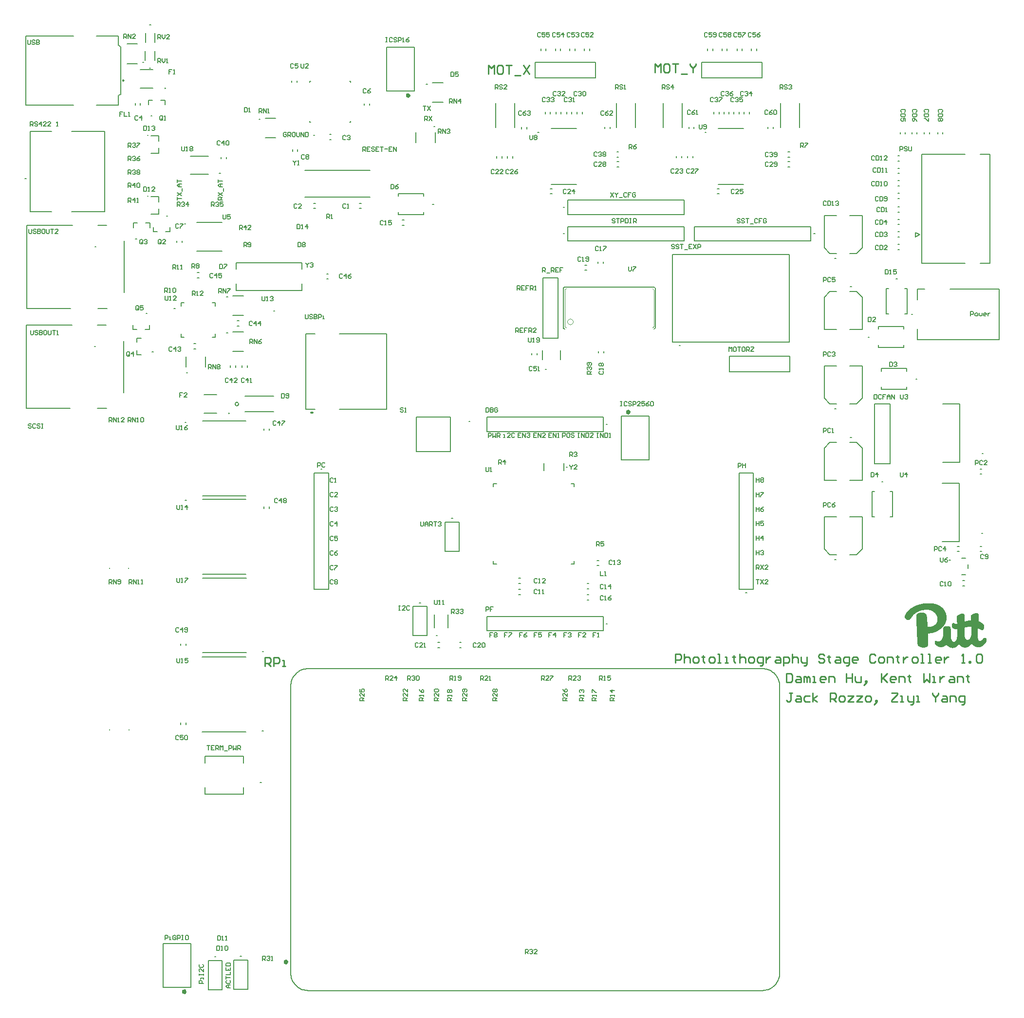
<source format=gto>
G04*
G04 #@! TF.GenerationSoftware,Altium Limited,Altium Designer,23.3.1 (30)*
G04*
G04 Layer_Color=65535*
%FSLAX25Y25*%
%MOIN*%
G70*
G04*
G04 #@! TF.SameCoordinates,06538215-238A-4A1E-A02E-8B45A58771C4*
G04*
G04*
G04 #@! TF.FilePolarity,Positive*
G04*
G01*
G75*
%ADD10C,0.00787*%
%ADD11C,0.00500*%
%ADD12C,0.01575*%
%ADD13C,0.00945*%
%ADD14C,0.00000*%
%ADD15C,0.00200*%
%ADD16C,0.00600*%
%ADD17C,0.00551*%
%ADD18C,0.01000*%
%ADD19C,0.01181*%
%ADD20C,0.01000*%
G36*
X620053Y268126D02*
X620222Y268123D01*
X620232Y268120D01*
X620376Y268115D01*
X620456Y268112D01*
X620548Y268108D01*
X620627Y268105D01*
X620758Y268102D01*
X620844Y268099D01*
X620888Y268096D01*
X620923Y268092D01*
X620949Y268089D01*
X621049Y268078D01*
X621061Y268075D01*
X621165Y268070D01*
X621244Y268064D01*
X621308Y268054D01*
X621324Y268051D01*
X621352Y268048D01*
X621384Y268045D01*
X621441Y268042D01*
X621502Y268039D01*
X621537Y268035D01*
X621575Y268029D01*
X621607Y268023D01*
X621645Y268016D01*
X621680Y268013D01*
X621743Y268010D01*
X621775Y268007D01*
X621801Y268004D01*
X621915Y267984D01*
X621947Y267981D01*
X621998Y267978D01*
X622033Y267975D01*
X622052Y267972D01*
X622068Y267969D01*
X622106Y267959D01*
X622122Y267956D01*
X622165Y267951D01*
X622227Y267946D01*
X622255Y267943D01*
X622274Y267940D01*
X622287Y267937D01*
X622304Y267932D01*
X622330Y267926D01*
X622352Y267922D01*
X622384Y267919D01*
X622440Y267915D01*
X622459Y267911D01*
X622474Y267908D01*
X622513Y267899D01*
X622544Y267892D01*
X622583Y267889D01*
X622611Y267886D01*
X622649Y267880D01*
X622675Y267873D01*
X622702Y267865D01*
X622715Y267862D01*
X622746Y267859D01*
X622786Y267854D01*
X622805Y267851D01*
X622831Y267845D01*
X622858Y267837D01*
X622870Y267833D01*
X622893Y267830D01*
X622934Y267827D01*
X622956Y267824D01*
X622993Y267816D01*
X623013Y267808D01*
X623039Y267802D01*
X623071Y267798D01*
X623083Y267795D01*
X623115Y267792D01*
X623125Y267789D01*
X623142Y267784D01*
X623163Y267776D01*
X623188Y267770D01*
X623263Y267762D01*
X623280Y267757D01*
X623301Y267749D01*
X623328Y267741D01*
X623341Y267738D01*
X623387Y267733D01*
X623406Y267730D01*
X623419Y267727D01*
X623444Y267717D01*
X623458Y267713D01*
X623471Y267709D01*
X623503Y267706D01*
X623516Y267703D01*
X623549Y267695D01*
X623576Y267684D01*
X623589Y267681D01*
X623611Y267678D01*
X623624Y267674D01*
X623659Y267671D01*
X623668Y267668D01*
X623710Y267652D01*
X623735Y267646D01*
X623778Y267641D01*
X623791Y267638D01*
X623807Y267632D01*
X623853Y267617D01*
X623897Y267611D01*
X623927Y267600D01*
X623945Y267592D01*
X623970Y267585D01*
X624017Y267578D01*
X624042Y267568D01*
X624059Y267560D01*
X624072Y267557D01*
X624104Y267554D01*
X624117Y267550D01*
X624134Y267546D01*
X624150Y267539D01*
X624167Y267531D01*
X624190Y267525D01*
X624212Y267522D01*
X624225Y267519D01*
X624245Y267514D01*
X624285Y267496D01*
X624315Y267492D01*
X624334Y267489D01*
X624360Y267479D01*
X624387Y267468D01*
X624412Y267461D01*
X624442Y267457D01*
X624458Y267450D01*
X624498Y267433D01*
X624528Y267428D01*
X624541Y267425D01*
X624578Y267407D01*
X624590Y267404D01*
X624613Y267401D01*
X624646Y267393D01*
X624679Y267376D01*
X624718Y267369D01*
X624730Y267366D01*
X624751Y267358D01*
X624772Y267347D01*
X624797Y267341D01*
X624830Y267333D01*
X624841Y267328D01*
X624876Y267312D01*
X624907Y267307D01*
X624919Y267304D01*
X624935Y267298D01*
X624940Y267293D01*
X624946Y267290D01*
X624962Y267283D01*
X625000Y267277D01*
X625021Y267269D01*
X625045Y267255D01*
X625070Y267248D01*
X625099Y267242D01*
X625124Y267226D01*
X625147Y267220D01*
X625167Y267215D01*
X625180Y267212D01*
X625220Y267191D01*
X625242Y267188D01*
X625255Y267185D01*
X625276Y267177D01*
X625280Y267172D01*
X625287Y267169D01*
X625309Y267159D01*
X625342Y267151D01*
X625358Y267145D01*
X625363Y267140D01*
X625369Y267137D01*
X625385Y267131D01*
X625398Y267128D01*
X625431Y267120D01*
X625450Y267107D01*
X625468Y267099D01*
X625493Y267093D01*
X625522Y267077D01*
X625538Y267070D01*
X625563Y267064D01*
X625581Y267059D01*
X625627Y267035D01*
X625651Y267031D01*
X625676Y267015D01*
X625697Y267007D01*
X625717Y267002D01*
X625730Y266999D01*
X625749Y266986D01*
X625776Y266975D01*
X625789Y266972D01*
X625824Y266953D01*
X625840Y266946D01*
X625852Y266943D01*
X625870Y266938D01*
X625881Y266934D01*
X625891Y266924D01*
X625913Y266915D01*
X625934Y266910D01*
X625949Y266903D01*
X625969Y266891D01*
X625989Y266883D01*
X626007Y266878D01*
X626023Y266872D01*
X626030Y266864D01*
X626037Y266861D01*
X626059Y266851D01*
X626077Y266846D01*
X626096Y266834D01*
X626100Y266829D01*
X626116Y266822D01*
X626135Y266819D01*
X626158Y266807D01*
X626164Y266800D01*
X626180Y266794D01*
X626193Y266791D01*
X626218Y266781D01*
X626225Y266775D01*
X626231Y266772D01*
X626253Y266762D01*
X626278Y266753D01*
X626285Y266746D01*
X626291Y266743D01*
X626298Y266737D01*
X626320Y266730D01*
X626340Y266722D01*
X626348Y266714D01*
X626355Y266711D01*
X626361Y266705D01*
X626379Y266700D01*
X626391Y266697D01*
X626403Y266692D01*
X626420Y266678D01*
X626441Y266670D01*
X626453Y266667D01*
X626469Y266657D01*
X626488Y266644D01*
X626504Y266638D01*
X626525Y266630D01*
X626536Y266622D01*
X626542Y266616D01*
X626565Y266609D01*
X626585Y266601D01*
X626590Y266597D01*
X626596Y266594D01*
X626606Y266584D01*
X626622Y266578D01*
X626643Y266570D01*
X626654Y266559D01*
X626660Y266555D01*
X626682Y266546D01*
X626700Y266541D01*
X626705Y266536D01*
X626711Y266533D01*
X626720Y266524D01*
X626736Y266517D01*
X626757Y266509D01*
X626768Y266501D01*
X626775Y266495D01*
X626781Y266492D01*
X626797Y266485D01*
X626817Y266477D01*
X626828Y266466D01*
X626835Y266463D01*
X626857Y266454D01*
X626886Y266438D01*
X626892Y266431D01*
X626914Y266422D01*
X626930Y266412D01*
X626940Y266403D01*
X626962Y266393D01*
X626975Y266390D01*
X626992Y266376D01*
X626997Y266371D01*
X627013Y266365D01*
X627034Y266357D01*
X627038Y266352D01*
X627045Y266349D01*
X627054Y266339D01*
X627070Y266333D01*
X627092Y266320D01*
X627099Y266314D01*
X627105Y266311D01*
X627146Y266288D01*
X627159Y266276D01*
X627172Y266272D01*
X627194Y266260D01*
X627207Y266247D01*
X627227Y266239D01*
X627239Y266234D01*
X627245Y266228D01*
X627251Y266225D01*
X627261Y266215D01*
X627286Y266206D01*
X627304Y266191D01*
X627309Y266187D01*
X627324Y266180D01*
X627347Y266167D01*
X627356Y266158D01*
X627363Y266155D01*
X627398Y266136D01*
X627407Y266126D01*
X627442Y266107D01*
X627455Y266094D01*
X627471Y266088D01*
X627493Y266075D01*
X627502Y266066D01*
X627509Y266063D01*
X627537Y266047D01*
X627553Y266031D01*
X627566Y266028D01*
X627588Y266015D01*
X627601Y266002D01*
X627630Y265986D01*
X627646Y265970D01*
X627674Y265954D01*
X627681Y265948D01*
X627687Y265945D01*
X627693Y265939D01*
X627714Y265931D01*
X627735Y265910D01*
X627770Y265891D01*
X627779Y265881D01*
X627808Y265865D01*
X627824Y265850D01*
X627852Y265834D01*
X627865Y265821D01*
X627900Y265802D01*
X627916Y265786D01*
X627922Y265783D01*
X627940Y265769D01*
X627951Y265757D01*
X627986Y265738D01*
X627998Y265726D01*
X628021Y265713D01*
X628040Y265694D01*
X628062Y265681D01*
X628075Y265668D01*
X628081Y265665D01*
X628103Y265652D01*
X628123Y265633D01*
X628145Y265621D01*
X628164Y265602D01*
X628180Y265592D01*
X628196Y265576D01*
X628218Y265563D01*
X628235Y265549D01*
X628243Y265541D01*
X628264Y265530D01*
X628265Y265525D01*
X628270Y265524D01*
X628273Y265517D01*
X628293Y265505D01*
X628304Y265497D01*
X628308Y265492D01*
X628310Y265487D01*
X628316Y265484D01*
X628345Y265462D01*
X628351Y265455D01*
X628358Y265452D01*
X628386Y265430D01*
X628396Y265420D01*
X628402Y265417D01*
X628420Y265403D01*
X628434Y265389D01*
X628450Y265379D01*
X628472Y265357D01*
X628479Y265354D01*
X628493Y265342D01*
X628496Y265336D01*
X628501Y265331D01*
X628507Y265328D01*
X628529Y265312D01*
X628542Y265300D01*
X628548Y265296D01*
X628566Y265282D01*
X628580Y265268D01*
X628587Y265265D01*
X628604Y265250D01*
X628622Y265233D01*
X628628Y265230D01*
X628653Y265204D01*
X628660Y265201D01*
X628685Y265176D01*
X628692Y265172D01*
X628720Y265144D01*
X628726Y265141D01*
X628749Y265118D01*
X628755Y265115D01*
X628773Y265101D01*
X628787Y265087D01*
X628793Y265083D01*
X628803Y265074D01*
X628809Y265071D01*
X628835Y265045D01*
X628841Y265042D01*
X628849Y265034D01*
X628852Y265028D01*
X628857Y265023D01*
X628863Y265020D01*
X628895Y264988D01*
X628901Y264985D01*
X628916Y264970D01*
X628919Y264964D01*
X628941Y264948D01*
X628944Y264942D01*
X628959Y264928D01*
X628965Y264924D01*
X628979Y264910D01*
X628982Y264904D01*
X629005Y264888D01*
X629008Y264881D01*
X629022Y264867D01*
X629029Y264864D01*
X629037Y264856D01*
X629040Y264850D01*
X629051Y264839D01*
X629057Y264835D01*
X629072Y264821D01*
X629075Y264815D01*
X629079Y264810D01*
X629086Y264807D01*
X629103Y264789D01*
X629107Y264783D01*
X629111Y264778D01*
X629118Y264775D01*
X629135Y264757D01*
X629138Y264751D01*
X629149Y264743D01*
X629164Y264729D01*
X629167Y264722D01*
X629172Y264718D01*
X629178Y264715D01*
X629195Y264697D01*
X629199Y264691D01*
X629210Y264683D01*
X629224Y264668D01*
X629227Y264662D01*
X629235Y264654D01*
X629242Y264651D01*
X629249Y264643D01*
X629253Y264637D01*
X629273Y264616D01*
X629278Y264614D01*
X629281Y264608D01*
X629288Y264602D01*
X629291Y264595D01*
X629302Y264587D01*
X629313Y264576D01*
X629316Y264570D01*
X629327Y264559D01*
X629334Y264556D01*
X629342Y264548D01*
X629345Y264541D01*
X629374Y264513D01*
X629377Y264506D01*
X629385Y264498D01*
X629391Y264495D01*
X629399Y264487D01*
X629402Y264481D01*
X629434Y264449D01*
X629437Y264443D01*
X629459Y264421D01*
X629462Y264414D01*
X629472Y264405D01*
X629475Y264398D01*
X629497Y264376D01*
X629501Y264370D01*
X629523Y264347D01*
X629526Y264341D01*
X629532Y264335D01*
X629536Y264328D01*
X629547Y264317D01*
X629552Y264316D01*
X629555Y264309D01*
X629561Y264303D01*
X629564Y264297D01*
X629590Y264271D01*
X629593Y264265D01*
X629618Y264239D01*
X629622Y264233D01*
X629647Y264208D01*
X629650Y264201D01*
X629664Y264184D01*
X629676Y264173D01*
X629679Y264166D01*
X629693Y264149D01*
X629704Y264138D01*
X629707Y264131D01*
X629722Y264110D01*
X629728Y264107D01*
X629736Y264099D01*
X629739Y264093D01*
X629753Y264076D01*
X629768Y264061D01*
X629771Y264055D01*
X629785Y264037D01*
X629800Y264023D01*
X629803Y264017D01*
X629817Y263999D01*
X629825Y263991D01*
X629828Y263985D01*
X629850Y263956D01*
X629857Y263950D01*
X629860Y263944D01*
X629876Y263921D01*
X629892Y263906D01*
X629901Y263890D01*
X629917Y263874D01*
X629920Y263867D01*
X629936Y263845D01*
X629946Y263836D01*
X629949Y263829D01*
X629963Y263805D01*
X629970Y263802D01*
X629981Y263791D01*
X629993Y263769D01*
X630009Y263753D01*
X630025Y263724D01*
X630041Y263708D01*
X630057Y263680D01*
X630062Y263675D01*
X630068Y263672D01*
X630083Y263648D01*
X630086Y263642D01*
X630102Y263626D01*
X630118Y263597D01*
X630133Y263581D01*
X630146Y263559D01*
X630162Y263543D01*
X630181Y263508D01*
X630191Y263498D01*
X630194Y263492D01*
X630206Y263470D01*
X630222Y263454D01*
X630241Y263419D01*
X630254Y263406D01*
X630273Y263371D01*
X630286Y263359D01*
X630302Y263330D01*
X630315Y263317D01*
X630321Y263301D01*
X630331Y263285D01*
X630346Y263270D01*
X630354Y263249D01*
X630365Y263231D01*
X630375Y263222D01*
X630393Y263185D01*
X630399Y263182D01*
X630407Y263171D01*
X630426Y263136D01*
X630435Y263126D01*
X630456Y263087D01*
X630461Y263085D01*
X630464Y263079D01*
X630486Y263037D01*
X630496Y263028D01*
X630499Y263022D01*
X630505Y263006D01*
X630518Y262983D01*
X630528Y262974D01*
X630534Y262958D01*
X630547Y262936D01*
X630556Y262926D01*
X630566Y262904D01*
X630579Y262882D01*
X630588Y262872D01*
X630594Y262856D01*
X630610Y262828D01*
X630617Y262821D01*
X630620Y262815D01*
X630626Y262799D01*
X630642Y262771D01*
X630648Y262764D01*
X630658Y262742D01*
X630661Y262729D01*
X630667Y262723D01*
X630671Y262716D01*
X630680Y262707D01*
X630693Y262672D01*
X630707Y262654D01*
X630722Y262621D01*
X630731Y262605D01*
X630741Y262596D01*
X630747Y262580D01*
X630758Y262549D01*
X630772Y262535D01*
X630788Y262491D01*
X630798Y262481D01*
X630801Y262475D01*
X630810Y262453D01*
X630814Y262440D01*
X630836Y262408D01*
X630839Y262395D01*
X630847Y262375D01*
X630855Y262364D01*
X630868Y262344D01*
X630872Y262327D01*
X630879Y262311D01*
X630887Y262300D01*
X630896Y262284D01*
X630900Y262271D01*
X630911Y262241D01*
X630922Y262230D01*
X630928Y262214D01*
X630931Y262201D01*
X630939Y262181D01*
X630947Y262170D01*
X630954Y262163D01*
X630963Y262131D01*
X630969Y262116D01*
X630985Y262093D01*
X630992Y262071D01*
X631000Y262050D01*
X631012Y262031D01*
X631020Y262014D01*
X631025Y261993D01*
X631028Y261980D01*
X631039Y261963D01*
X631046Y261957D01*
X631052Y261934D01*
X631059Y261909D01*
X631074Y261887D01*
X631081Y261871D01*
X631084Y261858D01*
X631089Y261841D01*
X631108Y261809D01*
X631113Y261791D01*
X631119Y261766D01*
X631135Y261737D01*
X631141Y261721D01*
X631144Y261709D01*
X631149Y261688D01*
X631163Y261661D01*
X631173Y261639D01*
X631181Y261605D01*
X631197Y261580D01*
X631205Y261553D01*
X631210Y261532D01*
X631221Y261508D01*
X631233Y261480D01*
X631241Y261443D01*
X631248Y261427D01*
X631252Y261422D01*
X631262Y261400D01*
X631273Y261351D01*
X631287Y261324D01*
X631294Y261308D01*
X631305Y261259D01*
X631310Y261254D01*
X631322Y261225D01*
X631326Y261213D01*
X631330Y261182D01*
X631333Y261170D01*
X631351Y261133D01*
X631357Y261108D01*
X631362Y261081D01*
X631372Y261055D01*
X631377Y261051D01*
X631386Y261019D01*
X631389Y260996D01*
X631392Y260984D01*
X631400Y260963D01*
X631415Y260930D01*
X631421Y260885D01*
X631426Y260864D01*
X631442Y260829D01*
X631445Y260817D01*
X631448Y260801D01*
X631454Y260763D01*
X631458Y260750D01*
X631472Y260717D01*
X631478Y260694D01*
X631486Y260645D01*
X631493Y260629D01*
X631500Y260612D01*
X631507Y260586D01*
X631510Y260564D01*
X631515Y260527D01*
X631518Y260515D01*
X631524Y260499D01*
X631532Y260478D01*
X631539Y260453D01*
X631543Y260413D01*
X631546Y260394D01*
X631550Y260381D01*
X631561Y260354D01*
X631567Y260329D01*
X631574Y260284D01*
X631578Y260257D01*
X631581Y260244D01*
X631593Y260208D01*
X631596Y260195D01*
X631602Y260151D01*
X631607Y260108D01*
X631613Y260082D01*
X631621Y260062D01*
X631626Y260041D01*
X631629Y260025D01*
X631632Y260000D01*
X631636Y259968D01*
X631639Y259949D01*
X631645Y259923D01*
X631650Y259906D01*
X631656Y259880D01*
X631663Y259826D01*
X631667Y259771D01*
X631674Y259739D01*
X631678Y259722D01*
X631685Y259696D01*
X631688Y259674D01*
X631691Y259661D01*
X631699Y259574D01*
X631706Y259532D01*
X631709Y259520D01*
X631712Y259504D01*
X631718Y259466D01*
X631721Y259434D01*
X631725Y259389D01*
X631728Y259338D01*
X631731Y259313D01*
X631734Y259294D01*
X631744Y259246D01*
X631747Y259227D01*
X631750Y259195D01*
X631755Y259102D01*
X631760Y259020D01*
X631763Y258989D01*
X631774Y258898D01*
X631777Y258885D01*
X631780Y258835D01*
X631783Y258746D01*
X631787Y258609D01*
X631791Y258502D01*
X631795Y258362D01*
X631798Y258235D01*
X631799Y258087D01*
X631796Y258078D01*
X631791Y257873D01*
X631785Y257647D01*
X631782Y257552D01*
X631779Y257494D01*
X631775Y257450D01*
X631772Y257421D01*
X631766Y257383D01*
X631763Y257358D01*
X631760Y257326D01*
X631756Y257285D01*
X631753Y257211D01*
X631747Y257135D01*
X631744Y257110D01*
X631741Y257091D01*
X631731Y257043D01*
X631728Y257018D01*
X631721Y256929D01*
X631718Y256900D01*
X631715Y256881D01*
X631702Y256817D01*
X631699Y256798D01*
X631696Y256770D01*
X631693Y256725D01*
X631690Y256697D01*
X631683Y256665D01*
X631680Y256652D01*
X631675Y256634D01*
X631669Y256609D01*
X631666Y256587D01*
X631663Y256545D01*
X631658Y256509D01*
X631655Y256493D01*
X631651Y256480D01*
X631647Y256463D01*
X631637Y256425D01*
X631629Y256356D01*
X631620Y256318D01*
X631612Y256297D01*
X631605Y256272D01*
X631602Y256231D01*
X631599Y256218D01*
X631594Y256191D01*
X631577Y256135D01*
X631574Y256113D01*
X631569Y256073D01*
X631562Y256048D01*
X631555Y256031D01*
X631548Y256015D01*
X631545Y256002D01*
X631542Y255970D01*
X631539Y255957D01*
X631534Y255937D01*
X631524Y255911D01*
X631518Y255895D01*
X631515Y255883D01*
X631512Y255863D01*
X631508Y255838D01*
X631505Y255822D01*
X631502Y255809D01*
X631494Y255792D01*
X631488Y255776D01*
X631485Y255763D01*
X631481Y255741D01*
X631478Y255728D01*
X631475Y255709D01*
X631456Y255668D01*
X631453Y255655D01*
X631450Y255633D01*
X631445Y255612D01*
X631435Y255587D01*
X631427Y255570D01*
X631421Y255547D01*
X631416Y255517D01*
X631413Y255504D01*
X631403Y255485D01*
X631392Y255458D01*
X631388Y255428D01*
X631384Y255415D01*
X631378Y255399D01*
X631364Y255372D01*
X631360Y255360D01*
X631353Y255323D01*
X631346Y255307D01*
X631342Y255302D01*
X631332Y255280D01*
X631321Y255231D01*
X631303Y255198D01*
X631297Y255172D01*
X631292Y255148D01*
X631276Y255123D01*
X631268Y255096D01*
X631265Y255083D01*
X631260Y255065D01*
X631240Y255029D01*
X631232Y254992D01*
X631211Y254953D01*
X631205Y254927D01*
X631200Y254910D01*
X631184Y254884D01*
X631179Y254870D01*
X631173Y254845D01*
X631160Y254822D01*
X631147Y254794D01*
X631144Y254781D01*
X631136Y254760D01*
X631124Y254741D01*
X631116Y254721D01*
X631111Y254700D01*
X631105Y254684D01*
X631097Y254676D01*
X631094Y254670D01*
X631087Y254654D01*
X631082Y254633D01*
X631076Y254617D01*
X631068Y254606D01*
X631059Y254590D01*
X631052Y254568D01*
X631044Y254547D01*
X631036Y254539D01*
X631033Y254533D01*
X631024Y254511D01*
X631020Y254498D01*
X631004Y254469D01*
X630998Y254463D01*
X630993Y254446D01*
X630990Y254433D01*
X630984Y254417D01*
X630976Y254409D01*
X630973Y254403D01*
X630963Y254380D01*
X630960Y254368D01*
X630944Y254339D01*
X630938Y254333D01*
X630931Y254310D01*
X630915Y254282D01*
X630909Y254275D01*
X630903Y254260D01*
X630900Y254247D01*
X630887Y254225D01*
X630880Y254218D01*
X630877Y254212D01*
X630871Y254196D01*
X630866Y254179D01*
X630854Y254159D01*
X630845Y254152D01*
X630839Y254129D01*
X630823Y254101D01*
X630817Y254094D01*
X630810Y254078D01*
X630806Y254061D01*
X630793Y254042D01*
X630785Y254034D01*
X630779Y254018D01*
X630776Y254005D01*
X630750Y253967D01*
X630741Y253942D01*
X630731Y253932D01*
X630728Y253926D01*
X630715Y253897D01*
X630706Y253881D01*
X630696Y253872D01*
X630690Y253856D01*
X630682Y253835D01*
X630661Y253808D01*
X630650Y253778D01*
X630642Y253770D01*
X630639Y253764D01*
X630632Y253757D01*
X630626Y253741D01*
X630613Y253719D01*
X630604Y253710D01*
X630594Y253687D01*
X630582Y253665D01*
X630572Y253656D01*
X630566Y253640D01*
X630550Y253611D01*
X630540Y253602D01*
X630534Y253586D01*
X630521Y253563D01*
X630515Y253557D01*
X630512Y253551D01*
X630489Y253509D01*
X630477Y253497D01*
X630474Y253484D01*
X630458Y253462D01*
X630451Y253455D01*
X630448Y253449D01*
X630431Y253415D01*
X630426Y253414D01*
X630423Y253408D01*
X630416Y253401D01*
X630408Y253380D01*
X630384Y253347D01*
X630369Y253319D01*
X630359Y253309D01*
X630338Y253269D01*
X630332Y253266D01*
X630327Y253261D01*
X630308Y253226D01*
X630296Y253214D01*
X630289Y253198D01*
X630286Y253191D01*
X630272Y253174D01*
X630264Y253166D01*
X630248Y253137D01*
X630235Y253125D01*
X630229Y253109D01*
X630219Y253093D01*
X630203Y253077D01*
X630187Y253048D01*
X630175Y253036D01*
X630156Y253001D01*
X630143Y252988D01*
X630127Y252959D01*
X630116Y252951D01*
X630102Y252924D01*
X630086Y252908D01*
X630083Y252902D01*
X630070Y252880D01*
X630065Y252872D01*
X630059Y252869D01*
X630054Y252864D01*
X630051Y252857D01*
X630038Y252835D01*
X630019Y252816D01*
X630003Y252788D01*
X629990Y252775D01*
X629978Y252753D01*
X629958Y252734D01*
X629946Y252711D01*
X629930Y252695D01*
X629927Y252689D01*
X629911Y252667D01*
X629901Y252657D01*
X629898Y252651D01*
X629882Y252629D01*
X629866Y252613D01*
X629854Y252590D01*
X629835Y252571D01*
X629822Y252549D01*
X629809Y252537D01*
X629806Y252530D01*
X629790Y252508D01*
X629774Y252492D01*
X629771Y252486D01*
X629757Y252468D01*
X629745Y252457D01*
X629742Y252451D01*
X629728Y252433D01*
X629720Y252425D01*
X629717Y252419D01*
X629695Y252390D01*
X629685Y252381D01*
X629682Y252374D01*
X629668Y252354D01*
X629661Y252350D01*
X629653Y252343D01*
X629650Y252336D01*
X629636Y252319D01*
X629622Y252304D01*
X629612Y252289D01*
X629596Y252273D01*
X629593Y252266D01*
X629571Y252238D01*
X629558Y252225D01*
X629555Y252219D01*
X629540Y252201D01*
X629526Y252187D01*
X629523Y252180D01*
X629497Y252155D01*
X629494Y252149D01*
X629486Y252137D01*
X629480Y252134D01*
X629469Y252123D01*
X629466Y252117D01*
X629451Y252099D01*
X629444Y252095D01*
X629440Y252088D01*
X629426Y252071D01*
X629412Y252056D01*
X629409Y252050D01*
X629394Y252032D01*
X629380Y252018D01*
X629377Y252012D01*
X629370Y252006D01*
X629367Y251999D01*
X629342Y251974D01*
X629339Y251967D01*
X629310Y251939D01*
X629307Y251932D01*
X629278Y251904D01*
X629275Y251897D01*
X629267Y251889D01*
X629261Y251886D01*
X629256Y251882D01*
X629253Y251875D01*
X629238Y251858D01*
X629232Y251854D01*
X629224Y251847D01*
X629221Y251840D01*
X629215Y251834D01*
X629213Y251829D01*
X629207Y251826D01*
X629195Y251815D01*
X629192Y251808D01*
X629164Y251780D01*
X629160Y251773D01*
X629129Y251742D01*
X629125Y251735D01*
X629121Y251730D01*
X629116Y251729D01*
X629113Y251723D01*
X629072Y251681D01*
X629068Y251675D01*
X629011Y251618D01*
X629008Y251611D01*
X628973Y251576D01*
X628970Y251570D01*
X628959Y251559D01*
X628952Y251556D01*
X628947Y251551D01*
X628944Y251544D01*
X628921Y251521D01*
X628916Y251519D01*
X628912Y251513D01*
X628831Y251432D01*
X628825Y251429D01*
X628809Y251409D01*
X628803Y251403D01*
X628796Y251400D01*
X628789Y251392D01*
X628785Y251386D01*
X628774Y251374D01*
X628768Y251371D01*
X628760Y251363D01*
X628757Y251357D01*
X628742Y251343D01*
X628736Y251340D01*
X628728Y251331D01*
X628725Y251325D01*
X628717Y251317D01*
X628711Y251314D01*
X628647Y251250D01*
X628641Y251247D01*
X628628Y251235D01*
X628622Y251231D01*
X628617Y251227D01*
X628615Y251222D01*
X628609Y251219D01*
X628574Y251184D01*
X628568Y251181D01*
X628539Y251152D01*
X628533Y251149D01*
X628525Y251141D01*
X628521Y251134D01*
X628513Y251127D01*
X628507Y251123D01*
X628501Y251117D01*
X628496Y251115D01*
X628493Y251109D01*
X628479Y251095D01*
X628472Y251092D01*
X628444Y251063D01*
X628437Y251060D01*
X628429Y251052D01*
X628426Y251045D01*
X628421Y251041D01*
X628415Y251037D01*
X628398Y251023D01*
X628386Y251009D01*
X628380Y251006D01*
X628363Y250991D01*
X628359Y250985D01*
X628355Y250980D01*
X628348Y250977D01*
X628342Y250971D01*
X628336Y250968D01*
X628331Y250963D01*
X628328Y250956D01*
X628320Y250948D01*
X628313Y250945D01*
X628288Y250920D01*
X628281Y250917D01*
X628275Y250910D01*
X628269Y250907D01*
X628246Y250885D01*
X628240Y250882D01*
X628234Y250875D01*
X628227Y250872D01*
X628205Y250850D01*
X628199Y250847D01*
X628188Y250839D01*
X628185Y250832D01*
X628176Y250824D01*
X628170Y250821D01*
X628153Y250807D01*
X628135Y250789D01*
X628129Y250786D01*
X628103Y250761D01*
X628097Y250758D01*
X628080Y250743D01*
X628065Y250729D01*
X628059Y250726D01*
X628041Y250712D01*
X628030Y250700D01*
X628024Y250697D01*
X628006Y250683D01*
X627992Y250669D01*
X627986Y250665D01*
X627975Y250658D01*
X627972Y250651D01*
X627963Y250643D01*
X627957Y250640D01*
X627940Y250626D01*
X627925Y250611D01*
X627919Y250608D01*
X627902Y250594D01*
X627890Y250583D01*
X627884Y250580D01*
X627855Y250557D01*
X627849Y250551D01*
X627843Y250548D01*
X627825Y250534D01*
X627811Y250519D01*
X627805Y250516D01*
X627787Y250502D01*
X627773Y250487D01*
X627757Y250478D01*
X627738Y250459D01*
X627722Y250449D01*
X627704Y250435D01*
X627697Y250427D01*
X627674Y250414D01*
X627658Y250398D01*
X627652Y250395D01*
X627634Y250381D01*
X627623Y250370D01*
X627617Y250367D01*
X627595Y250351D01*
X627582Y250338D01*
X627553Y250322D01*
X627534Y250303D01*
X627518Y250293D01*
X627499Y250274D01*
X627477Y250262D01*
X627472Y250257D01*
X627469Y250251D01*
X627445Y250236D01*
X627439Y250233D01*
X627433Y250227D01*
X627428Y250225D01*
X627426Y250220D01*
X627420Y250217D01*
X627398Y250204D01*
X627375Y250182D01*
X627352Y250168D01*
X627348Y250162D01*
X627344Y250157D01*
X627309Y250138D01*
X627293Y250122D01*
X627270Y250109D01*
X627255Y250093D01*
X627226Y250077D01*
X627213Y250065D01*
X627207Y250061D01*
X627185Y250049D01*
X627166Y250030D01*
X627143Y250017D01*
X627131Y250004D01*
X627096Y249985D01*
X627083Y249972D01*
X627076Y249969D01*
X627054Y249956D01*
X627038Y249941D01*
X627010Y249925D01*
X626997Y249912D01*
X626962Y249893D01*
X626946Y249877D01*
X626930Y249871D01*
X626913Y249856D01*
X626905Y249848D01*
X626889Y249842D01*
X626871Y249828D01*
X626867Y249823D01*
X626860Y249820D01*
X626832Y249804D01*
X626819Y249791D01*
X626779Y249770D01*
X626776Y249764D01*
X626771Y249759D01*
X626736Y249740D01*
X626730Y249734D01*
X626724Y249731D01*
X626695Y249715D01*
X626679Y249699D01*
X626644Y249680D01*
X626635Y249670D01*
X626628Y249667D01*
X626595Y249650D01*
X626593Y249645D01*
X626587Y249642D01*
X626580Y249635D01*
X626546Y249616D01*
X626536Y249607D01*
X626520Y249600D01*
X626498Y249588D01*
X626485Y249575D01*
X626465Y249567D01*
X626447Y249556D01*
X626434Y249543D01*
X626414Y249535D01*
X626403Y249527D01*
X626396Y249521D01*
X626390Y249518D01*
X626355Y249499D01*
X626339Y249483D01*
X626309Y249472D01*
X626304Y249467D01*
X626298Y249464D01*
X626288Y249454D01*
X626266Y249445D01*
X626259Y249441D01*
X626250Y249432D01*
X626243Y249429D01*
X626237Y249422D01*
X626207Y249411D01*
X626190Y249394D01*
X626174Y249387D01*
X626153Y249379D01*
X626148Y249375D01*
X626142Y249372D01*
X626132Y249362D01*
X626116Y249356D01*
X626094Y249343D01*
X626085Y249333D01*
X626062Y249324D01*
X626046Y249314D01*
X626034Y249302D01*
X625994Y249287D01*
X625980Y249273D01*
X625957Y249263D01*
X625929Y249248D01*
X625922Y249241D01*
X625907Y249235D01*
X625884Y249222D01*
X625862Y249206D01*
X625844Y249201D01*
X625833Y249197D01*
X625827Y249190D01*
X625821Y249187D01*
X625811Y249178D01*
X625781Y249166D01*
X625762Y249150D01*
X625744Y249143D01*
X625727Y249138D01*
X625700Y249117D01*
X625670Y249106D01*
X625651Y249093D01*
X625646Y249089D01*
X625630Y249082D01*
X625609Y249074D01*
X625598Y249066D01*
X625592Y249060D01*
X625576Y249054D01*
X625555Y249046D01*
X625544Y249038D01*
X625538Y249031D01*
X625531Y249028D01*
X625516Y249022D01*
X625495Y249014D01*
X625490Y249009D01*
X625484Y249006D01*
X625474Y248996D01*
X625434Y248982D01*
X625420Y248968D01*
X625404Y248961D01*
X625391Y248958D01*
X625371Y248950D01*
X625360Y248939D01*
X625353Y248936D01*
X625338Y248930D01*
X625312Y248920D01*
X625299Y248907D01*
X625283Y248901D01*
X625271Y248898D01*
X625250Y248890D01*
X625239Y248879D01*
X625217Y248869D01*
X625204Y248866D01*
X625188Y248860D01*
X625182Y248853D01*
X625175Y248850D01*
X625169Y248844D01*
X625129Y248829D01*
X625121Y248821D01*
X625115Y248818D01*
X625086Y248806D01*
X625070Y248802D01*
X625039Y248780D01*
X625018Y248775D01*
X625002Y248769D01*
X624988Y248758D01*
X624981Y248755D01*
X624965Y248748D01*
X624953Y248745D01*
X624924Y248729D01*
X624895Y248717D01*
X624865Y248706D01*
X624861Y248701D01*
X624854Y248697D01*
X624848Y248691D01*
X624826Y248685D01*
X624800Y248675D01*
X624794Y248669D01*
X624787Y248666D01*
X624781Y248659D01*
X624764Y248655D01*
X624751Y248651D01*
X624735Y248645D01*
X624724Y248637D01*
X624695Y248624D01*
X624678Y248620D01*
X624667Y248615D01*
X624660Y248608D01*
X624654Y248605D01*
X624632Y248596D01*
X624619Y248593D01*
X624598Y248585D01*
X624593Y248580D01*
X624587Y248577D01*
X624558Y248564D01*
X624538Y248559D01*
X624522Y248553D01*
X624517Y248548D01*
X624511Y248545D01*
X624505Y248538D01*
X624479Y248532D01*
X624454Y248523D01*
X624447Y248516D01*
X624441Y248513D01*
X624419Y248504D01*
X624406Y248500D01*
X624385Y248492D01*
X624380Y248488D01*
X624374Y248484D01*
X624352Y248475D01*
X624327Y248469D01*
X624306Y248461D01*
X624301Y248456D01*
X624295Y248453D01*
X624272Y248443D01*
X624260Y248440D01*
X624242Y248435D01*
X624217Y248419D01*
X624190Y248411D01*
X624159Y248400D01*
X624145Y248389D01*
X624129Y248383D01*
X624093Y248375D01*
X624053Y248354D01*
X624040Y248351D01*
X624020Y248346D01*
X623999Y248338D01*
X623980Y248325D01*
X623958Y248319D01*
X623939Y248316D01*
X623884Y248290D01*
X623872Y248287D01*
X623851Y248283D01*
X623826Y248267D01*
X623799Y248259D01*
X623778Y248254D01*
X623762Y248248D01*
X623757Y248243D01*
X623751Y248240D01*
X623729Y248230D01*
X623706Y248227D01*
X623686Y248219D01*
X623649Y248201D01*
X623637Y248198D01*
X623614Y248195D01*
X623594Y248187D01*
X623589Y248183D01*
X623560Y248170D01*
X623524Y248162D01*
X623508Y248155D01*
X623484Y248141D01*
X623431Y248130D01*
X623392Y248109D01*
X623354Y248103D01*
X623328Y248093D01*
X623309Y248081D01*
X623288Y248076D01*
X623269Y248073D01*
X623253Y248070D01*
X623238Y248063D01*
X623214Y248049D01*
X623191Y248046D01*
X623179Y248043D01*
X623160Y248039D01*
X623106Y248014D01*
X623068Y248011D01*
X623020Y247989D01*
X623007Y247985D01*
X622963Y247976D01*
X622921Y247957D01*
X622899Y247954D01*
X622886Y247950D01*
X622867Y247947D01*
X622826Y247928D01*
X622813Y247925D01*
X622791Y247922D01*
X622767Y247917D01*
X622754Y247914D01*
X622734Y247903D01*
X622718Y247896D01*
X622695Y247893D01*
X622683Y247890D01*
X622657Y247887D01*
X622616Y247868D01*
X622578Y247861D01*
X622557Y247857D01*
X622544Y247853D01*
X622505Y247836D01*
X622492Y247833D01*
X622452Y247828D01*
X622436Y247825D01*
X622411Y247815D01*
X622390Y247807D01*
X622378Y247804D01*
X622333Y247798D01*
X622312Y247793D01*
X622296Y247787D01*
X622279Y247779D01*
X622261Y247774D01*
X622242Y247771D01*
X622217Y247768D01*
X622201Y247764D01*
X622166Y247752D01*
X622149Y247747D01*
X622123Y247741D01*
X622084Y247736D01*
X622071Y247733D01*
X622039Y247720D01*
X622021Y247715D01*
X622009Y247712D01*
X621977Y247709D01*
X621955Y247706D01*
X621921Y247698D01*
X621901Y247690D01*
X621878Y247683D01*
X621834Y247677D01*
X621804Y247672D01*
X621778Y247663D01*
X621761Y247658D01*
X621735Y247652D01*
X621672Y247645D01*
X621638Y247637D01*
X621602Y247626D01*
X621576Y247620D01*
X621505Y247612D01*
X621492Y247609D01*
X621446Y247594D01*
X621408Y247588D01*
X621376Y247585D01*
X621338Y247582D01*
X621328Y247578D01*
X621316Y247575D01*
X621293Y247569D01*
X621268Y247563D01*
X621246Y247559D01*
X621168Y247551D01*
X621152Y247548D01*
X621135Y247543D01*
X621112Y247537D01*
X621087Y247531D01*
X621017Y247524D01*
X620995Y247521D01*
X620982Y247518D01*
X620957Y247515D01*
X620947Y247512D01*
X620925Y247505D01*
X620912Y247502D01*
X620890Y247499D01*
X620848Y247496D01*
X620817Y247493D01*
X620775Y247489D01*
X620766Y247486D01*
X620753Y247483D01*
X620736Y247478D01*
X620704Y247472D01*
X620678Y247469D01*
X620646Y247465D01*
X620570Y247459D01*
X620532Y247453D01*
X620514Y247448D01*
X620476Y247442D01*
X620432Y247435D01*
X620367Y247431D01*
X620324Y247426D01*
X620301Y247423D01*
X620265Y247415D01*
X620249Y247411D01*
X620206Y247407D01*
X620174Y247404D01*
X620090Y247399D01*
X620039Y247392D01*
X620023Y247389D01*
X619985Y247383D01*
X619942Y247378D01*
X619910Y247375D01*
X619788Y247367D01*
X619763Y247364D01*
X619731Y247357D01*
X619693Y247351D01*
X619664Y247348D01*
X619623Y247345D01*
X619565Y247342D01*
X619499Y247338D01*
X619470Y247335D01*
X619429Y247329D01*
X619391Y247323D01*
X619365Y247319D01*
X619330Y247316D01*
X619276Y247313D01*
X619203Y247310D01*
X619162Y247307D01*
X619133Y247303D01*
X619108Y247300D01*
X619089Y247297D01*
X619077Y247292D01*
X619070Y247284D01*
X619066Y247262D01*
X619070Y247221D01*
X619073Y247208D01*
X619077Y247127D01*
X619081Y247076D01*
X619084Y247012D01*
X619087Y246920D01*
X619090Y246764D01*
X619093Y246679D01*
X619097Y246615D01*
X619100Y246564D01*
X619103Y246529D01*
X619106Y246485D01*
X619111Y246391D01*
X619114Y246369D01*
X619117Y246213D01*
X619120Y246162D01*
X619124Y245981D01*
X619127Y245971D01*
X619132Y245884D01*
X619135Y245843D01*
X619138Y245789D01*
X619141Y245728D01*
X619144Y245645D01*
X619147Y245537D01*
X619151Y245343D01*
X619154Y245207D01*
X619157Y245121D01*
X619160Y245051D01*
X619167Y244895D01*
X619170Y244812D01*
X619178Y244490D01*
X619184Y243902D01*
X619187Y243813D01*
X619192Y243585D01*
X619195Y243474D01*
X619202Y243226D01*
X619205Y243067D01*
X619208Y242708D01*
X619211Y242078D01*
X619214Y240934D01*
X619217Y240218D01*
X619221Y239719D01*
X619222Y239505D01*
X619219Y239495D01*
X619214Y239475D01*
X619208Y239449D01*
X619202Y239433D01*
X619197Y239428D01*
X619194Y239422D01*
X619181Y239393D01*
X619176Y239370D01*
X619165Y239352D01*
X619152Y239323D01*
X619144Y239290D01*
X619132Y239271D01*
X619124Y239253D01*
X619120Y239241D01*
X619116Y239220D01*
X619100Y239195D01*
X619092Y239177D01*
X619087Y239157D01*
X619081Y239141D01*
X619068Y239122D01*
X619060Y239101D01*
X619055Y239080D01*
X619051Y239069D01*
X619035Y239047D01*
X619028Y239025D01*
X619024Y239007D01*
X619012Y238990D01*
X619006Y238983D01*
X619000Y238967D01*
X618996Y238955D01*
X618984Y238932D01*
X618971Y238913D01*
X618968Y238901D01*
X618960Y238880D01*
X618952Y238869D01*
X618942Y238859D01*
X618938Y238842D01*
X618928Y238823D01*
X618920Y238812D01*
X618914Y238805D01*
X618911Y238799D01*
X618895Y238770D01*
X618888Y238764D01*
X618885Y238758D01*
X618879Y238751D01*
X618874Y238734D01*
X618861Y238715D01*
X618850Y238703D01*
X618834Y238675D01*
X618818Y238659D01*
X618806Y238637D01*
X618798Y238626D01*
X618793Y238624D01*
X618790Y238618D01*
X618767Y238589D01*
X618752Y238573D01*
X618748Y238567D01*
X618720Y238538D01*
X618717Y238532D01*
X618709Y238524D01*
X618702Y238521D01*
X618691Y238510D01*
X618688Y238503D01*
X618677Y238492D01*
X618671Y238489D01*
X618642Y238460D01*
X618636Y238457D01*
X618613Y238435D01*
X618591Y238422D01*
X618572Y238403D01*
X618550Y238390D01*
X618531Y238371D01*
X618508Y238359D01*
X618493Y238343D01*
X618472Y238335D01*
X618461Y238327D01*
X618454Y238320D01*
X618448Y238317D01*
X618442Y238311D01*
X618429Y238308D01*
X618407Y238292D01*
X618397Y238282D01*
X618381Y238276D01*
X618359Y238263D01*
X618353Y238257D01*
X618346Y238254D01*
X618330Y238247D01*
X618302Y238231D01*
X618295Y238225D01*
X618280Y238219D01*
X618259Y238211D01*
X618248Y238203D01*
X618241Y238196D01*
X618235Y238193D01*
X618219Y238187D01*
X618198Y238179D01*
X618187Y238171D01*
X618181Y238165D01*
X618165Y238158D01*
X618144Y238154D01*
X618119Y238138D01*
X618114Y238133D01*
X618092Y238126D01*
X618071Y238119D01*
X618054Y238107D01*
X618025Y238095D01*
X618008Y238090D01*
X617982Y238074D01*
X617962Y238066D01*
X617941Y238061D01*
X617928Y238058D01*
X617923Y238053D01*
X617917Y238050D01*
X617911Y238044D01*
X617895Y238037D01*
X617882Y238034D01*
X617861Y238030D01*
X617830Y238010D01*
X617812Y238006D01*
X617787Y237999D01*
X617765Y237987D01*
X617742Y237977D01*
X617730Y237974D01*
X617709Y237969D01*
X617693Y237963D01*
X617666Y237948D01*
X617640Y237942D01*
X617620Y237937D01*
X617567Y237913D01*
X617545Y237910D01*
X617515Y237899D01*
X617501Y237891D01*
X617478Y237885D01*
X617466Y237882D01*
X617440Y237878D01*
X617424Y237872D01*
X617389Y237856D01*
X617351Y237850D01*
X617339Y237847D01*
X617319Y237843D01*
X617288Y237831D01*
X617262Y237824D01*
X617240Y237821D01*
X617199Y237818D01*
X617173Y237812D01*
X617129Y237799D01*
X617116Y237796D01*
X617075Y237793D01*
X617062Y237790D01*
X616995Y237786D01*
X616986Y237783D01*
X616959Y237778D01*
X616946Y237775D01*
X616930Y237772D01*
X616917Y237769D01*
X616852Y237761D01*
X616763Y237758D01*
X616741Y237755D01*
X616688Y237750D01*
X616650Y237743D01*
X616607Y237739D01*
X616595Y237735D01*
X616525Y237732D01*
X616435Y237729D01*
X616281Y237724D01*
X615995Y237718D01*
X615892Y237716D01*
X615882Y237719D01*
X615646Y237724D01*
X615576Y237727D01*
X615474Y237731D01*
X615413Y237734D01*
X615369Y237737D01*
X615337Y237740D01*
X615321Y237743D01*
X615302Y237747D01*
X615286Y237750D01*
X615243Y237755D01*
X615221Y237758D01*
X615149Y237762D01*
X615121Y237766D01*
X615105Y237769D01*
X615080Y237775D01*
X615062Y237780D01*
X615037Y237786D01*
X614995Y237790D01*
X614973Y237793D01*
X614943Y237797D01*
X614930Y237801D01*
X614913Y237805D01*
X614890Y237812D01*
X614865Y237818D01*
X614819Y237823D01*
X614800Y237826D01*
X614787Y237829D01*
X614741Y237843D01*
X614728Y237847D01*
X614706Y237850D01*
X614666Y237855D01*
X614654Y237858D01*
X614628Y237867D01*
X614592Y237878D01*
X614560Y237882D01*
X614523Y237890D01*
X614491Y237902D01*
X614474Y237907D01*
X614461Y237910D01*
X614425Y237915D01*
X614412Y237918D01*
X614387Y237928D01*
X614369Y237936D01*
X614348Y237941D01*
X614323Y237944D01*
X614307Y237947D01*
X614294Y237950D01*
X614278Y237956D01*
X614251Y237967D01*
X614239Y237971D01*
X614209Y237976D01*
X614196Y237979D01*
X614177Y237988D01*
X614156Y237996D01*
X614131Y238002D01*
X614104Y238007D01*
X614091Y238010D01*
X614054Y238028D01*
X614042Y238031D01*
X614019Y238034D01*
X614007Y238037D01*
X613986Y238045D01*
X613981Y238050D01*
X613965Y238056D01*
X613943Y238063D01*
X613919Y238068D01*
X613906Y238071D01*
X613895Y238076D01*
X613860Y238091D01*
X613848Y238095D01*
X613824Y238100D01*
X613808Y238106D01*
X613803Y238111D01*
X613781Y238120D01*
X613755Y238126D01*
X613735Y238131D01*
X613709Y238147D01*
X613692Y238152D01*
X613679Y238155D01*
X613659Y238160D01*
X613647Y238165D01*
X613622Y238180D01*
X613596Y238187D01*
X613579Y238192D01*
X613568Y238196D01*
X613549Y238209D01*
X613526Y238215D01*
X613514Y238219D01*
X613496Y238224D01*
X613477Y238236D01*
X613473Y238241D01*
X613455Y238246D01*
X613430Y238252D01*
X613411Y238265D01*
X613406Y238269D01*
X613383Y238276D01*
X613371Y238279D01*
X613350Y238287D01*
X613345Y238292D01*
X613339Y238295D01*
X613310Y238308D01*
X613298Y238311D01*
X613275Y238324D01*
X613256Y238336D01*
X613236Y238341D01*
X613220Y238347D01*
X613209Y238355D01*
X613193Y238365D01*
X613180Y238368D01*
X613159Y238376D01*
X613145Y238387D01*
X613139Y238390D01*
X613116Y238400D01*
X613096Y238408D01*
X613085Y238419D01*
X613078Y238422D01*
X613056Y238432D01*
X613043Y238435D01*
X613012Y238457D01*
X612986Y238467D01*
X612969Y238481D01*
X612964Y238486D01*
X612934Y238497D01*
X612922Y238505D01*
X612913Y238514D01*
X612897Y238521D01*
X612876Y238529D01*
X612859Y238546D01*
X612843Y238552D01*
X612827Y238562D01*
X612814Y238575D01*
X612792Y238584D01*
X612786Y238587D01*
X612768Y238602D01*
X612764Y238607D01*
X612735Y238622D01*
X612719Y238638D01*
X612690Y238654D01*
X612675Y238670D01*
X612652Y238683D01*
X612633Y238702D01*
X612627Y238705D01*
X612609Y238719D01*
X612606Y238726D01*
X612601Y238731D01*
X612595Y238734D01*
X612577Y238748D01*
X612560Y238766D01*
X612554Y238769D01*
X612546Y238777D01*
X612543Y238783D01*
X612528Y238797D01*
X612524Y238799D01*
X612520Y238805D01*
X612511Y238815D01*
X612508Y238821D01*
X612497Y238829D01*
X612489Y238837D01*
X612485Y238843D01*
X612477Y238855D01*
X612471Y238858D01*
X612463Y238866D01*
X612460Y238872D01*
X612446Y238893D01*
X612439Y238896D01*
X612434Y238901D01*
X612431Y238907D01*
X612415Y238929D01*
X612409Y238936D01*
X612406Y238942D01*
X612399Y238948D01*
X612387Y238971D01*
X612371Y238986D01*
X612355Y239015D01*
X612339Y239031D01*
X612323Y239060D01*
X612317Y239066D01*
X612314Y239072D01*
X612295Y239107D01*
X612282Y239120D01*
X612272Y239142D01*
X612263Y239158D01*
X612250Y239171D01*
X612244Y239187D01*
X612236Y239207D01*
X612225Y239219D01*
X612221Y239225D01*
X612209Y239257D01*
X612206Y239263D01*
X612199Y239269D01*
X612196Y239276D01*
X612190Y239282D01*
X612174Y239327D01*
X612167Y239333D01*
X612164Y239339D01*
X612155Y239362D01*
X612144Y239392D01*
X612139Y239397D01*
X612136Y239403D01*
X612129Y239409D01*
X612124Y239427D01*
X612118Y239452D01*
X612112Y239468D01*
X612104Y239479D01*
X612094Y239502D01*
X612091Y239514D01*
X612086Y239535D01*
X612069Y239568D01*
X612063Y239591D01*
X612058Y239617D01*
X612051Y239633D01*
X612040Y239654D01*
X612034Y239676D01*
X612031Y239689D01*
X612026Y239719D01*
X612016Y239745D01*
X612008Y239762D01*
X612002Y239785D01*
X611994Y239837D01*
X611977Y239880D01*
X611972Y239907D01*
X611969Y239942D01*
X611966Y239967D01*
X611962Y239983D01*
X611954Y240010D01*
X611948Y240036D01*
X611945Y240058D01*
X611942Y240071D01*
X611937Y240139D01*
X611934Y240171D01*
X611927Y240209D01*
X611921Y240241D01*
X611918Y240260D01*
X611913Y240303D01*
X611910Y240344D01*
X611905Y240451D01*
X611902Y240482D01*
X611899Y240511D01*
X611892Y240552D01*
X611886Y240603D01*
X611883Y240638D01*
X611880Y240692D01*
X611876Y240772D01*
X611873Y240823D01*
X611870Y240867D01*
X611867Y240899D01*
X611864Y240927D01*
X611857Y240991D01*
X611854Y241029D01*
X611851Y241083D01*
X611848Y241166D01*
X611841Y241315D01*
X611838Y241353D01*
X611835Y241385D01*
X611832Y241411D01*
X611829Y241442D01*
X611826Y241477D01*
X611823Y241522D01*
X611819Y241598D01*
X611816Y241719D01*
X611813Y241805D01*
X611810Y241856D01*
X611806Y241897D01*
X611803Y241935D01*
X611800Y241967D01*
X611797Y242005D01*
X611794Y242050D01*
X611791Y242107D01*
X611788Y242193D01*
X611784Y242320D01*
X611781Y242387D01*
X611778Y242438D01*
X611772Y242508D01*
X611765Y242584D01*
X611762Y242641D01*
X611759Y242714D01*
X611753Y242949D01*
X611749Y243010D01*
X611746Y243061D01*
X611740Y243137D01*
X611733Y243226D01*
X611730Y243286D01*
X611727Y243382D01*
X611724Y243525D01*
X611721Y243598D01*
X611718Y243655D01*
X611711Y243735D01*
X611708Y243776D01*
X611705Y243821D01*
X611702Y243871D01*
X611698Y243941D01*
X611695Y244053D01*
X611692Y244189D01*
X611689Y244259D01*
X611686Y244313D01*
X611683Y244355D01*
X611673Y244488D01*
X611670Y244555D01*
X611667Y244641D01*
X611663Y244787D01*
X611660Y244882D01*
X611657Y244946D01*
X611654Y245000D01*
X611651Y245035D01*
X611648Y245076D01*
X611640Y245218D01*
X611636Y245307D01*
X611633Y245434D01*
X611628Y245575D01*
X611625Y245630D01*
X611622Y245671D01*
X611616Y245760D01*
X611611Y245854D01*
X611608Y245885D01*
X611605Y246060D01*
X611601Y246083D01*
X611598Y246257D01*
X611595Y246267D01*
X611590Y246358D01*
X611587Y246396D01*
X611584Y246437D01*
X611581Y246491D01*
X611578Y246555D01*
X611573Y246750D01*
X611568Y246885D01*
X611565Y246949D01*
X611562Y246990D01*
X611559Y247035D01*
X611555Y247076D01*
X611552Y247121D01*
X611549Y247178D01*
X611546Y247254D01*
X611543Y247369D01*
X611540Y247505D01*
X611536Y247575D01*
X611533Y247629D01*
X611530Y247674D01*
X611527Y247712D01*
X611524Y247753D01*
X611520Y247804D01*
X611517Y247868D01*
X611514Y247957D01*
X611511Y248103D01*
X611505Y248259D01*
X611501Y248313D01*
X611498Y248357D01*
X611495Y248392D01*
X611492Y248437D01*
X611489Y248488D01*
X611485Y248564D01*
X611481Y248760D01*
X611476Y248891D01*
X611473Y248949D01*
X611466Y249031D01*
X611460Y249120D01*
X611457Y249178D01*
X611454Y249260D01*
X611447Y249508D01*
X611444Y249575D01*
X611441Y249629D01*
X611435Y249712D01*
X611431Y249756D01*
X611428Y249807D01*
X611425Y249871D01*
X611420Y250066D01*
X611415Y250208D01*
X611412Y250265D01*
X611409Y250309D01*
X611406Y250347D01*
X611404Y250368D01*
Y250371D01*
X611400Y250436D01*
X611396Y250494D01*
X611393Y250567D01*
X611390Y250681D01*
X611387Y250824D01*
X611384Y250894D01*
X611380Y250945D01*
X611377Y250990D01*
X611374Y251031D01*
X611371Y251069D01*
X611368Y251120D01*
X611365Y251187D01*
X611362Y251273D01*
X611358Y251413D01*
X611355Y251508D01*
X611352Y251565D01*
X611349Y251616D01*
X611342Y251692D01*
X611339Y251737D01*
X611334Y251831D01*
X611331Y251910D01*
X611328Y252018D01*
X611323Y252166D01*
X611320Y252220D01*
X611317Y252261D01*
X611314Y252300D01*
X611311Y252344D01*
X611307Y252385D01*
X611304Y252443D01*
X611301Y252516D01*
X611298Y252637D01*
X611295Y252751D01*
X611292Y252818D01*
X611288Y252869D01*
X611285Y252907D01*
X611279Y252990D01*
X611276Y253040D01*
X611272Y253101D01*
X611269Y253193D01*
X611266Y253339D01*
X611263Y253415D01*
X611260Y253470D01*
X611250Y253594D01*
X611247Y253638D01*
X611244Y253689D01*
X611241Y253749D01*
X611237Y253851D01*
X611234Y253972D01*
X611231Y254035D01*
X611228Y254080D01*
X611225Y254121D01*
X611222Y254153D01*
X611218Y254188D01*
X611215Y254229D01*
X611212Y254290D01*
X611209Y254366D01*
X611206Y254493D01*
X611202Y254576D01*
X611199Y254633D01*
X611196Y254675D01*
X611193Y254710D01*
X611190Y254748D01*
X611187Y254783D01*
X611182Y254876D01*
X611179Y254927D01*
X611175Y255093D01*
X611172Y255143D01*
X611167Y255231D01*
X611164Y255269D01*
X611161Y255304D01*
X611155Y255380D01*
X611152Y255434D01*
X611148Y255498D01*
X611144Y255693D01*
X611140Y255706D01*
X611137Y255789D01*
X611134Y255798D01*
X611129Y255857D01*
X611126Y255889D01*
X611123Y255930D01*
X611120Y255981D01*
X611117Y256064D01*
X611114Y256178D01*
X611110Y256248D01*
X611104Y256331D01*
X611101Y256360D01*
X611098Y256395D01*
X611091Y256477D01*
X611088Y256538D01*
X611085Y256627D01*
X611082Y256735D01*
X611079Y256792D01*
X611075Y256833D01*
X611072Y256868D01*
X611069Y256900D01*
X611066Y256935D01*
X611063Y256973D01*
X611058Y257067D01*
X611055Y257146D01*
X611050Y257297D01*
X611047Y257351D01*
X611040Y257428D01*
X611037Y257459D01*
X611034Y257501D01*
X611031Y257545D01*
X611028Y257603D01*
X611025Y257688D01*
X611021Y257812D01*
X611018Y257879D01*
X611015Y257933D01*
X611005Y258038D01*
X611002Y258076D01*
X610999Y258134D01*
X610996Y258216D01*
X610993Y258359D01*
X610990Y258493D01*
X610986Y258607D01*
X610982Y258755D01*
X610985Y258765D01*
X610990Y258916D01*
X610993Y258986D01*
X610996Y259049D01*
X610999Y259094D01*
X611005Y259132D01*
X611009Y259148D01*
X611012Y259160D01*
X611018Y259192D01*
X611021Y259221D01*
X611025Y259272D01*
X611028Y259303D01*
X611034Y259335D01*
X611042Y259362D01*
X611048Y259385D01*
X611052Y259407D01*
X611055Y259439D01*
X611059Y259475D01*
X611063Y259491D01*
X611072Y259517D01*
X611080Y259543D01*
X611088Y259599D01*
X611091Y259615D01*
X611096Y259632D01*
X611105Y259655D01*
X611110Y259672D01*
X611120Y259730D01*
X611129Y259755D01*
X611140Y259782D01*
X611144Y259795D01*
X611152Y259841D01*
X611158Y259857D01*
X611166Y259871D01*
X611175Y259903D01*
X611180Y259927D01*
X611187Y259943D01*
X611191Y259947D01*
X611201Y259969D01*
X611206Y259987D01*
X611209Y260006D01*
X611212Y260019D01*
X611223Y260036D01*
X611236Y260065D01*
X611241Y260086D01*
X611257Y260111D01*
X611265Y260128D01*
X611269Y260149D01*
X611276Y260165D01*
X611280Y260170D01*
X611284Y260176D01*
X611296Y260195D01*
X611301Y260213D01*
X611312Y260230D01*
X611322Y260240D01*
X611334Y260275D01*
X611349Y260292D01*
X611353Y260297D01*
X611373Y260332D01*
X611382Y260342D01*
X611401Y260377D01*
X611417Y260392D01*
X611430Y260415D01*
X611446Y260431D01*
X611458Y260453D01*
X611466Y260464D01*
X611473Y260467D01*
X611490Y260494D01*
X611513Y260516D01*
X611516Y260523D01*
X611541Y260548D01*
X611544Y260555D01*
X611570Y260580D01*
X611573Y260586D01*
X611605Y260618D01*
X611608Y260625D01*
X611627Y260640D01*
X611633Y260647D01*
X611636Y260653D01*
X611641Y260658D01*
X611648Y260661D01*
X611665Y260679D01*
X611668Y260685D01*
X611673Y260690D01*
X611679Y260693D01*
X611708Y260721D01*
X611714Y260725D01*
X611740Y260750D01*
X611746Y260753D01*
X611757Y260764D01*
X611761Y260771D01*
X611772Y260779D01*
X611789Y260793D01*
X611792Y260799D01*
X611797Y260804D01*
X611803Y260807D01*
X611821Y260822D01*
X611835Y260836D01*
X611857Y260849D01*
X611876Y260868D01*
X611883Y260871D01*
X611900Y260885D01*
X611908Y260893D01*
X611915Y260896D01*
X611937Y260912D01*
X611950Y260925D01*
X611956Y260928D01*
X611977Y260939D01*
X611980Y260946D01*
X611991Y260953D01*
X612016Y260969D01*
X612023Y260973D01*
X612039Y260988D01*
X612066Y261003D01*
X612069Y261009D01*
X612080Y261017D01*
X612115Y261036D01*
X612128Y261049D01*
X612156Y261065D01*
X612169Y261077D01*
X612185Y261084D01*
X612207Y261097D01*
X612229Y261112D01*
X612242Y261116D01*
X612283Y261144D01*
X612304Y261152D01*
X612315Y261163D01*
X612322Y261167D01*
X612344Y261176D01*
X612366Y261189D01*
X612372Y261195D01*
X612379Y261198D01*
X612411Y261211D01*
X612417Y261214D01*
X612423Y261221D01*
X612430Y261224D01*
X612436Y261230D01*
X612452Y261237D01*
X612465Y261240D01*
X612495Y261260D01*
X612522Y261268D01*
X612544Y261281D01*
X612563Y261294D01*
X612581Y261298D01*
X612597Y261305D01*
X612616Y261317D01*
X612633Y261326D01*
X612654Y261330D01*
X612670Y261337D01*
X612689Y261349D01*
X612710Y261357D01*
X612722Y261361D01*
X612751Y261376D01*
X612773Y261386D01*
X612786Y261389D01*
X612803Y261394D01*
X612830Y261408D01*
X612852Y261418D01*
X612886Y261426D01*
X612905Y261438D01*
X612926Y261446D01*
X612938Y261450D01*
X612965Y261454D01*
X612986Y261462D01*
X613021Y261478D01*
X613045Y261483D01*
X613070Y261492D01*
X613091Y261504D01*
X613116Y261510D01*
X613147Y261515D01*
X613159Y261518D01*
X613199Y261535D01*
X613212Y261539D01*
X613234Y261542D01*
X613255Y261546D01*
X613280Y261556D01*
X613301Y261564D01*
X613321Y261569D01*
X613379Y261578D01*
X613404Y261588D01*
X613422Y261593D01*
X613447Y261599D01*
X613488Y261602D01*
X613501Y261605D01*
X613531Y261610D01*
X613547Y261613D01*
X613585Y261623D01*
X613601Y261626D01*
X613644Y261631D01*
X613738Y261635D01*
X613773Y261639D01*
X613805Y261642D01*
X613840Y261645D01*
X613903Y261651D01*
X613948Y261655D01*
X614040Y261658D01*
X614161Y261661D01*
X614172Y261663D01*
X614182Y261659D01*
X614576Y261663D01*
X615587Y261659D01*
X615596Y261656D01*
X615674Y261651D01*
X615709Y261648D01*
X615773Y261639D01*
X615801Y261635D01*
X615855Y261632D01*
X615887Y261629D01*
X615903Y261626D01*
X615929Y261620D01*
X615955Y261612D01*
X615978Y261605D01*
X616000Y261602D01*
X616027Y261597D01*
X616052Y261588D01*
X616080Y261577D01*
X616100Y261572D01*
X616119Y261569D01*
X616135Y261562D01*
X616162Y261548D01*
X616175Y261545D01*
X616211Y261537D01*
X616238Y261523D01*
X616261Y261513D01*
X616297Y261505D01*
X616337Y261485D01*
X616350Y261481D01*
X616370Y261476D01*
X616386Y261470D01*
X616394Y261462D01*
X616401Y261459D01*
X616417Y261453D01*
X616429Y261450D01*
X616447Y261445D01*
X616472Y261429D01*
X616488Y261422D01*
X616513Y261416D01*
X616539Y261400D01*
X616556Y261392D01*
X616569Y261389D01*
X616590Y261381D01*
X616607Y261370D01*
X616630Y261361D01*
X616660Y261349D01*
X616668Y261341D01*
X616674Y261338D01*
X616680Y261332D01*
X616698Y261327D01*
X616711Y261324D01*
X616728Y261313D01*
X616734Y261306D01*
X616750Y261300D01*
X616776Y261291D01*
X616793Y261276D01*
X616811Y261268D01*
X616831Y261260D01*
X616850Y261248D01*
X616855Y261243D01*
X616871Y261237D01*
X616884Y261233D01*
X616901Y261219D01*
X616925Y261205D01*
X616938Y261202D01*
X616955Y261187D01*
X616976Y261176D01*
X616997Y261168D01*
X617011Y261154D01*
X617017Y261151D01*
X617052Y261132D01*
X617062Y261122D01*
X617084Y261112D01*
X617091Y261109D01*
X617108Y261095D01*
X617113Y261090D01*
X617148Y261071D01*
X617160Y261058D01*
X617195Y261039D01*
X617202Y261030D01*
X617237Y261011D01*
X617249Y260998D01*
X617278Y260982D01*
X617297Y260963D01*
X617319Y260950D01*
X617335Y260934D01*
X617357Y260922D01*
X617373Y260906D01*
X617380Y260903D01*
X617408Y260880D01*
X617421Y260868D01*
X617437Y260858D01*
X617445Y260847D01*
X617464Y260834D01*
X617488Y260810D01*
X617494Y260807D01*
X617520Y260782D01*
X617526Y260779D01*
X617532Y260772D01*
X617539Y260769D01*
X617574Y260734D01*
X617580Y260731D01*
X617634Y260677D01*
X617640Y260674D01*
X617648Y260666D01*
X617652Y260659D01*
X617690Y260621D01*
X617693Y260615D01*
X617722Y260586D01*
X617725Y260580D01*
X617747Y260558D01*
X617750Y260551D01*
X617772Y260529D01*
X617776Y260523D01*
X617790Y260505D01*
X617807Y260488D01*
X617811Y260481D01*
X617825Y260464D01*
X617836Y260453D01*
X617849Y260431D01*
X617865Y260415D01*
X617877Y260392D01*
X617893Y260377D01*
X617909Y260348D01*
X617922Y260335D01*
X617944Y260294D01*
X617957Y260281D01*
X617960Y260268D01*
X617973Y260246D01*
X617985Y260233D01*
X617998Y260198D01*
X618013Y260181D01*
X618020Y260160D01*
X618030Y260135D01*
X618040Y260125D01*
X618043Y260119D01*
X618049Y260103D01*
X618052Y260090D01*
X618060Y260070D01*
X618065Y260065D01*
X618068Y260059D01*
X618081Y260030D01*
X618086Y260009D01*
X618100Y259982D01*
X618109Y259960D01*
X618117Y259923D01*
X618138Y259884D01*
X618141Y259871D01*
X618144Y259849D01*
X618148Y259836D01*
X618170Y259788D01*
X618175Y259758D01*
X618178Y259742D01*
X618190Y259710D01*
X618198Y259690D01*
X618202Y259667D01*
X618205Y259655D01*
X618210Y259631D01*
X618213Y259618D01*
X618227Y259585D01*
X618230Y259572D01*
X618233Y259550D01*
X618241Y259504D01*
X618254Y259472D01*
X618259Y259454D01*
X618262Y259442D01*
X618270Y259377D01*
X618273Y259364D01*
X618281Y259343D01*
X618288Y259321D01*
X618291Y259308D01*
X618294Y259286D01*
X618297Y259245D01*
X618300Y259232D01*
X618305Y259208D01*
X618308Y259195D01*
X618316Y259168D01*
X618322Y259130D01*
X618326Y259108D01*
X618330Y259059D01*
X618334Y259043D01*
X618337Y259030D01*
X618341Y259013D01*
X618348Y258990D01*
X618351Y258968D01*
X618354Y258955D01*
X618359Y258896D01*
X618365Y258855D01*
X618368Y258842D01*
X618372Y258827D01*
X618375Y258814D01*
X618378Y258798D01*
X618383Y258755D01*
X618386Y258742D01*
X618389Y258666D01*
X618392Y258657D01*
X618397Y258626D01*
X618400Y258610D01*
X618403Y258598D01*
X618407Y258582D01*
X618410Y258569D01*
X618413Y258544D01*
X618416Y258512D01*
X618419Y258461D01*
X618423Y258426D01*
X618426Y258401D01*
X618429Y258385D01*
X618438Y258328D01*
X618442Y258302D01*
X618445Y258270D01*
X618448Y258213D01*
X618451Y258159D01*
X618454Y258130D01*
X618467Y258054D01*
X618472Y258011D01*
X618475Y257998D01*
X618478Y257900D01*
X618481Y257849D01*
X618485Y257817D01*
X618497Y257712D01*
X618501Y257690D01*
X618504Y257658D01*
X618507Y257598D01*
X618510Y257528D01*
X618515Y257456D01*
X618521Y257405D01*
X618528Y257348D01*
X618531Y257310D01*
X618534Y257269D01*
X618537Y257205D01*
X618540Y257100D01*
X618543Y257024D01*
X618547Y256979D01*
X618550Y256948D01*
X618553Y256913D01*
X618556Y256887D01*
X618563Y256817D01*
X618567Y256723D01*
X618570Y256644D01*
X618574Y256530D01*
X618577Y256520D01*
X618581Y256455D01*
X618585Y256426D01*
X618591Y256363D01*
X618594Y256325D01*
X618597Y256264D01*
X618601Y256169D01*
X618604Y256067D01*
X618607Y256016D01*
X618610Y255975D01*
X618613Y255943D01*
X618616Y255908D01*
X618620Y255876D01*
X618623Y255835D01*
X618626Y255784D01*
X618629Y255711D01*
X618632Y255593D01*
X618636Y255530D01*
X618639Y255476D01*
X618642Y255437D01*
X618645Y255406D01*
X618648Y255377D01*
X618651Y255339D01*
X618655Y255294D01*
X618658Y255240D01*
X618661Y255148D01*
X618664Y255037D01*
X618667Y254983D01*
X618671Y254938D01*
X618674Y254907D01*
X618677Y254872D01*
X618680Y254840D01*
X618683Y254805D01*
X618686Y254754D01*
X618690Y254687D01*
X618693Y254573D01*
X618696Y254490D01*
X618702Y254398D01*
X618706Y254363D01*
X618709Y254331D01*
X618712Y254296D01*
X618715Y254252D01*
X618718Y254194D01*
X618721Y254112D01*
X618725Y253988D01*
X618728Y253921D01*
X618734Y253838D01*
X618737Y253803D01*
X618744Y253727D01*
X618752Y253573D01*
X618756Y253403D01*
X618760Y253349D01*
X618763Y253304D01*
X618772Y253199D01*
X618776Y253158D01*
X618779Y253104D01*
X618782Y253028D01*
X618785Y252901D01*
X618788Y252831D01*
X618791Y252777D01*
X618794Y252726D01*
X618798Y252691D01*
X618801Y252653D01*
X618804Y252608D01*
X618807Y252554D01*
X618811Y252484D01*
X618814Y252373D01*
X618817Y252236D01*
X618820Y252166D01*
X618826Y252074D01*
X618829Y252036D01*
X618833Y251991D01*
X618836Y251953D01*
X618837Y251815D01*
X618834Y251805D01*
X618837Y251783D01*
X618849Y251772D01*
X618871Y251769D01*
X618880Y251772D01*
X618989Y251775D01*
X619068Y251778D01*
X619081Y251781D01*
X619141Y251784D01*
X619151Y251788D01*
X619200Y251793D01*
X619229Y251796D01*
X619267Y251799D01*
X619311Y251802D01*
X619381Y251805D01*
X619457Y251808D01*
X619496Y251812D01*
X619553Y251818D01*
X619594Y251824D01*
X619623Y251828D01*
X619693Y251834D01*
X619753Y251837D01*
X619794Y251840D01*
X619820Y251843D01*
X619861Y251850D01*
X619880Y251853D01*
X619896Y251856D01*
X619939Y251861D01*
X619971Y251864D01*
X620012Y251867D01*
X620069Y251870D01*
X620079Y251874D01*
X620100Y251878D01*
X620112Y251882D01*
X620144Y251888D01*
X620163Y251891D01*
X620189Y251894D01*
X620233Y251897D01*
X620271Y251901D01*
X620290Y251904D01*
X620306Y251907D01*
X620319Y251910D01*
X620336Y251915D01*
X620349Y251918D01*
X620387Y251924D01*
X620429Y251928D01*
X620461Y251931D01*
X620497Y251939D01*
X620535Y251948D01*
X620551Y251952D01*
X620570Y251955D01*
X620599Y251958D01*
X620631Y251961D01*
X620646Y251964D01*
X620659Y251967D01*
X620686Y251975D01*
X620709Y251982D01*
X620731Y251985D01*
X620743Y251988D01*
X620794Y251991D01*
X620804Y251994D01*
X620817Y251998D01*
X620858Y252010D01*
X620871Y252013D01*
X620893Y252017D01*
X620906Y252020D01*
X620944Y252023D01*
X620953Y252026D01*
X620974Y252034D01*
X621001Y252042D01*
X621026Y252048D01*
X621072Y252053D01*
X621098Y252060D01*
X621119Y252067D01*
X621141Y252074D01*
X621154Y252077D01*
X621206Y252085D01*
X621219Y252088D01*
X621236Y252096D01*
X621252Y252102D01*
X621265Y252106D01*
X621287Y252109D01*
X621300Y252112D01*
X621330Y252117D01*
X621362Y252130D01*
X621389Y252137D01*
X621411Y252141D01*
X621438Y252145D01*
X621463Y252155D01*
X621481Y252163D01*
X621503Y252169D01*
X621525Y252172D01*
X621562Y252180D01*
X621602Y252198D01*
X621640Y252204D01*
X621653Y252207D01*
X621669Y252214D01*
X621697Y252226D01*
X621723Y252233D01*
X621746Y252238D01*
X621762Y252244D01*
X621802Y252261D01*
X621832Y252266D01*
X621845Y252269D01*
X621882Y252287D01*
X621904Y252293D01*
X621929Y252296D01*
X621945Y252303D01*
X621952Y252306D01*
X621971Y252319D01*
X621991Y252323D01*
X622007Y252327D01*
X622020Y252330D01*
X622047Y252344D01*
X622063Y252350D01*
X622088Y252357D01*
X622107Y252360D01*
X622133Y252376D01*
X622149Y252382D01*
X622185Y252390D01*
X622201Y252397D01*
X622209Y252404D01*
X622231Y252414D01*
X622265Y252422D01*
X622304Y252443D01*
X622330Y252449D01*
X622347Y252454D01*
X622359Y252462D01*
X622374Y252471D01*
X622397Y252478D01*
X622414Y252482D01*
X622454Y252506D01*
X622478Y252511D01*
X622494Y252517D01*
X622498Y252522D01*
X622505Y252525D01*
X622511Y252532D01*
X622533Y252538D01*
X622546Y252541D01*
X622575Y252557D01*
X622603Y252570D01*
X622619Y252573D01*
X622654Y252595D01*
X622675Y252600D01*
X622695Y252608D01*
X622702Y252614D01*
X622708Y252618D01*
X622715Y252624D01*
X622737Y252630D01*
X622757Y252638D01*
X622769Y252649D01*
X622775Y252653D01*
X622791Y252659D01*
X622804Y252662D01*
X622826Y252675D01*
X622845Y252688D01*
X622858Y252691D01*
X622878Y252699D01*
X622889Y252710D01*
X622896Y252713D01*
X622918Y252722D01*
X622931Y252726D01*
X622948Y252740D01*
X622969Y252751D01*
X622990Y252759D01*
X623001Y252767D01*
X623010Y252777D01*
X623050Y252791D01*
X623064Y252805D01*
X623080Y252812D01*
X623101Y252819D01*
X623112Y252827D01*
X623122Y252837D01*
X623137Y252843D01*
X623158Y252851D01*
X623172Y252866D01*
X623179Y252869D01*
X623201Y252878D01*
X623207Y252881D01*
X623220Y252894D01*
X623226Y252897D01*
X623249Y252907D01*
X623265Y252916D01*
X623277Y252929D01*
X623293Y252935D01*
X623315Y252948D01*
X623322Y252955D01*
X623328Y252958D01*
X623363Y252977D01*
X623373Y252986D01*
X623379Y252990D01*
X623408Y253005D01*
X623423Y253021D01*
X623452Y253037D01*
X623462Y253047D01*
X623468Y253050D01*
X623503Y253069D01*
X623516Y253082D01*
X623544Y253098D01*
X623557Y253110D01*
X623563Y253114D01*
X623592Y253129D01*
X623608Y253145D01*
X623630Y253158D01*
X623646Y253174D01*
X623675Y253190D01*
X623687Y253203D01*
X623694Y253206D01*
X623721Y253223D01*
X623724Y253229D01*
X623729Y253234D01*
X623735Y253238D01*
X623757Y253253D01*
X623770Y253266D01*
X623776Y253269D01*
X623799Y253285D01*
X623811Y253298D01*
X623834Y253311D01*
X623853Y253330D01*
X623869Y253339D01*
X623888Y253358D01*
X623894Y253362D01*
X623912Y253376D01*
X623923Y253387D01*
X623929Y253390D01*
X623935Y253396D01*
X623942Y253400D01*
X623961Y253419D01*
X623967Y253422D01*
X623985Y253436D01*
X623999Y253450D01*
X624005Y253454D01*
X624023Y253468D01*
X624040Y253485D01*
X624047Y253489D01*
X624072Y253514D01*
X624079Y253517D01*
X624107Y253546D01*
X624113Y253549D01*
X624118Y253554D01*
X624121Y253560D01*
X624132Y253571D01*
X624139Y253574D01*
X624167Y253603D01*
X624174Y253606D01*
X624231Y253663D01*
X624237Y253667D01*
X624277Y253706D01*
X624280Y253713D01*
X624288Y253721D01*
X624295Y253724D01*
X624303Y253735D01*
X624366Y253799D01*
X624369Y253805D01*
X624380Y253816D01*
X624387Y253819D01*
X624392Y253824D01*
X624395Y253830D01*
X624423Y253859D01*
X624427Y253865D01*
X624452Y253891D01*
X624455Y253897D01*
X624484Y253926D01*
X624487Y253932D01*
X624512Y253958D01*
X624516Y253964D01*
X624538Y253986D01*
X624541Y253993D01*
X624547Y253999D01*
X624551Y254005D01*
X624570Y254024D01*
X624573Y254031D01*
X624595Y254059D01*
X624605Y254069D01*
X624614Y254085D01*
X624633Y254104D01*
X624636Y254110D01*
X624651Y254128D01*
X624662Y254139D01*
X624665Y254145D01*
X624679Y254163D01*
X624687Y254171D01*
X624690Y254177D01*
X624711Y254207D01*
X624725Y254222D01*
X624738Y254244D01*
X624754Y254260D01*
X624770Y254288D01*
X624783Y254301D01*
X624786Y254307D01*
X624799Y254330D01*
X624818Y254349D01*
X624830Y254371D01*
X624843Y254384D01*
X624849Y254399D01*
X624859Y254415D01*
X624865Y254422D01*
X624867Y254427D01*
X624872Y254428D01*
X624891Y254463D01*
X624897Y254469D01*
X624900Y254476D01*
X624907Y254482D01*
X624910Y254495D01*
X624926Y254517D01*
X624935Y254527D01*
X624954Y254562D01*
X624964Y254571D01*
X624970Y254587D01*
X624983Y254609D01*
X624999Y254632D01*
X625002Y254644D01*
X625015Y254667D01*
X625028Y254679D01*
X625039Y254710D01*
X625043Y254714D01*
X625047Y254721D01*
X625056Y254730D01*
X625062Y254746D01*
X625078Y254775D01*
X625091Y254794D01*
X625096Y254811D01*
X625101Y254822D01*
X625120Y254851D01*
X625131Y254881D01*
X625139Y254889D01*
X625142Y254895D01*
X625155Y254924D01*
X625171Y254953D01*
X625177Y254959D01*
X625186Y254991D01*
X625206Y255026D01*
X625215Y255048D01*
X625220Y255065D01*
X625231Y255083D01*
X625241Y255099D01*
X625247Y255121D01*
X625255Y255142D01*
X625263Y255150D01*
X625266Y255156D01*
X625276Y255178D01*
X625279Y255198D01*
X625294Y255226D01*
X625304Y255248D01*
X625309Y255269D01*
X625312Y255282D01*
X625328Y255307D01*
X625336Y255328D01*
X625344Y255361D01*
X625358Y255385D01*
X625364Y255401D01*
X625368Y255423D01*
X625371Y255436D01*
X625379Y255457D01*
X625384Y255461D01*
X625393Y255484D01*
X625399Y255509D01*
X625404Y255533D01*
X625422Y255566D01*
X625428Y255589D01*
X625431Y255611D01*
X625434Y255624D01*
X625442Y255644D01*
X625457Y255678D01*
X625461Y255708D01*
X625465Y255724D01*
X625468Y255736D01*
X625485Y255776D01*
X625489Y255789D01*
X625496Y255835D01*
X625500Y255848D01*
X625511Y255875D01*
X625517Y255897D01*
X625520Y255919D01*
X625528Y255965D01*
X625538Y255991D01*
X625546Y256011D01*
X625549Y256034D01*
X625552Y256046D01*
X625557Y256089D01*
X625560Y256105D01*
X625565Y256123D01*
X625574Y256154D01*
X625577Y256177D01*
X625581Y256189D01*
X625584Y256259D01*
X625587Y256269D01*
X625590Y256320D01*
X625593Y256329D01*
X625598Y256366D01*
X625601Y256382D01*
X625606Y256425D01*
X625609Y256437D01*
X625612Y256536D01*
X625616Y256625D01*
X625619Y256704D01*
X625622Y256717D01*
X625625Y256825D01*
X625628Y256838D01*
X625632Y257134D01*
X625628Y257143D01*
X625625Y257305D01*
X625622Y257315D01*
X625619Y257436D01*
X625616Y257445D01*
X625611Y257625D01*
X625608Y257669D01*
X625604Y257695D01*
X625592Y257771D01*
X625587Y257814D01*
X625584Y257846D01*
X625579Y257917D01*
X625576Y257936D01*
X625569Y257962D01*
X625565Y257979D01*
X625558Y258005D01*
X625552Y258059D01*
X625547Y258102D01*
X625544Y258114D01*
X625535Y258140D01*
X625527Y258167D01*
X625520Y258205D01*
X625514Y258246D01*
X625501Y258275D01*
X625495Y258300D01*
X625489Y258345D01*
X625484Y258366D01*
X625476Y258383D01*
X625469Y258399D01*
X625463Y258421D01*
X625457Y258466D01*
X625447Y258491D01*
X625438Y258513D01*
X625431Y258539D01*
X625425Y258580D01*
X625406Y258622D01*
X625399Y258647D01*
X625395Y258674D01*
X625391Y258687D01*
X625377Y258714D01*
X625371Y258736D01*
X625368Y258758D01*
X625364Y258771D01*
X625360Y258788D01*
X625355Y258793D01*
X625342Y258822D01*
X625339Y258835D01*
X625331Y258871D01*
X625314Y258905D01*
X625307Y258930D01*
X625303Y258951D01*
X625296Y258966D01*
X625285Y258987D01*
X625279Y259009D01*
X625276Y259022D01*
X625271Y259040D01*
X625255Y259065D01*
X625247Y259092D01*
X625242Y259113D01*
X625236Y259129D01*
X625228Y259137D01*
X625221Y259153D01*
X625215Y259178D01*
X625204Y259208D01*
X625199Y259213D01*
X625186Y259242D01*
X625182Y259262D01*
X625175Y259278D01*
X625171Y259283D01*
X625167Y259289D01*
X625161Y259296D01*
X625156Y259313D01*
X625150Y259338D01*
X625139Y259356D01*
X625126Y259385D01*
X625123Y259397D01*
X625115Y259418D01*
X625107Y259429D01*
X625094Y259458D01*
X625091Y259470D01*
X625078Y259493D01*
X625066Y259512D01*
X625061Y259532D01*
X625055Y259548D01*
X625050Y259553D01*
X625047Y259559D01*
X625040Y259566D01*
X625034Y259582D01*
X625029Y259599D01*
X625023Y259615D01*
X625015Y259623D01*
X625012Y259629D01*
X625002Y259652D01*
X624994Y259672D01*
X624986Y259683D01*
X624980Y259690D01*
X624973Y259706D01*
X624964Y259731D01*
X624950Y259749D01*
X624942Y259766D01*
X624937Y259784D01*
X624926Y259801D01*
X624916Y259811D01*
X624902Y259850D01*
X624894Y259858D01*
X624891Y259865D01*
X624884Y259871D01*
X624873Y259901D01*
X624865Y259912D01*
X624856Y259922D01*
X624849Y259938D01*
X624841Y259958D01*
X624830Y259969D01*
X624827Y259976D01*
X624815Y260004D01*
X624811Y260011D01*
X624799Y260024D01*
X624789Y260046D01*
X624776Y260068D01*
X624767Y260078D01*
X624764Y260084D01*
X624754Y260106D01*
X624751Y260113D01*
X624737Y260130D01*
X624732Y260135D01*
X624725Y260151D01*
X624716Y260167D01*
X624706Y260176D01*
X624703Y260182D01*
X624694Y260205D01*
X624690Y260211D01*
X624676Y260229D01*
X624671Y260233D01*
X624652Y260268D01*
X624643Y260278D01*
X624624Y260313D01*
X624611Y260326D01*
X624592Y260361D01*
X624579Y260373D01*
X624573Y260389D01*
X624570Y260396D01*
X624555Y260413D01*
X624547Y260421D01*
X624540Y260442D01*
X624532Y260450D01*
X624528Y260456D01*
X624519Y260466D01*
X624516Y260472D01*
X624500Y260494D01*
X624490Y260504D01*
X624487Y260510D01*
X624474Y260532D01*
X624458Y260548D01*
X624442Y260577D01*
X624427Y260593D01*
X624414Y260615D01*
X624401Y260628D01*
X624398Y260634D01*
X624377Y260664D01*
X624366Y260675D01*
X624363Y260682D01*
X624347Y260704D01*
X624334Y260717D01*
X624322Y260739D01*
X624317Y260744D01*
X624311Y260747D01*
X624306Y260752D01*
X624293Y260774D01*
X624277Y260790D01*
X624274Y260796D01*
X624253Y260826D01*
X624242Y260838D01*
X624239Y260844D01*
X624225Y260861D01*
X624210Y260876D01*
X624207Y260882D01*
X624201Y260888D01*
X624199Y260893D01*
X624193Y260896D01*
X624185Y260904D01*
X624182Y260911D01*
X624167Y260928D01*
X624153Y260942D01*
X624150Y260949D01*
X624128Y260977D01*
X624118Y260987D01*
X624109Y261003D01*
X624086Y261025D01*
X624083Y261031D01*
X624075Y261042D01*
X624069Y261046D01*
X624058Y261057D01*
X624055Y261063D01*
X624047Y261074D01*
X624040Y261077D01*
X624029Y261089D01*
X624026Y261095D01*
X624020Y261101D01*
X624017Y261108D01*
X624005Y261116D01*
X624001Y261120D01*
X623997Y261127D01*
X623991Y261133D01*
X623988Y261139D01*
X623962Y261165D01*
X623959Y261171D01*
X623937Y261194D01*
X623934Y261200D01*
X623924Y261210D01*
X623921Y261216D01*
X623913Y261224D01*
X623907Y261227D01*
X623899Y261238D01*
X623873Y261263D01*
X623870Y261270D01*
X623838Y261302D01*
X623835Y261308D01*
X623827Y261316D01*
X623821Y261319D01*
X623813Y261327D01*
X623810Y261333D01*
X623778Y261365D01*
X623775Y261372D01*
X623767Y261380D01*
X623761Y261383D01*
X623749Y261394D01*
X623746Y261400D01*
X623738Y261408D01*
X623732Y261411D01*
X623721Y261422D01*
X623718Y261429D01*
X623706Y261440D01*
X623700Y261443D01*
X623686Y261457D01*
X623683Y261464D01*
X623678Y261469D01*
X623671Y261472D01*
X623657Y261486D01*
X623654Y261492D01*
X623649Y261497D01*
X623643Y261500D01*
X623625Y261518D01*
X623622Y261524D01*
X623618Y261529D01*
X623611Y261532D01*
X623551Y261593D01*
X623544Y261596D01*
X623516Y261624D01*
X623509Y261628D01*
X623481Y261656D01*
X623474Y261659D01*
X623446Y261688D01*
X623439Y261691D01*
X623414Y261717D01*
X623408Y261720D01*
X623379Y261748D01*
X623373Y261752D01*
X623347Y261777D01*
X623341Y261780D01*
X623330Y261788D01*
X623327Y261794D01*
X623315Y261806D01*
X623300Y261815D01*
X623277Y261837D01*
X623271Y261841D01*
X623249Y261863D01*
X623242Y261866D01*
X623225Y261880D01*
X623214Y261888D01*
X623204Y261898D01*
X623198Y261901D01*
X623191Y261907D01*
X623185Y261911D01*
X623166Y261930D01*
X623150Y261939D01*
X623142Y261947D01*
X623139Y261953D01*
X623110Y261972D01*
X623107Y261979D01*
X623102Y261984D01*
X623096Y261987D01*
X623068Y262009D01*
X623061Y262015D01*
X623033Y262031D01*
X623013Y262050D01*
X622998Y262060D01*
X622978Y262079D01*
X622963Y262088D01*
X622947Y262104D01*
X622940Y262108D01*
X622918Y262120D01*
X622899Y262139D01*
X622877Y262152D01*
X622861Y262168D01*
X622839Y262181D01*
X622826Y262193D01*
X622820Y262197D01*
X622791Y262212D01*
X622775Y262228D01*
X622769Y262232D01*
X622746Y262244D01*
X622730Y262260D01*
X622702Y262276D01*
X622686Y262292D01*
X622657Y262308D01*
X622645Y262321D01*
X622610Y262340D01*
X622597Y262352D01*
X622576Y262360D01*
X622565Y262368D01*
X622549Y262384D01*
X622537Y262387D01*
X622514Y262403D01*
X622495Y262416D01*
X622473Y262429D01*
X622460Y262441D01*
X622438Y262451D01*
X622432Y262454D01*
X622414Y262468D01*
X622409Y262473D01*
X622394Y262480D01*
X622371Y262492D01*
X622362Y262502D01*
X622339Y262511D01*
X622324Y262521D01*
X622314Y262530D01*
X622308Y262534D01*
X622292Y262540D01*
X622269Y262553D01*
X622257Y262565D01*
X622236Y262573D01*
X622225Y262578D01*
X622212Y262591D01*
X622206Y262594D01*
X622184Y262603D01*
X622168Y262613D01*
X622158Y262623D01*
X622136Y262632D01*
X622120Y262638D01*
X622103Y262653D01*
X622085Y262661D01*
X622060Y262670D01*
X622047Y262683D01*
X622025Y262693D01*
X622004Y262701D01*
X621993Y262712D01*
X621986Y262715D01*
X621964Y262724D01*
X621942Y262737D01*
X621933Y262747D01*
X621901Y262756D01*
X621894Y262759D01*
X621863Y262782D01*
X621842Y262786D01*
X621816Y262802D01*
X621812Y262807D01*
X621796Y262813D01*
X621775Y262818D01*
X621758Y262829D01*
X621738Y262842D01*
X621721Y262847D01*
X621705Y262853D01*
X621694Y262861D01*
X621688Y262867D01*
X621672Y262874D01*
X621654Y262879D01*
X621638Y262885D01*
X621627Y262893D01*
X621621Y262899D01*
X621599Y262906D01*
X621581Y262910D01*
X621556Y262926D01*
X621538Y262934D01*
X621525Y262937D01*
X621505Y262945D01*
X621500Y262950D01*
X621494Y262953D01*
X621465Y262966D01*
X621452Y262969D01*
X621424Y262985D01*
X621402Y262995D01*
X621389Y262998D01*
X621371Y263003D01*
X621360Y263007D01*
X621338Y263023D01*
X621301Y263031D01*
X621285Y263037D01*
X621266Y263050D01*
X621239Y263058D01*
X621219Y263063D01*
X621208Y263068D01*
X621185Y263084D01*
X621165Y263088D01*
X621149Y263092D01*
X621133Y263098D01*
X621106Y263112D01*
X621084Y263119D01*
X621050Y263126D01*
X621023Y263141D01*
X621007Y263147D01*
X620974Y263155D01*
X620958Y263161D01*
X620934Y263176D01*
X620907Y263181D01*
X620888Y263184D01*
X620872Y263190D01*
X620832Y263208D01*
X620810Y263211D01*
X620797Y263214D01*
X620777Y263219D01*
X620740Y263236D01*
X620715Y263243D01*
X620689Y263246D01*
X620654Y263262D01*
X620639Y263268D01*
X620626Y263271D01*
X620592Y263276D01*
X620580Y263279D01*
X620562Y263287D01*
X620540Y263297D01*
X620502Y263303D01*
X620475Y263308D01*
X620462Y263311D01*
X620446Y263317D01*
X620429Y263325D01*
X620403Y263332D01*
X620367Y263336D01*
X620341Y263343D01*
X620324Y263351D01*
X620308Y263357D01*
X620295Y263360D01*
X620263Y263363D01*
X620241Y263367D01*
X620208Y263374D01*
X620182Y263384D01*
X620157Y263390D01*
X620138Y263394D01*
X620106Y263397D01*
X620087Y263400D01*
X620074Y263403D01*
X620039Y263416D01*
X620026Y263419D01*
X620011Y263422D01*
X619979Y263425D01*
X619950Y263429D01*
X619931Y263432D01*
X619915Y263435D01*
X619890Y263441D01*
X619863Y263449D01*
X619850Y263452D01*
X619763Y263460D01*
X619744Y263463D01*
X619728Y263467D01*
X619702Y263473D01*
X619670Y263479D01*
X619628Y263484D01*
X619577Y263487D01*
X619545Y263491D01*
X619532Y263494D01*
X619502Y263498D01*
X619477Y263505D01*
X619438Y263511D01*
X619407Y263514D01*
X619340Y263518D01*
X619260Y263524D01*
X619235Y263527D01*
X619216Y263530D01*
X619200Y263533D01*
X619181Y263537D01*
X619155Y263540D01*
X619117Y263543D01*
X619066Y263546D01*
X618911Y263553D01*
X618869Y263556D01*
X618834Y263559D01*
X618790Y263562D01*
X618755Y263565D01*
X618704Y263568D01*
X618659Y263572D01*
X618583Y263575D01*
X618370Y263578D01*
X618337Y263580D01*
X618327Y263576D01*
X618276Y263580D01*
X617950Y263578D01*
X617866Y263580D01*
X617857Y263576D01*
X617558Y263573D01*
X617548Y263570D01*
X617470Y263565D01*
X617435Y263562D01*
X617404Y263559D01*
X617362Y263556D01*
X617302Y263553D01*
X617079Y263543D01*
X617038Y263540D01*
X616938Y263529D01*
X616906Y263526D01*
X616884Y263522D01*
X616814Y263519D01*
X616801Y263516D01*
X616706Y263513D01*
X616696Y263510D01*
X616656Y263505D01*
X616641Y263502D01*
X616599Y263495D01*
X616571Y263492D01*
X616533Y263489D01*
X616482Y263486D01*
X616437Y263483D01*
X616412Y263479D01*
X616393Y263476D01*
X616377Y263473D01*
X616364Y263470D01*
X616326Y263463D01*
X616300Y263460D01*
X616262Y263457D01*
X616211Y263454D01*
X616183Y263451D01*
X616164Y263448D01*
X616151Y263444D01*
X616103Y263435D01*
X616091Y263432D01*
X616048Y263427D01*
X616006Y263424D01*
X615959Y263421D01*
X615949Y263417D01*
X615913Y263409D01*
X615900Y263406D01*
X615884Y263403D01*
X615865Y263400D01*
X615839Y263397D01*
X615798Y263394D01*
X615773Y263390D01*
X615754Y263387D01*
X615741Y263384D01*
X615714Y263376D01*
X615693Y263371D01*
X615650Y263367D01*
X615619Y263363D01*
X615582Y263359D01*
X615566Y263355D01*
X615553Y263352D01*
X615536Y263348D01*
X615514Y263341D01*
X615491Y263338D01*
X615479Y263335D01*
X615426Y263330D01*
X615410Y263327D01*
X615398Y263324D01*
X615361Y263313D01*
X615348Y263309D01*
X615318Y263305D01*
X615280Y263301D01*
X615261Y263298D01*
X615245Y263295D01*
X615232Y263292D01*
X615211Y263284D01*
X615199Y263281D01*
X615161Y263274D01*
X615129Y263271D01*
X615103Y263265D01*
X615053Y263249D01*
X615040Y263246D01*
X615018Y263243D01*
X614971Y263238D01*
X614959Y263235D01*
X614943Y263228D01*
X614916Y263220D01*
X614890Y263214D01*
X614848Y263209D01*
X614822Y263203D01*
X614806Y263196D01*
X614785Y263189D01*
X614773Y263185D01*
X614709Y263176D01*
X614687Y263166D01*
X614671Y263160D01*
X614646Y263154D01*
X614587Y263146D01*
X614574Y263142D01*
X614558Y263136D01*
X614537Y263128D01*
X614512Y263122D01*
X614466Y263114D01*
X614450Y263107D01*
X614433Y263100D01*
X614407Y263093D01*
X614363Y263087D01*
X614332Y263076D01*
X614315Y263068D01*
X614290Y263061D01*
X614253Y263053D01*
X614240Y263050D01*
X614200Y263033D01*
X614156Y263026D01*
X614139Y263022D01*
X614099Y263004D01*
X614086Y263001D01*
X614064Y262998D01*
X614034Y262987D01*
X614000Y262972D01*
X613978Y262969D01*
X613952Y262963D01*
X613937Y262956D01*
X613908Y262944D01*
X613883Y262937D01*
X613857Y262934D01*
X613848Y262931D01*
X613800Y262909D01*
X613773Y262904D01*
X613760Y262901D01*
X613744Y262895D01*
X613721Y262880D01*
X613690Y262875D01*
X613665Y262869D01*
X613631Y262852D01*
X613606Y262845D01*
X613585Y262840D01*
X613569Y262834D01*
X613565Y262829D01*
X613542Y262820D01*
X613517Y262813D01*
X613499Y262809D01*
X613476Y262794D01*
X613453Y262788D01*
X613441Y262785D01*
X613407Y262777D01*
X613387Y262762D01*
X613364Y262756D01*
X613339Y262750D01*
X613310Y262734D01*
X613294Y262727D01*
X613269Y262721D01*
X613251Y262716D01*
X613232Y262704D01*
X613212Y262696D01*
X613191Y262691D01*
X613178Y262688D01*
X613167Y262683D01*
X613148Y262670D01*
X613132Y262664D01*
X613112Y262659D01*
X613100Y262654D01*
X613078Y262638D01*
X613053Y262632D01*
X613032Y262627D01*
X613016Y262621D01*
X613012Y262616D01*
X613005Y262613D01*
X612983Y262603D01*
X612970Y262600D01*
X612953Y262596D01*
X612934Y262583D01*
X612919Y262575D01*
X612907Y262572D01*
X612889Y262567D01*
X612857Y262548D01*
X612843Y262543D01*
X612830Y262540D01*
X612810Y262532D01*
X612799Y262524D01*
X612783Y262514D01*
X612757Y262508D01*
X612737Y262500D01*
X612725Y262492D01*
X612697Y262480D01*
X612679Y262475D01*
X612662Y262464D01*
X612646Y262454D01*
X612606Y262440D01*
X612598Y262432D01*
X612592Y262429D01*
X612570Y262419D01*
X612549Y262414D01*
X612524Y262399D01*
X612506Y262390D01*
X612476Y262379D01*
X612465Y262371D01*
X612458Y262365D01*
X612442Y262359D01*
X612425Y262354D01*
X612409Y262348D01*
X612398Y262336D01*
X612392Y262333D01*
X612376Y262327D01*
X612358Y262322D01*
X612347Y262317D01*
X612329Y262303D01*
X612315Y262298D01*
X612285Y262287D01*
X612274Y262279D01*
X612268Y262273D01*
X612252Y262267D01*
X612239Y262263D01*
X612217Y262251D01*
X612207Y262241D01*
X612167Y262227D01*
X612156Y262219D01*
X612147Y262209D01*
X612129Y262205D01*
X612113Y262198D01*
X612102Y262190D01*
X612096Y262184D01*
X612089Y262181D01*
X612074Y262174D01*
X612056Y262170D01*
X612039Y262158D01*
X612029Y262149D01*
X611999Y262138D01*
X611981Y262127D01*
X611975Y262120D01*
X611959Y262114D01*
X611938Y262106D01*
X611924Y262092D01*
X611908Y262085D01*
X611883Y262076D01*
X611865Y262062D01*
X611848Y262053D01*
X611827Y262046D01*
X611823Y262041D01*
X611816Y262038D01*
X611806Y262028D01*
X611791Y262022D01*
X611762Y262006D01*
X611753Y261996D01*
X611722Y261985D01*
X611711Y261977D01*
X611705Y261971D01*
X611698Y261968D01*
X611676Y261958D01*
X611660Y261949D01*
X611654Y261942D01*
X611648Y261939D01*
X611606Y261917D01*
X611593Y261904D01*
X611563Y261893D01*
X611559Y261888D01*
X611552Y261885D01*
X611540Y261872D01*
X611527Y261869D01*
X611505Y261853D01*
X611498Y261847D01*
X611482Y261841D01*
X611462Y261833D01*
X611450Y261825D01*
X611438Y261812D01*
X611425Y261809D01*
X611403Y261796D01*
X611390Y261783D01*
X611355Y261764D01*
X611346Y261755D01*
X611323Y261745D01*
X611307Y261736D01*
X611295Y261723D01*
X611272Y261713D01*
X611266Y261710D01*
X611249Y261696D01*
X611244Y261691D01*
X611228Y261685D01*
X611206Y261672D01*
X611193Y261659D01*
X611177Y261653D01*
X611161Y261643D01*
X611148Y261631D01*
X611114Y261612D01*
X611101Y261599D01*
X611085Y261593D01*
X611069Y261583D01*
X611056Y261570D01*
X611021Y261551D01*
X611009Y261539D01*
X610974Y261519D01*
X610961Y261507D01*
X610932Y261491D01*
X610920Y261478D01*
X610885Y261459D01*
X610869Y261443D01*
X610853Y261437D01*
X610835Y261422D01*
X610827Y261415D01*
X610794Y261397D01*
X610791Y261391D01*
X610767Y261376D01*
X610761Y261373D01*
X610742Y261354D01*
X610719Y261341D01*
X610707Y261329D01*
X610700Y261326D01*
X610672Y261310D01*
X610656Y261294D01*
X610649Y261291D01*
X610627Y261275D01*
X610617Y261265D01*
X610611Y261262D01*
X610589Y261249D01*
X610573Y261233D01*
X610567Y261230D01*
X610544Y261214D01*
X610532Y261202D01*
X610509Y261189D01*
X610494Y261173D01*
X610487Y261170D01*
X610465Y261157D01*
X610449Y261141D01*
X610443Y261138D01*
X610420Y261122D01*
X610408Y261109D01*
X610401Y261106D01*
X610384Y261092D01*
X610373Y261081D01*
X610351Y261068D01*
X610341Y261058D01*
X610335Y261055D01*
X610325Y261046D01*
X610304Y261035D01*
X610301Y261028D01*
X610293Y261020D01*
X610287Y261017D01*
X610266Y261003D01*
X610263Y260996D01*
X610258Y260992D01*
X610252Y260988D01*
X610223Y260966D01*
X610214Y260957D01*
X610191Y260944D01*
X610172Y260925D01*
X610156Y260915D01*
X610137Y260896D01*
X610131Y260893D01*
X610114Y260879D01*
X610099Y260864D01*
X610093Y260861D01*
X610076Y260847D01*
X610061Y260833D01*
X610045Y260823D01*
X610028Y260809D01*
X610020Y260801D01*
X610013Y260798D01*
X609996Y260783D01*
X609982Y260769D01*
X609975Y260766D01*
X609950Y260740D01*
X609934Y260731D01*
X609929Y260726D01*
X609926Y260720D01*
X609921Y260715D01*
X609915Y260712D01*
X609897Y260698D01*
X609880Y260680D01*
X609874Y260677D01*
X609856Y260663D01*
X609842Y260648D01*
X609835Y260645D01*
X609818Y260631D01*
X609804Y260616D01*
X609797Y260613D01*
X609772Y260588D01*
X609765Y260585D01*
X609740Y260559D01*
X609734Y260556D01*
X609727Y260550D01*
X609723Y260548D01*
X609719Y260542D01*
X609705Y260527D01*
X609699Y260524D01*
X609670Y260496D01*
X609664Y260492D01*
X609638Y260467D01*
X609632Y260464D01*
X609603Y260435D01*
X609597Y260432D01*
X609565Y260400D01*
X609559Y260397D01*
X609527Y260365D01*
X609521Y260362D01*
X609495Y260337D01*
X609489Y260334D01*
X609435Y260279D01*
X609429Y260276D01*
X609417Y260265D01*
X609414Y260259D01*
X609406Y260251D01*
X609400Y260248D01*
X609368Y260216D01*
X609362Y260213D01*
X609357Y260208D01*
X609354Y260202D01*
X609343Y260191D01*
X609336Y260187D01*
X609322Y260173D01*
X609319Y260167D01*
X609314Y260162D01*
X609308Y260159D01*
X609287Y260138D01*
X609285Y260133D01*
X609279Y260130D01*
X609255Y260106D01*
X609254Y260102D01*
X609247Y260098D01*
X609227Y260078D01*
X609223Y260071D01*
X609212Y260063D01*
X609198Y260049D01*
X609195Y260043D01*
X609176Y260027D01*
X609166Y260017D01*
X609163Y260011D01*
X609144Y259995D01*
X609138Y259989D01*
X609134Y259982D01*
X609130Y259978D01*
X609123Y259974D01*
X609109Y259960D01*
X609106Y259954D01*
X609095Y259943D01*
X609088Y259939D01*
X609080Y259931D01*
X609077Y259925D01*
X609045Y259893D01*
X609042Y259887D01*
X609037Y259882D01*
X609031Y259879D01*
X609023Y259871D01*
X609020Y259865D01*
X608985Y259830D01*
X608982Y259823D01*
X608963Y259807D01*
X608948Y259790D01*
X608931Y259772D01*
X608928Y259766D01*
X608899Y259737D01*
X608896Y259731D01*
X608883Y259718D01*
X608880Y259712D01*
X608871Y259706D01*
X608867Y259699D01*
X608858Y259690D01*
X608855Y259683D01*
X608850Y259679D01*
X608844Y259676D01*
X608836Y259667D01*
X608832Y259661D01*
X608804Y259632D01*
X608801Y259626D01*
X608772Y259598D01*
X608769Y259591D01*
X608743Y259566D01*
X608740Y259559D01*
X608715Y259534D01*
X608711Y259528D01*
X608686Y259502D01*
X608683Y259496D01*
X608669Y259478D01*
X608654Y259464D01*
X608651Y259458D01*
X608642Y259448D01*
X608638Y259442D01*
X608619Y259423D01*
X608616Y259416D01*
X608594Y259394D01*
X608591Y259388D01*
X608576Y259370D01*
X608559Y259353D01*
X608556Y259346D01*
X608533Y259324D01*
X608530Y259318D01*
X608516Y259300D01*
X608502Y259286D01*
X608498Y259280D01*
X608484Y259262D01*
X608470Y259248D01*
X608460Y259232D01*
X608441Y259213D01*
X608438Y259207D01*
X608424Y259189D01*
X608410Y259175D01*
X608406Y259168D01*
X608392Y259151D01*
X608381Y259140D01*
X608371Y259124D01*
X608359Y259111D01*
X608356Y259105D01*
X608349Y259098D01*
X608346Y259092D01*
X608332Y259075D01*
X608321Y259064D01*
X608317Y259057D01*
X608297Y259030D01*
X608292Y259029D01*
X608289Y259022D01*
X608273Y259000D01*
X608260Y258987D01*
X608257Y258981D01*
X608241Y258959D01*
X608228Y258946D01*
X608216Y258924D01*
X608196Y258905D01*
X608184Y258882D01*
X608179Y258877D01*
X608173Y258874D01*
X608168Y258870D01*
X608155Y258847D01*
X608141Y258830D01*
X608136Y258825D01*
X608123Y258803D01*
X608108Y258787D01*
X608104Y258781D01*
X608088Y258758D01*
X608076Y258746D01*
X608060Y258717D01*
X608044Y258701D01*
X608028Y258672D01*
X608017Y258664D01*
X607998Y258633D01*
X607983Y258618D01*
X607968Y258590D01*
X607955Y258577D01*
X607939Y258548D01*
X607923Y258533D01*
X607910Y258510D01*
X607904Y258504D01*
X607901Y258498D01*
X607891Y258488D01*
X607883Y258467D01*
X607860Y258443D01*
X607847Y258421D01*
X607837Y258412D01*
X607834Y258405D01*
X607818Y258377D01*
X607802Y258361D01*
X607799Y258354D01*
X607786Y258332D01*
X607770Y258316D01*
X607755Y258288D01*
X607745Y258278D01*
X607742Y258272D01*
X607726Y258243D01*
X607707Y258224D01*
X607701Y258208D01*
X607686Y258191D01*
X607682Y258186D01*
X607662Y258151D01*
X607658Y258146D01*
X607651Y258143D01*
X607637Y258116D01*
X607627Y258106D01*
X607624Y258100D01*
X607618Y258094D01*
X607602Y258065D01*
X607592Y258056D01*
X607589Y258049D01*
X607573Y258021D01*
X607557Y258005D01*
X607551Y257989D01*
X607542Y257973D01*
X607526Y257957D01*
X607510Y257928D01*
X607500Y257919D01*
X607478Y257878D01*
X607465Y257865D01*
X607449Y257836D01*
X607437Y257823D01*
X607418Y257789D01*
X607402Y257773D01*
X607395Y257757D01*
X607381Y257739D01*
X607373Y257731D01*
X607367Y257716D01*
X607364Y257709D01*
X607348Y257693D01*
X607344Y257687D01*
X607332Y257665D01*
X607316Y257649D01*
X607297Y257614D01*
X607284Y257601D01*
X607268Y257572D01*
X607252Y257557D01*
X607236Y257528D01*
X607227Y257518D01*
X607224Y257512D01*
X607211Y257493D01*
X607208Y257487D01*
X607192Y257471D01*
X607189Y257464D01*
X607173Y257442D01*
X607160Y257429D01*
X607147Y257407D01*
X607131Y257391D01*
X607128Y257385D01*
X607112Y257363D01*
X607096Y257347D01*
X607087Y257331D01*
X607068Y257312D01*
X607058Y257296D01*
X607052Y257289D01*
X607050Y257285D01*
X607044Y257281D01*
X607031Y257262D01*
X607027Y257258D01*
X607023Y257251D01*
X607004Y257232D01*
X607001Y257226D01*
X606987Y257208D01*
X606973Y257194D01*
X606969Y257188D01*
X606941Y257159D01*
X606938Y257153D01*
X606909Y257124D01*
X606906Y257118D01*
X606898Y257110D01*
X606891Y257107D01*
X606883Y257099D01*
X606880Y257092D01*
X606848Y257061D01*
X606845Y257054D01*
X606841Y257049D01*
X606834Y257046D01*
X606802Y257014D01*
X606796Y257011D01*
X606791Y257007D01*
X606788Y257000D01*
X606771Y256983D01*
X606764Y256979D01*
X606756Y256972D01*
X606753Y256965D01*
X606748Y256960D01*
X606742Y256957D01*
X606736Y256951D01*
X606729Y256948D01*
X606725Y256943D01*
X606721Y256937D01*
X606713Y256929D01*
X606707Y256925D01*
X606690Y256911D01*
X606675Y256897D01*
X606669Y256894D01*
X606640Y256871D01*
X606634Y256865D01*
X606612Y256852D01*
X606593Y256833D01*
X606570Y256821D01*
X606558Y256808D01*
X606523Y256789D01*
X606510Y256776D01*
X606475Y256757D01*
X606465Y256747D01*
X606434Y256735D01*
X606416Y256720D01*
X606411Y256716D01*
X606376Y256703D01*
X606354Y256687D01*
X606338Y256681D01*
X606321Y256676D01*
X606295Y256660D01*
X606278Y256652D01*
X606244Y256644D01*
X606227Y256633D01*
X606205Y256623D01*
X606192Y256620D01*
X606173Y256617D01*
X606163Y256614D01*
X606122Y256595D01*
X606109Y256592D01*
X606087Y256588D01*
X606050Y256580D01*
X606033Y256573D01*
X606017Y256566D01*
X606004Y256563D01*
X605973Y256560D01*
X605960Y256557D01*
X605925Y256553D01*
X605915Y256550D01*
X605884Y256541D01*
X605858Y256534D01*
X605817Y256531D01*
X605795Y256528D01*
X605701Y256523D01*
X605669Y256520D01*
X605593Y256517D01*
X605508Y256515D01*
X605499Y256519D01*
X605407Y256522D01*
X605397Y256525D01*
X605297Y256530D01*
X605262Y256533D01*
X605224Y256539D01*
X605211Y256542D01*
X605184Y256550D01*
X605171Y256553D01*
X605149Y256557D01*
X605108Y256560D01*
X605095Y256563D01*
X605075Y256568D01*
X605048Y256579D01*
X605025Y256585D01*
X604976Y256593D01*
X604963Y256596D01*
X604946Y256604D01*
X604923Y256614D01*
X604911Y256617D01*
X604884Y256622D01*
X604871Y256625D01*
X604855Y256631D01*
X604831Y256646D01*
X604809Y256649D01*
X604796Y256652D01*
X604779Y256657D01*
X604774Y256662D01*
X604739Y256677D01*
X604726Y256681D01*
X604709Y256685D01*
X604693Y256692D01*
X604682Y256703D01*
X604666Y256709D01*
X604647Y256712D01*
X604617Y256733D01*
X604590Y256741D01*
X604569Y256749D01*
X604558Y256757D01*
X604552Y256763D01*
X604536Y256770D01*
X604523Y256773D01*
X604501Y256785D01*
X604494Y256792D01*
X604472Y256801D01*
X604451Y256809D01*
X604437Y256824D01*
X604431Y256827D01*
X604415Y256833D01*
X604392Y256846D01*
X604370Y256862D01*
X604358Y256865D01*
X604340Y256879D01*
X604332Y256887D01*
X604316Y256894D01*
X604294Y256906D01*
X604281Y256919D01*
X604253Y256935D01*
X604240Y256948D01*
X604234Y256951D01*
X604205Y256967D01*
X604189Y256983D01*
X604167Y256995D01*
X604151Y257011D01*
X604144Y257014D01*
X604122Y257030D01*
X604110Y257043D01*
X604103Y257046D01*
X604086Y257061D01*
X604078Y257068D01*
X604071Y257072D01*
X604043Y257094D01*
X604030Y257107D01*
X604024Y257110D01*
X604009Y257121D01*
X604006Y257127D01*
X603998Y257135D01*
X603992Y257138D01*
X603974Y257153D01*
X603971Y257159D01*
X603963Y257167D01*
X603957Y257170D01*
X603951Y257177D01*
X603946Y257178D01*
X603943Y257185D01*
X603925Y257202D01*
X603919Y257205D01*
X603914Y257210D01*
X603911Y257216D01*
X603897Y257231D01*
X603890Y257234D01*
X603879Y257245D01*
X603876Y257251D01*
X603871Y257256D01*
X603865Y257259D01*
X603847Y257277D01*
X603844Y257283D01*
X603836Y257291D01*
X603830Y257294D01*
X603825Y257299D01*
X603822Y257305D01*
X603790Y257337D01*
X603787Y257344D01*
X603776Y257355D01*
X603769Y257358D01*
X603761Y257369D01*
X603747Y257386D01*
X603730Y257404D01*
X603726Y257410D01*
X603704Y257433D01*
X603688Y257461D01*
X603669Y257480D01*
X603660Y257496D01*
X603641Y257515D01*
X603638Y257522D01*
X603622Y257544D01*
X603609Y257557D01*
X603596Y257579D01*
X603587Y257588D01*
X603583Y257595D01*
X603571Y257617D01*
X603563Y257628D01*
X603558Y257630D01*
X603555Y257636D01*
X603548Y257642D01*
X603542Y257658D01*
X603539Y257665D01*
X603529Y257674D01*
X603526Y257681D01*
X603520Y257687D01*
X603501Y257722D01*
X603491Y257731D01*
X603485Y257747D01*
X603469Y257776D01*
X603459Y257785D01*
X603453Y257801D01*
X603440Y257823D01*
X603428Y257843D01*
X603416Y257873D01*
X603409Y257884D01*
X603402Y257890D01*
X603399Y257897D01*
X603393Y257913D01*
X603390Y257925D01*
X603380Y257941D01*
X603367Y257960D01*
X603364Y257973D01*
X603355Y257998D01*
X603339Y258021D01*
X603332Y258043D01*
X603328Y258060D01*
X603308Y258092D01*
X603304Y258110D01*
X603297Y258135D01*
X603291Y258151D01*
X603278Y258170D01*
X603272Y258195D01*
X603267Y258216D01*
X603258Y258242D01*
X603253Y258246D01*
X603243Y258278D01*
X603240Y258291D01*
X603235Y258318D01*
X603229Y258334D01*
X603215Y258367D01*
X603211Y258399D01*
X603208Y258412D01*
X603203Y258436D01*
X603197Y258452D01*
X603189Y258478D01*
X603183Y258504D01*
X603175Y258582D01*
X603165Y258642D01*
X603162Y258658D01*
X603157Y258701D01*
X603161Y258838D01*
X603164Y258847D01*
X603170Y258901D01*
X603173Y258914D01*
X603178Y258954D01*
X603181Y258992D01*
X603188Y259033D01*
X603194Y259059D01*
X603202Y259079D01*
X603207Y259100D01*
X603211Y259143D01*
X603218Y259168D01*
X603226Y259189D01*
X603232Y259205D01*
X603235Y259218D01*
X603238Y259233D01*
X603245Y259272D01*
X603254Y259297D01*
X603265Y259324D01*
X603269Y259337D01*
X603272Y259359D01*
X603277Y259383D01*
X603283Y259399D01*
X603291Y259416D01*
X603297Y259432D01*
X603301Y259445D01*
X603305Y259475D01*
X603308Y259488D01*
X603326Y259524D01*
X603329Y259537D01*
X603340Y259586D01*
X603358Y259623D01*
X603361Y259636D01*
X603366Y259663D01*
X603372Y259679D01*
X603390Y259715D01*
X603394Y259742D01*
X603397Y259755D01*
X603404Y259771D01*
X603421Y259807D01*
X603426Y259838D01*
X603434Y259858D01*
X603453Y259900D01*
X603458Y259920D01*
X603464Y259936D01*
X603477Y259955D01*
X603482Y259973D01*
X603485Y259985D01*
X603490Y260006D01*
X603513Y260052D01*
X603518Y260079D01*
X603534Y260105D01*
X603542Y260122D01*
X603547Y260143D01*
X603555Y260163D01*
X603568Y260182D01*
X603574Y260198D01*
X603579Y260219D01*
X603585Y260235D01*
X603593Y260246D01*
X603606Y260275D01*
X603610Y260295D01*
X603622Y260313D01*
X603631Y260329D01*
X603638Y260351D01*
X603644Y260367D01*
X603660Y260389D01*
X603666Y260405D01*
X603671Y260423D01*
X603676Y260434D01*
X603691Y260456D01*
X603698Y260478D01*
X603706Y260499D01*
X603711Y260504D01*
X603714Y260510D01*
X603726Y260529D01*
X603731Y260550D01*
X603742Y260567D01*
X603755Y260586D01*
X603761Y260609D01*
X603771Y260625D01*
X603784Y260644D01*
X603790Y260659D01*
X603793Y260672D01*
X603816Y260704D01*
X603822Y260726D01*
X603831Y260742D01*
X603847Y260764D01*
X603852Y260782D01*
X603863Y260799D01*
X603873Y260809D01*
X603879Y260825D01*
X603887Y260845D01*
X603895Y260857D01*
X603904Y260866D01*
X603911Y260882D01*
X603919Y260903D01*
X603924Y260907D01*
X603927Y260914D01*
X603936Y260923D01*
X603944Y260944D01*
X603949Y260955D01*
X603963Y260973D01*
X603971Y260990D01*
X603984Y261012D01*
X603994Y261022D01*
X603997Y261028D01*
X604019Y261070D01*
X604029Y261079D01*
X604037Y261100D01*
X604048Y261117D01*
X604057Y261127D01*
X604064Y261143D01*
X604076Y261165D01*
X604086Y261175D01*
X604108Y261216D01*
X604117Y261225D01*
X604137Y261260D01*
X604149Y261273D01*
X604172Y261314D01*
X604184Y261327D01*
X604192Y261348D01*
X604210Y261365D01*
X604232Y261407D01*
X604245Y261419D01*
X604261Y261448D01*
X604273Y261461D01*
X604277Y261467D01*
X604289Y261489D01*
X604302Y261502D01*
X604318Y261531D01*
X604330Y261543D01*
X604334Y261550D01*
X604346Y261572D01*
X604359Y261585D01*
X604362Y261591D01*
X604378Y261620D01*
X604397Y261639D01*
X604410Y261661D01*
X604426Y261677D01*
X604429Y261683D01*
X604450Y261713D01*
X604458Y261721D01*
X604470Y261744D01*
X604490Y261763D01*
X604502Y261785D01*
X604518Y261801D01*
X604531Y261823D01*
X604537Y261829D01*
X604539Y261834D01*
X604543Y261836D01*
X604547Y261842D01*
X604569Y261871D01*
X604578Y261880D01*
X604582Y261887D01*
X604596Y261904D01*
X604607Y261915D01*
X604610Y261922D01*
X604633Y261950D01*
X604639Y261957D01*
X604642Y261963D01*
X604658Y261985D01*
X604671Y261998D01*
X604674Y262004D01*
X604688Y262025D01*
X604695Y262028D01*
X604699Y262033D01*
X604703Y262039D01*
X604717Y262060D01*
X604723Y262063D01*
X604728Y262068D01*
X604731Y262074D01*
X604738Y262081D01*
X604741Y262087D01*
X604760Y262106D01*
X604763Y262112D01*
X604785Y262141D01*
X604795Y262151D01*
X604798Y262157D01*
X604812Y262174D01*
X604826Y262189D01*
X604830Y262195D01*
X604836Y262201D01*
X604838Y262206D01*
X604844Y262209D01*
X604855Y262220D01*
X604858Y262227D01*
X604873Y262244D01*
X604884Y262255D01*
X604887Y262262D01*
X604893Y262268D01*
X604896Y262275D01*
X604904Y262282D01*
X604909Y262284D01*
X604912Y262290D01*
X604919Y262297D01*
X604922Y262303D01*
X604944Y262325D01*
X604947Y262332D01*
X604954Y262338D01*
X604957Y262344D01*
X604979Y262367D01*
X604982Y262373D01*
X604989Y262379D01*
X604992Y262386D01*
X604997Y262390D01*
X605003Y262394D01*
X605008Y262399D01*
X605011Y262405D01*
X605025Y262422D01*
X605032Y262425D01*
X605036Y262430D01*
X605040Y262437D01*
X605046Y262443D01*
X605049Y262449D01*
X605057Y262457D01*
X605063Y262460D01*
X605068Y262465D01*
X605071Y262472D01*
X605086Y262489D01*
X605092Y262492D01*
X605097Y262497D01*
X605100Y262503D01*
X605110Y262513D01*
X605111Y262518D01*
X605117Y262521D01*
X605128Y262532D01*
X605132Y262538D01*
X605160Y262567D01*
X605163Y262573D01*
X605192Y262602D01*
X605195Y262608D01*
X605221Y262634D01*
X605224Y262640D01*
X605256Y262672D01*
X605259Y262678D01*
X605288Y262707D01*
X605291Y262713D01*
X605305Y262727D01*
X605311Y262731D01*
X605316Y262736D01*
X605319Y262742D01*
X605354Y262777D01*
X605357Y262783D01*
X605369Y262791D01*
X605383Y262805D01*
X605386Y262812D01*
X605394Y262820D01*
X605400Y262823D01*
X605408Y262831D01*
X605411Y262837D01*
X605429Y262855D01*
X605434Y262856D01*
X605437Y262863D01*
X605472Y262898D01*
X605475Y262904D01*
X605483Y262912D01*
X605489Y262915D01*
X605501Y262926D01*
X605504Y262933D01*
X605515Y262944D01*
X605521Y262947D01*
X605536Y262961D01*
X605539Y262968D01*
X605550Y262976D01*
X605567Y262993D01*
X605570Y262999D01*
X605582Y263007D01*
X605702Y263128D01*
X605709Y263131D01*
X605714Y263136D01*
X605717Y263142D01*
X605731Y263157D01*
X605737Y263160D01*
X605749Y263171D01*
X605752Y263177D01*
X605756Y263182D01*
X605763Y263185D01*
X605795Y263217D01*
X605801Y263220D01*
X605818Y263238D01*
X605820Y263243D01*
X605826Y263246D01*
X605833Y263252D01*
X605839Y263255D01*
X605896Y263313D01*
X605903Y263316D01*
X605938Y263351D01*
X605944Y263354D01*
X605976Y263386D01*
X605981Y263387D01*
X605984Y263394D01*
X605989Y263398D01*
X605995Y263402D01*
X606001Y263408D01*
X606008Y263411D01*
X606033Y263437D01*
X606039Y263440D01*
X606068Y263468D01*
X606074Y263472D01*
X606079Y263476D01*
X606082Y263483D01*
X606090Y263491D01*
X606097Y263494D01*
X606103Y263500D01*
X606108Y263502D01*
X606111Y263508D01*
X606125Y263522D01*
X606132Y263526D01*
X606157Y263551D01*
X606163Y263554D01*
X606189Y263580D01*
X606195Y263583D01*
X606202Y263589D01*
X606208Y263592D01*
X606230Y263615D01*
X606237Y263618D01*
X606254Y263632D01*
X606268Y263646D01*
X606275Y263650D01*
X606292Y263664D01*
X606307Y263678D01*
X606313Y263681D01*
X606338Y263707D01*
X606345Y263710D01*
X606351Y263716D01*
X606356Y263718D01*
X606359Y263724D01*
X606370Y263735D01*
X606386Y263745D01*
X606408Y263767D01*
X606415Y263770D01*
X606421Y263777D01*
X606427Y263780D01*
X606446Y263799D01*
X606453Y263802D01*
X606470Y263816D01*
X606481Y263828D01*
X606488Y263831D01*
X606505Y263845D01*
X606520Y263859D01*
X606526Y263862D01*
X606540Y263874D01*
X606543Y263880D01*
X606548Y263885D01*
X606554Y263888D01*
X606577Y263904D01*
X606593Y263920D01*
X606608Y263929D01*
X606626Y263944D01*
X606634Y263952D01*
X606650Y263961D01*
X606669Y263980D01*
X606685Y263990D01*
X606707Y264012D01*
X606713Y264015D01*
X606731Y264029D01*
X606742Y264041D01*
X606764Y264053D01*
X606780Y264069D01*
X606786Y264072D01*
X606815Y264095D01*
X606821Y264101D01*
X606828Y264104D01*
X606845Y264119D01*
X606856Y264130D01*
X606879Y264142D01*
X606891Y264155D01*
X606898Y264158D01*
X606904Y264165D01*
X606926Y264177D01*
X606933Y264187D01*
X606939Y264190D01*
X606946Y264196D01*
X606961Y264206D01*
X606981Y264225D01*
X606996Y264234D01*
X607012Y264250D01*
X607019Y264254D01*
X607041Y264266D01*
X607057Y264282D01*
X607079Y264295D01*
X607098Y264314D01*
X607127Y264330D01*
X607143Y264346D01*
X607171Y264362D01*
X607187Y264378D01*
X607209Y264390D01*
X607214Y264395D01*
X607216Y264400D01*
X607222Y264403D01*
X607252Y264424D01*
X607260Y264432D01*
X607267Y264435D01*
X607297Y264456D01*
X607308Y264467D01*
X607330Y264479D01*
X607343Y264492D01*
X607349Y264495D01*
X607372Y264508D01*
X607389Y264522D01*
X607394Y264527D01*
X607422Y264543D01*
X607438Y264559D01*
X607467Y264575D01*
X607480Y264587D01*
X607508Y264603D01*
X607524Y264619D01*
X607553Y264635D01*
X607565Y264648D01*
X607594Y264664D01*
X607604Y264673D01*
X607610Y264676D01*
X607616Y264683D01*
X607637Y264691D01*
X607654Y264708D01*
X607689Y264727D01*
X607702Y264740D01*
X607737Y264759D01*
X607750Y264772D01*
X607785Y264791D01*
X607797Y264804D01*
X607813Y264810D01*
X607831Y264824D01*
X607836Y264829D01*
X607842Y264832D01*
X607871Y264848D01*
X607883Y264861D01*
X607918Y264880D01*
X607931Y264893D01*
X607952Y264901D01*
X607969Y264912D01*
X607982Y264924D01*
X608003Y264932D01*
X608036Y264956D01*
X608065Y264972D01*
X608077Y264985D01*
X608093Y264991D01*
X608109Y265001D01*
X608119Y265010D01*
X608125Y265013D01*
X608160Y265033D01*
X608173Y265045D01*
X608208Y265064D01*
X608230Y265080D01*
X608251Y265088D01*
X608262Y265096D01*
X608271Y265106D01*
X608287Y265112D01*
X608309Y265125D01*
X608319Y265134D01*
X608341Y265144D01*
X608357Y265153D01*
X608375Y265168D01*
X608405Y265182D01*
X608413Y265187D01*
X608414Y265192D01*
X608421Y265195D01*
X608456Y265214D01*
X608462Y265220D01*
X608468Y265223D01*
X608475Y265230D01*
X608491Y265236D01*
X608513Y265249D01*
X608522Y265258D01*
X608538Y265265D01*
X608561Y265277D01*
X608567Y265284D01*
X608573Y265287D01*
X608596Y265296D01*
X608618Y265309D01*
X608627Y265319D01*
X608643Y265325D01*
X608672Y265341D01*
X608681Y265350D01*
X608711Y265362D01*
X608731Y265377D01*
X608748Y265385D01*
X608777Y265401D01*
X608786Y265411D01*
X608818Y265423D01*
X608836Y265438D01*
X608840Y265443D01*
X608871Y265454D01*
X608888Y265465D01*
X608894Y265471D01*
X608910Y265478D01*
X608923Y265481D01*
X608945Y265497D01*
X608993Y265522D01*
X609015Y265538D01*
X609036Y265543D01*
X609053Y265554D01*
X609063Y265563D01*
X609079Y265570D01*
X609099Y265578D01*
X609114Y265592D01*
X609130Y265598D01*
X609150Y265606D01*
X609161Y265614D01*
X609168Y265621D01*
X609174Y265624D01*
X609190Y265630D01*
X609211Y265638D01*
X609215Y265643D01*
X609222Y265646D01*
X609231Y265656D01*
X609254Y265662D01*
X609282Y265678D01*
X609289Y265684D01*
X609305Y265691D01*
X609317Y265694D01*
X609340Y265706D01*
X609349Y265716D01*
X609384Y265729D01*
X609416Y265751D01*
X609433Y265756D01*
X609451Y265767D01*
X609457Y265773D01*
X609479Y265783D01*
X609497Y265788D01*
X609514Y265799D01*
X609521Y265805D01*
X609537Y265811D01*
X609567Y265823D01*
X609578Y265834D01*
X609584Y265837D01*
X609600Y265843D01*
X609613Y265846D01*
X609635Y265859D01*
X609654Y265872D01*
X609672Y265877D01*
X609688Y265883D01*
X609711Y265900D01*
X609734Y265907D01*
X609756Y265919D01*
X609775Y265932D01*
X609788Y265935D01*
X609808Y265943D01*
X609816Y265951D01*
X609823Y265954D01*
X609851Y265967D01*
X609869Y265972D01*
X609880Y265980D01*
X609899Y265993D01*
X609924Y265999D01*
X609947Y266012D01*
X609966Y266024D01*
X609986Y266029D01*
X610002Y266036D01*
X610021Y266048D01*
X610039Y266056D01*
X610060Y266064D01*
X610077Y266075D01*
X610106Y266088D01*
X610136Y266099D01*
X610147Y266110D01*
X610163Y266117D01*
X610176Y266120D01*
X610201Y266129D01*
X610223Y266145D01*
X610241Y266150D01*
X610253Y266153D01*
X610265Y266158D01*
X610271Y266164D01*
X610277Y266167D01*
X610306Y266180D01*
X610327Y266185D01*
X610346Y266198D01*
X610360Y266206D01*
X610373Y266209D01*
X610403Y266220D01*
X610414Y266228D01*
X610430Y266237D01*
X610443Y266241D01*
X610473Y266252D01*
X610484Y266263D01*
X610500Y266269D01*
X610521Y266274D01*
X610541Y266282D01*
X610564Y266298D01*
X610584Y266303D01*
X610597Y266306D01*
X610622Y266322D01*
X610640Y266330D01*
X610660Y266334D01*
X610686Y266344D01*
X610691Y266349D01*
X610697Y266352D01*
X610719Y266361D01*
X610732Y266365D01*
X610753Y266373D01*
X610764Y266381D01*
X610792Y266393D01*
X610810Y266398D01*
X610821Y266403D01*
X610843Y266419D01*
X610864Y266423D01*
X610889Y266430D01*
X610915Y266446D01*
X610935Y266454D01*
X610956Y266458D01*
X610972Y266465D01*
X610980Y266473D01*
X611002Y266482D01*
X611036Y266490D01*
X611052Y266496D01*
X611056Y266501D01*
X611063Y266505D01*
X611085Y266514D01*
X611105Y266519D01*
X611121Y266525D01*
X611145Y266540D01*
X611167Y266546D01*
X611198Y266557D01*
X611202Y266562D01*
X611209Y266565D01*
X611231Y266574D01*
X611268Y266582D01*
X611293Y266598D01*
X611307Y266603D01*
X611333Y266609D01*
X611349Y266616D01*
X611365Y266625D01*
X611387Y266635D01*
X611423Y266643D01*
X611470Y266667D01*
X611493Y266671D01*
X611506Y266675D01*
X611517Y266679D01*
X611536Y266692D01*
X611559Y266698D01*
X611576Y266703D01*
X611592Y266710D01*
X611597Y266714D01*
X611619Y266724D01*
X611644Y266730D01*
X611665Y266735D01*
X611705Y266756D01*
X611741Y266764D01*
X611754Y266767D01*
X611788Y266784D01*
X611813Y266791D01*
X611834Y266795D01*
X611849Y266802D01*
X611854Y266807D01*
X611861Y266810D01*
X611883Y266819D01*
X611907Y266824D01*
X611923Y266830D01*
X611959Y266848D01*
X611981Y266851D01*
X611994Y266854D01*
X612012Y266859D01*
X612039Y266873D01*
X612061Y266880D01*
X612086Y266886D01*
X612102Y266892D01*
X612137Y266908D01*
X612150Y266911D01*
X612172Y266915D01*
X612193Y266923D01*
X612233Y266940D01*
X612253Y266945D01*
X612266Y266948D01*
X612282Y266954D01*
X612287Y266959D01*
X612309Y266969D01*
X612322Y266972D01*
X612349Y266977D01*
X612361Y266980D01*
X612372Y266985D01*
X612407Y267001D01*
X612434Y267005D01*
X612450Y267008D01*
X612466Y267015D01*
X612471Y267020D01*
X612493Y267029D01*
X612558Y267043D01*
X612563Y267048D01*
X612585Y267058D01*
X612608Y267064D01*
X612635Y267069D01*
X612651Y267075D01*
X612690Y267093D01*
X612721Y267097D01*
X612737Y267101D01*
X612762Y267110D01*
X612779Y267118D01*
X612802Y267124D01*
X612824Y267128D01*
X612854Y267139D01*
X612887Y267153D01*
X612910Y267156D01*
X612946Y267164D01*
X612986Y267182D01*
X612999Y267185D01*
X613021Y267188D01*
X613034Y267191D01*
X613075Y267210D01*
X613088Y267214D01*
X613110Y267217D01*
X613123Y267220D01*
X613142Y267223D01*
X613177Y267239D01*
X613199Y267245D01*
X613221Y267248D01*
X613248Y267253D01*
X613274Y267263D01*
X613294Y267271D01*
X613320Y267277D01*
X613342Y267280D01*
X613355Y267283D01*
X613376Y267291D01*
X613393Y267299D01*
X613415Y267306D01*
X613438Y267309D01*
X613450Y267312D01*
X613468Y267317D01*
X613484Y267323D01*
X613501Y267331D01*
X613526Y267337D01*
X613576Y267345D01*
X613592Y267352D01*
X613609Y267360D01*
X613631Y267366D01*
X613676Y267372D01*
X613697Y267377D01*
X613713Y267384D01*
X613733Y267391D01*
X613755Y267398D01*
X613786Y267403D01*
X613801Y267406D01*
X613817Y267412D01*
X613844Y267423D01*
X613865Y267428D01*
X613926Y267438D01*
X613961Y267450D01*
X613978Y267455D01*
X613991Y267458D01*
X614035Y267465D01*
X614048Y267468D01*
X614064Y267474D01*
X614086Y267484D01*
X614099Y267487D01*
X614121Y267490D01*
X614134Y267493D01*
X614166Y267496D01*
X614182Y267503D01*
X614204Y267512D01*
X614229Y267519D01*
X614274Y267525D01*
X614299Y267528D01*
X614309Y267531D01*
X614329Y267539D01*
X614344Y267544D01*
X614369Y267550D01*
X614401Y267554D01*
X614437Y267562D01*
X614453Y267568D01*
X614490Y267579D01*
X614561Y267590D01*
X614593Y267603D01*
X614619Y267609D01*
X614635Y267613D01*
X614663Y267616D01*
X614689Y267619D01*
X614701Y267622D01*
X614738Y267633D01*
X614760Y267639D01*
X614792Y267643D01*
X614805Y267646D01*
X614838Y267651D01*
X614865Y267659D01*
X614881Y267665D01*
X614919Y267671D01*
X614932Y267674D01*
X614968Y267679D01*
X614984Y267682D01*
X614997Y267686D01*
X615018Y267693D01*
X615040Y267700D01*
X615084Y267706D01*
X615123Y267709D01*
X615132Y267713D01*
X615149Y267717D01*
X615177Y267725D01*
X615202Y267732D01*
X615234Y267735D01*
X615256Y267738D01*
X615294Y267741D01*
X615304Y267744D01*
X615345Y267757D01*
X615358Y267760D01*
X615380Y267763D01*
X615393Y267767D01*
X615431Y267770D01*
X615440Y267773D01*
X615458Y267778D01*
X615471Y267781D01*
X615488Y267786D01*
X615501Y267789D01*
X615539Y267795D01*
X615611Y267803D01*
X615636Y267810D01*
X615653Y267814D01*
X615676Y267821D01*
X615730Y267827D01*
X615789Y267835D01*
X615801Y267838D01*
X615819Y267843D01*
X615841Y267849D01*
X615863Y267852D01*
X615876Y267856D01*
X615927Y267859D01*
X615959Y267862D01*
X615971Y267865D01*
X615992Y267870D01*
X616008Y267873D01*
X616033Y267880D01*
X616049Y267883D01*
X616092Y267887D01*
X616133Y267891D01*
X616146Y267894D01*
X616173Y267899D01*
X616191Y267903D01*
X616216Y267910D01*
X616238Y267913D01*
X616251Y267916D01*
X616302Y267919D01*
X616334Y267922D01*
X616370Y267927D01*
X616402Y267934D01*
X616415Y267937D01*
X616431Y267940D01*
X616469Y267946D01*
X616501Y267950D01*
X616542Y267953D01*
X616568Y267956D01*
X616583Y267959D01*
X616596Y267962D01*
X616612Y267965D01*
X616630Y267970D01*
X616683Y267976D01*
X616696Y267980D01*
X616790Y267984D01*
X616819Y267988D01*
X616857Y267994D01*
X616869Y267997D01*
X616885Y268000D01*
X616904Y268004D01*
X616936Y268007D01*
X616978Y268010D01*
X617035Y268013D01*
X617073Y268016D01*
X617108Y268019D01*
X617149Y268026D01*
X617192Y268031D01*
X617214Y268034D01*
X617297Y268040D01*
X617410Y268045D01*
X617496Y268051D01*
X617528Y268054D01*
X617553Y268058D01*
X617582Y268061D01*
X617620Y268064D01*
X617664Y268067D01*
X617731Y268070D01*
X617846Y268074D01*
X617931Y268077D01*
X617976Y268080D01*
X618027Y268083D01*
X618068Y268086D01*
X618100Y268089D01*
X618144Y268092D01*
X618195Y268096D01*
X618272Y268099D01*
X618415Y268102D01*
X618599Y268105D01*
X618688Y268108D01*
X618783Y268112D01*
X619146Y268124D01*
X619378Y268127D01*
X619392Y268126D01*
X619402Y268129D01*
X619527Y268127D01*
X619771Y268129D01*
X619780Y268126D01*
X619840Y268129D01*
X620014Y268127D01*
X620044Y268129D01*
X620053Y268126D01*
D02*
G37*
G36*
X652297Y261246D02*
X652520Y261243D01*
X652530Y261240D01*
X652665Y261235D01*
X652697Y261232D01*
X652732Y261225D01*
X652747Y261222D01*
X652784Y261211D01*
X652797Y261208D01*
X652829Y261205D01*
X652841Y261202D01*
X652862Y261194D01*
X652882Y261182D01*
X652921Y261173D01*
X652941Y261165D01*
X652946Y261160D01*
X652952Y261157D01*
X652959Y261151D01*
X652976Y261146D01*
X652989Y261143D01*
X653005Y261136D01*
X653016Y261125D01*
X653022Y261122D01*
X653045Y261112D01*
X653057Y261109D01*
X653064Y261103D01*
X653070Y261100D01*
X653080Y261090D01*
X653110Y261079D01*
X653129Y261063D01*
X653134Y261058D01*
X653150Y261052D01*
X653165Y261042D01*
X653178Y261030D01*
X653185Y261027D01*
X653213Y261011D01*
X653229Y260995D01*
X653251Y260982D01*
X653267Y260966D01*
X653274Y260963D01*
X653296Y260947D01*
X653301Y260942D01*
X653302Y260938D01*
X653308Y260934D01*
X653326Y260920D01*
X653347Y260899D01*
X653353Y260896D01*
X653364Y260885D01*
X653367Y260879D01*
X653375Y260871D01*
X653382Y260868D01*
X653396Y260853D01*
X653399Y260847D01*
X653404Y260842D01*
X653410Y260839D01*
X653456Y260793D01*
X653460Y260787D01*
X653485Y260761D01*
X653488Y260755D01*
X653499Y260740D01*
X653506Y260737D01*
X653510Y260733D01*
X653514Y260726D01*
X653528Y260709D01*
X653539Y260698D01*
X653542Y260691D01*
X653555Y260669D01*
X653571Y260653D01*
X653574Y260647D01*
X653590Y260625D01*
X653603Y260612D01*
X653618Y260583D01*
X653631Y260570D01*
X653641Y260548D01*
X653650Y260532D01*
X653663Y260520D01*
X653669Y260504D01*
X653682Y260481D01*
X653692Y260472D01*
X653695Y260466D01*
X653701Y260450D01*
X653711Y260434D01*
X653717Y260427D01*
X653720Y260421D01*
X653730Y260399D01*
X653738Y260378D01*
X653749Y260367D01*
X653752Y260361D01*
X653762Y260338D01*
X653765Y260326D01*
X653787Y260294D01*
X653790Y260281D01*
X653800Y260256D01*
X653814Y260238D01*
X653822Y260211D01*
X653830Y260191D01*
X653841Y260179D01*
X653844Y260173D01*
X653851Y260157D01*
X653854Y260144D01*
X653860Y260128D01*
X653876Y260106D01*
X653890Y260067D01*
X653903Y260047D01*
X653911Y260030D01*
X653914Y260017D01*
X653921Y260001D01*
X653936Y259979D01*
X653943Y259963D01*
X653946Y259922D01*
X653943Y259375D01*
X653940Y258984D01*
X653936Y258974D01*
X653933Y258790D01*
X653930Y258781D01*
X653925Y258645D01*
X653922Y258569D01*
X653916Y258388D01*
X653913Y258238D01*
X653909Y258114D01*
X653906Y258045D01*
X653903Y257984D01*
X653894Y257854D01*
X653890Y257797D01*
X653887Y257733D01*
X653884Y257650D01*
X653881Y257526D01*
X653878Y257453D01*
X653874Y257402D01*
X653871Y257361D01*
X653868Y257329D01*
X653865Y257294D01*
X653862Y257262D01*
X653859Y257218D01*
X653855Y257161D01*
X653852Y257065D01*
X653849Y256964D01*
X653846Y256900D01*
X653843Y256859D01*
X653836Y256808D01*
X653828Y256736D01*
X653825Y256685D01*
X653822Y256644D01*
X653819Y256520D01*
X653816Y256510D01*
X653812Y256447D01*
X653809Y256437D01*
X653804Y256395D01*
X653801Y256369D01*
X653798Y256340D01*
X653795Y256302D01*
X653792Y256236D01*
X653789Y256159D01*
X653785Y256115D01*
X653782Y256083D01*
X653768Y255973D01*
X653765Y255960D01*
X653762Y255910D01*
X653769Y255898D01*
X653792Y255892D01*
X653808Y255886D01*
X653820Y255873D01*
X653852Y255863D01*
X653874Y255851D01*
X653881Y255844D01*
X653887Y255841D01*
X653897Y255838D01*
X653932Y255825D01*
X653941Y255816D01*
X653948Y255813D01*
X653964Y255806D01*
X653981Y255802D01*
X653997Y255795D01*
X654002Y255790D01*
X654008Y255787D01*
X654014Y255781D01*
X654046Y255771D01*
X654068Y255759D01*
X654075Y255752D01*
X654091Y255746D01*
X654103Y255743D01*
X654124Y255735D01*
X654143Y255722D01*
X654161Y255714D01*
X654191Y255703D01*
X654199Y255695D01*
X654205Y255692D01*
X654227Y255682D01*
X654248Y255674D01*
X654259Y255666D01*
X654278Y255654D01*
X654299Y255649D01*
X654315Y255643D01*
X654319Y255638D01*
X654326Y255635D01*
X654332Y255628D01*
X654348Y255622D01*
X654369Y255614D01*
X654380Y255606D01*
X654399Y255593D01*
X654412Y255590D01*
X654432Y255582D01*
X654440Y255574D01*
X654447Y255571D01*
X654453Y255565D01*
X654483Y255554D01*
X654494Y255546D01*
X654504Y255536D01*
X654534Y255525D01*
X654552Y255514D01*
X654561Y255504D01*
X654583Y255498D01*
X654606Y255485D01*
X654615Y255476D01*
X654631Y255469D01*
X654652Y255461D01*
X654666Y255447D01*
X654688Y255437D01*
X654711Y255425D01*
X654720Y255415D01*
X654742Y255406D01*
X654758Y255396D01*
X654771Y255383D01*
X654787Y255377D01*
X654808Y255369D01*
X654822Y255355D01*
X654828Y255352D01*
X654863Y255333D01*
X654873Y255323D01*
X654889Y255317D01*
X654911Y255304D01*
X654924Y255291D01*
X654940Y255285D01*
X654962Y255272D01*
X654971Y255263D01*
X654978Y255259D01*
X655006Y255244D01*
X655019Y255231D01*
X655041Y255221D01*
X655057Y255212D01*
X655070Y255199D01*
X655098Y255183D01*
X655105Y255177D01*
X655111Y255174D01*
X655118Y255167D01*
X655138Y255159D01*
X655149Y255151D01*
X655162Y255139D01*
X655191Y255123D01*
X655203Y255110D01*
X655245Y255088D01*
X655257Y255075D01*
X655286Y255059D01*
X655299Y255047D01*
X655334Y255027D01*
X655346Y255015D01*
X655375Y254999D01*
X655391Y254983D01*
X655419Y254967D01*
X655432Y254954D01*
X655461Y254938D01*
X655477Y254923D01*
X655499Y254910D01*
X655512Y254897D01*
X655518Y254894D01*
X655547Y254878D01*
X655563Y254862D01*
X655585Y254849D01*
X655598Y254837D01*
X655604Y254834D01*
X655634Y254813D01*
X655642Y254805D01*
X655649Y254802D01*
X655671Y254789D01*
X655690Y254770D01*
X655696Y254767D01*
X655714Y254752D01*
X655725Y254741D01*
X655753Y254725D01*
X655766Y254713D01*
X655772Y254710D01*
X655803Y254689D01*
X655814Y254678D01*
X655820Y254675D01*
X655838Y254660D01*
X655846Y254652D01*
X655852Y254649D01*
X655874Y254633D01*
X655892Y254619D01*
X655919Y254601D01*
X655938Y254582D01*
X655954Y254573D01*
X655973Y254554D01*
X655989Y254544D01*
X656004Y254528D01*
X656011Y254525D01*
X656033Y254509D01*
X656043Y254500D01*
X656049Y254497D01*
X656078Y254474D01*
X656087Y254465D01*
X656094Y254462D01*
X656111Y254447D01*
X656125Y254433D01*
X656141Y254423D01*
X656157Y254407D01*
X656164Y254404D01*
X656192Y254382D01*
X656202Y254373D01*
X656208Y254369D01*
X656225Y254355D01*
X656240Y254341D01*
X656246Y254338D01*
X656264Y254323D01*
X656278Y254309D01*
X656284Y254306D01*
X656299Y254295D01*
X656302Y254288D01*
X656321Y254275D01*
X656326Y254271D01*
X656332Y254268D01*
X656348Y254252D01*
X656354Y254248D01*
X656378Y254231D01*
X656381Y254225D01*
X656389Y254217D01*
X656396Y254214D01*
X656421Y254188D01*
X656427Y254185D01*
X656445Y254171D01*
X656453Y254159D01*
X656459Y254156D01*
X656477Y254142D01*
X656494Y254124D01*
X656500Y254121D01*
X656523Y254099D01*
X656529Y254096D01*
X656535Y254089D01*
X656542Y254086D01*
X656564Y254064D01*
X656570Y254061D01*
X656596Y254035D01*
X656602Y254032D01*
X656631Y254004D01*
X656637Y254000D01*
X656666Y253972D01*
X656672Y253969D01*
X656701Y253940D01*
X656707Y253937D01*
X656736Y253908D01*
X656742Y253905D01*
X656750Y253897D01*
X656753Y253891D01*
X656761Y253883D01*
X656768Y253880D01*
X656785Y253862D01*
X656788Y253856D01*
X656799Y253848D01*
X656831Y253816D01*
X656838Y253813D01*
X656842Y253808D01*
X656845Y253802D01*
X656860Y253787D01*
X656866Y253784D01*
X656874Y253776D01*
X656877Y253770D01*
X656885Y253762D01*
X656892Y253759D01*
X656938Y253713D01*
X656941Y253706D01*
X656946Y253702D01*
X656952Y253698D01*
X656966Y253684D01*
X656969Y253678D01*
X656984Y253663D01*
X656990Y253660D01*
X656998Y253649D01*
X657030Y253617D01*
X657033Y253611D01*
X657044Y253603D01*
X657058Y253589D01*
X657062Y253582D01*
X657073Y253571D01*
X657079Y253568D01*
X657084Y253563D01*
X657087Y253557D01*
X657093Y253551D01*
X657097Y253544D01*
X657108Y253536D01*
X657113Y253532D01*
X657116Y253525D01*
X657122Y253519D01*
X657125Y253513D01*
X657130Y253508D01*
X657136Y253504D01*
X657141Y253500D01*
X657144Y253493D01*
X657159Y253476D01*
X657173Y253462D01*
X657176Y253455D01*
X657182Y253449D01*
X657186Y253443D01*
X657208Y253420D01*
X657211Y253414D01*
X657225Y253396D01*
X657240Y253382D01*
X657249Y253366D01*
X657268Y253347D01*
X657281Y253325D01*
X657286Y253320D01*
X657291Y253319D01*
X657294Y253312D01*
X657306Y253293D01*
X657310Y253287D01*
X657329Y253268D01*
X657341Y253245D01*
X657354Y253233D01*
X657357Y253226D01*
X657376Y253191D01*
X657386Y253182D01*
X657405Y253147D01*
X657414Y253137D01*
X657418Y253131D01*
X657424Y253115D01*
X657437Y253093D01*
X657443Y253086D01*
X657446Y253080D01*
X657453Y253064D01*
X657472Y253029D01*
X657478Y253023D01*
X657484Y253001D01*
X657492Y252980D01*
X657497Y252975D01*
X657500Y252969D01*
X657510Y252953D01*
X657519Y252915D01*
X657526Y252899D01*
X657535Y252883D01*
X657542Y252861D01*
X657545Y252838D01*
X657553Y252792D01*
X657556Y252777D01*
X657559Y252764D01*
X657562Y252748D01*
X657569Y252707D01*
X657574Y252613D01*
X657570Y251929D01*
X657567Y251920D01*
X657562Y251867D01*
X657556Y251816D01*
X657553Y251784D01*
X657550Y251746D01*
X657547Y251695D01*
X657543Y251642D01*
X657540Y251610D01*
X657534Y251571D01*
X657527Y251540D01*
X657524Y251527D01*
X657521Y251508D01*
X657516Y251465D01*
X657512Y251419D01*
X657508Y251400D01*
X657505Y251387D01*
X657491Y251341D01*
X657488Y251328D01*
X657484Y251287D01*
X657481Y251274D01*
X657477Y251244D01*
X657467Y251219D01*
X657459Y251198D01*
X657456Y251185D01*
X657448Y251136D01*
X657442Y251120D01*
X657434Y251103D01*
X657427Y251087D01*
X657419Y251034D01*
X657410Y251009D01*
X657405Y251004D01*
X657399Y250988D01*
X657392Y250963D01*
X657389Y250944D01*
X657367Y250896D01*
X657361Y250870D01*
X657357Y250851D01*
X657345Y250829D01*
X657335Y250807D01*
X657330Y250786D01*
X657324Y250770D01*
X657308Y250745D01*
X657303Y250727D01*
X657300Y250715D01*
X657292Y250694D01*
X657278Y250673D01*
X657271Y250651D01*
X657268Y250638D01*
X657252Y250610D01*
X657243Y250588D01*
X657232Y250557D01*
X657224Y250549D01*
X657221Y250543D01*
X657211Y250521D01*
X657203Y250500D01*
X657195Y250489D01*
X657182Y250470D01*
X657178Y250449D01*
X657171Y250433D01*
X657163Y250425D01*
X657160Y250419D01*
X657148Y250391D01*
X657144Y250378D01*
X657130Y250360D01*
X657122Y250346D01*
X657111Y250316D01*
X657097Y250301D01*
X657090Y250286D01*
X657082Y250265D01*
X657074Y250254D01*
X657065Y250244D01*
X657058Y250228D01*
X657051Y250208D01*
X657043Y250197D01*
X657033Y250187D01*
X657027Y250171D01*
X657014Y250149D01*
X657001Y250136D01*
X656995Y250120D01*
X656985Y250104D01*
X656976Y250095D01*
X656973Y250088D01*
X656957Y250060D01*
X656941Y250044D01*
X656928Y250022D01*
X656914Y250004D01*
X656906Y249996D01*
X656896Y249980D01*
X656877Y249961D01*
X656874Y249955D01*
X656860Y249937D01*
X656842Y249920D01*
X656839Y249914D01*
X656834Y249909D01*
X656828Y249906D01*
X656799Y249877D01*
X656793Y249874D01*
X656787Y249868D01*
X656782Y249866D01*
X656779Y249859D01*
X656768Y249848D01*
X656739Y249833D01*
X656726Y249820D01*
X656710Y249813D01*
X656682Y249798D01*
X656672Y249788D01*
X656655Y249783D01*
X656642Y249780D01*
X656626Y249774D01*
X656618Y249766D01*
X656596Y249756D01*
X656574Y249753D01*
X656561Y249750D01*
X656532Y249744D01*
X656500Y249731D01*
X656462Y249724D01*
X656440Y249721D01*
X656388Y249716D01*
X656350Y249710D01*
X656318Y249704D01*
X656275Y249699D01*
X656176Y249696D01*
X656027Y249699D01*
X656017Y249702D01*
X655984Y249707D01*
X655946Y249716D01*
X655903Y249721D01*
X655871Y249724D01*
X655858Y249728D01*
X655838Y249732D01*
X655806Y249745D01*
X655788Y249750D01*
X655758Y249755D01*
X655733Y249761D01*
X655706Y249775D01*
X655680Y249782D01*
X655658Y249785D01*
X655645Y249788D01*
X655625Y249796D01*
X655604Y249807D01*
X655566Y249817D01*
X655545Y249825D01*
X655540Y249829D01*
X655534Y249833D01*
X655512Y249842D01*
X655478Y249850D01*
X655439Y249871D01*
X655426Y249874D01*
X655405Y249879D01*
X655389Y249885D01*
X655385Y249890D01*
X655378Y249893D01*
X655372Y249899D01*
X655351Y249904D01*
X655326Y249914D01*
X655315Y249921D01*
X655308Y249928D01*
X655291Y249933D01*
X655265Y249939D01*
X655234Y249958D01*
X655213Y249966D01*
X655195Y249971D01*
X655184Y249976D01*
X655162Y249991D01*
X655124Y250001D01*
X655089Y250023D01*
X655068Y250028D01*
X655052Y250034D01*
X655048Y250039D01*
X655041Y250042D01*
X655035Y250049D01*
X655019Y250055D01*
X655006Y250058D01*
X654986Y250066D01*
X654978Y250074D01*
X654971Y250077D01*
X654949Y250087D01*
X654928Y250095D01*
X654917Y250103D01*
X654901Y250112D01*
X654862Y250127D01*
X654850Y250134D01*
X654815Y250150D01*
X654803Y250154D01*
X654785Y250168D01*
X654768Y250176D01*
X654742Y250182D01*
X654727Y250192D01*
X654704Y250208D01*
X654684Y250212D01*
X654668Y250219D01*
X654660Y250227D01*
X654653Y250230D01*
X654625Y250243D01*
X654602Y250255D01*
X654583Y250268D01*
X654563Y250273D01*
X654547Y250279D01*
X654542Y250284D01*
X654536Y250287D01*
X654529Y250293D01*
X654514Y250300D01*
X654501Y250303D01*
X654479Y250316D01*
X654472Y250322D01*
X654466Y250325D01*
X654450Y250332D01*
X654432Y250336D01*
X654421Y250341D01*
X654404Y250356D01*
X654383Y250363D01*
X654366Y250368D01*
X654354Y250376D01*
X654335Y250389D01*
X654323Y250392D01*
X654302Y250400D01*
X654291Y250408D01*
X654272Y250421D01*
X654259Y250424D01*
X654239Y250432D01*
X654227Y250440D01*
X654208Y250452D01*
X654189Y250456D01*
X654167Y250468D01*
X654157Y250478D01*
X654118Y250492D01*
X654107Y250500D01*
X654087Y250513D01*
X654067Y250518D01*
X654051Y250524D01*
X654046Y250529D01*
X654040Y250532D01*
X654033Y250538D01*
X654017Y250545D01*
X654000Y250549D01*
X653975Y250565D01*
X653970Y250570D01*
X653948Y250576D01*
X653932Y250583D01*
X653925Y250586D01*
X653919Y250592D01*
X653913Y250595D01*
X653906Y250602D01*
X653889Y250607D01*
X653876Y250610D01*
X653865Y250615D01*
X653847Y250629D01*
X653827Y250637D01*
X653809Y250642D01*
X653792Y250653D01*
X653773Y250665D01*
X653749Y250670D01*
X653723Y250686D01*
X653719Y250691D01*
X653687Y250700D01*
X653665Y250713D01*
X653658Y250719D01*
X653642Y250726D01*
X653630Y250729D01*
X653609Y250737D01*
X653604Y250742D01*
X653598Y250745D01*
X653563Y250761D01*
X653545Y250766D01*
X653541Y250770D01*
X653534Y250774D01*
X653528Y250780D01*
X653506Y250789D01*
X653482Y250794D01*
X653464Y250805D01*
X653445Y250818D01*
X653421Y250823D01*
X653406Y250829D01*
X653401Y250834D01*
X653394Y250837D01*
X653388Y250844D01*
X653366Y250850D01*
X653353Y250853D01*
X653331Y250856D01*
X653318Y250853D01*
X653313Y250848D01*
X653307Y250832D01*
X653304Y250743D01*
X653301Y250721D01*
X653297Y250588D01*
X653294Y250578D01*
X653290Y250510D01*
X653286Y250475D01*
X653283Y250446D01*
X653280Y250408D01*
X653277Y250338D01*
X653274Y250243D01*
X653270Y250071D01*
X653267Y249963D01*
X653261Y249820D01*
X653258Y249756D01*
X653255Y249696D01*
X653251Y249632D01*
X653248Y249559D01*
X653243Y249363D01*
X653240Y249084D01*
X653237Y248919D01*
X653232Y248748D01*
X653226Y248577D01*
X653223Y248497D01*
X653220Y248408D01*
X653216Y248278D01*
X653213Y248135D01*
X653210Y247826D01*
X653207Y247534D01*
X653204Y247321D01*
X653200Y247165D01*
X653197Y247032D01*
X653194Y246809D01*
X653193Y246785D01*
X653196Y246776D01*
X653193Y246766D01*
X653189Y246057D01*
X653188Y245757D01*
X653189Y245730D01*
X653186Y245720D01*
X653188Y245655D01*
X653186Y245332D01*
X653189Y245323D01*
X653193Y244979D01*
X653196Y244970D01*
X653200Y244835D01*
X653204Y244749D01*
X653207Y244676D01*
X653210Y244587D01*
X653213Y244472D01*
X653216Y244431D01*
X653220Y244396D01*
X653223Y244377D01*
X653226Y244352D01*
X653235Y244294D01*
X653239Y244266D01*
X653246Y244162D01*
X653250Y244153D01*
X653256Y244130D01*
X653259Y244118D01*
X653266Y244095D01*
X653272Y244041D01*
X653280Y243995D01*
X653297Y243940D01*
X653301Y243917D01*
X653304Y243886D01*
X653312Y243852D01*
X653323Y243825D01*
X653332Y243787D01*
X653337Y243747D01*
X653340Y243735D01*
X653358Y243692D01*
X653361Y243679D01*
X653367Y243635D01*
X653375Y243614D01*
X653390Y243581D01*
X653393Y243558D01*
X653396Y243546D01*
X653399Y243526D01*
X653421Y243479D01*
X653426Y243448D01*
X653429Y243436D01*
X653436Y243420D01*
X653453Y243380D01*
X653456Y243358D01*
X653464Y243337D01*
X653479Y243310D01*
X653485Y243288D01*
X653493Y243255D01*
X653498Y243250D01*
X653501Y243244D01*
X653514Y243215D01*
X653520Y243189D01*
X653526Y243174D01*
X653542Y243151D01*
X653547Y243131D01*
X653550Y243115D01*
X653566Y243089D01*
X653574Y243072D01*
X653577Y243059D01*
X653585Y243038D01*
X653598Y243019D01*
X653606Y243002D01*
X653611Y242984D01*
X653617Y242969D01*
X653625Y242961D01*
X653628Y242954D01*
X653638Y242932D01*
X653646Y242911D01*
X653653Y242900D01*
X653660Y242894D01*
X653666Y242878D01*
X653674Y242857D01*
X653687Y242838D01*
X653692Y242833D01*
X653701Y242811D01*
X653714Y242789D01*
X653720Y242782D01*
X653723Y242776D01*
X653730Y242760D01*
X653743Y242738D01*
X653755Y242725D01*
X653762Y242709D01*
X653774Y242687D01*
X653784Y242678D01*
X653787Y242671D01*
X653803Y242643D01*
X653816Y242630D01*
X653819Y242623D01*
X653831Y242601D01*
X653841Y242592D01*
X653844Y242585D01*
X653851Y242579D01*
X653863Y242557D01*
X653882Y242538D01*
X653892Y242522D01*
X653908Y242506D01*
X653911Y242499D01*
X653927Y242477D01*
X653946Y242458D01*
X653949Y242452D01*
X653978Y242423D01*
X653981Y242417D01*
X653992Y242406D01*
X653998Y242403D01*
X654003Y242398D01*
X654006Y242391D01*
X654024Y242374D01*
X654030Y242371D01*
X654056Y242345D01*
X654062Y242342D01*
X654084Y242320D01*
X654107Y242307D01*
X654114Y242302D01*
X654118Y242296D01*
X654122Y242291D01*
X654129Y242288D01*
X654151Y242275D01*
X654167Y242260D01*
X654183Y242253D01*
X654205Y242240D01*
X654211Y242234D01*
X654218Y242231D01*
X654234Y242225D01*
X654246Y242221D01*
X654275Y242206D01*
X654297Y242196D01*
X654310Y242193D01*
X654340Y242182D01*
X654345Y242177D01*
X654367Y242167D01*
X654380Y242164D01*
X654413Y242159D01*
X654426Y242156D01*
X654452Y242147D01*
X654467Y242140D01*
X654483Y242137D01*
X654509Y242134D01*
X654553Y242131D01*
X654607Y242128D01*
X654612Y242126D01*
X654622Y242129D01*
X654730Y242126D01*
X654739Y242129D01*
X654823Y242134D01*
X654858Y242140D01*
X654884Y242150D01*
X654901Y242155D01*
X654927Y242161D01*
X654966Y242166D01*
X654979Y242169D01*
X655025Y242190D01*
X655062Y242197D01*
X655073Y242202D01*
X655092Y242215D01*
X655130Y242225D01*
X655151Y242232D01*
X655159Y242240D01*
X655165Y242244D01*
X655188Y242253D01*
X655205Y242258D01*
X655222Y242269D01*
X655241Y242282D01*
X655261Y242285D01*
X655283Y242298D01*
X655292Y242307D01*
X655324Y242320D01*
X655331Y242323D01*
X655343Y242336D01*
X655350Y242339D01*
X655366Y242345D01*
X655388Y242358D01*
X655394Y242364D01*
X655401Y242368D01*
X655436Y242387D01*
X655448Y242399D01*
X655464Y242406D01*
X655486Y242419D01*
X655502Y242434D01*
X655518Y242441D01*
X655536Y242455D01*
X655544Y242463D01*
X655564Y242471D01*
X655575Y242479D01*
X655591Y242495D01*
X655614Y242508D01*
X655633Y242527D01*
X655655Y242539D01*
X655671Y242555D01*
X655693Y242568D01*
X655709Y242584D01*
X655731Y242597D01*
X655753Y242619D01*
X655760Y242622D01*
X655774Y242633D01*
X655777Y242639D01*
X655782Y242644D01*
X655788Y242647D01*
X655812Y242665D01*
X655814Y242670D01*
X655820Y242673D01*
X655827Y242679D01*
X655842Y242689D01*
X655862Y242708D01*
X655868Y242711D01*
X655885Y242725D01*
X655900Y242740D01*
X655906Y242743D01*
X655935Y242771D01*
X655941Y242775D01*
X655955Y242789D01*
X655957Y242794D01*
X655963Y242797D01*
X655973Y242806D01*
X655979Y242810D01*
X655984Y242814D01*
X655987Y242821D01*
X655995Y242829D01*
X656001Y242832D01*
X656008Y242838D01*
X656014Y242841D01*
X656022Y242852D01*
X656027Y242857D01*
X656033Y242860D01*
X656065Y242892D01*
X656071Y242895D01*
X656186Y243010D01*
X656190Y243011D01*
X656192Y243016D01*
X656199Y243019D01*
X656283Y243104D01*
X656286Y243110D01*
X656324Y243148D01*
X656327Y243155D01*
X656335Y243162D01*
X656342Y243166D01*
X656350Y243177D01*
X656381Y243209D01*
X656385Y243215D01*
X656396Y243226D01*
X656402Y243229D01*
X656407Y243234D01*
X656410Y243240D01*
X656442Y243272D01*
X656445Y243279D01*
X656456Y243290D01*
X656462Y243293D01*
X656467Y243298D01*
X656470Y243304D01*
X656477Y243310D01*
X656478Y243315D01*
X656485Y243318D01*
X656496Y243329D01*
X656499Y243336D01*
X656531Y243368D01*
X656534Y243374D01*
X656559Y243399D01*
X656563Y243406D01*
X656588Y243431D01*
X656591Y243437D01*
X656616Y243463D01*
X656620Y243469D01*
X656645Y243495D01*
X656648Y243501D01*
X656658Y243511D01*
X656661Y243517D01*
X656683Y243539D01*
X656686Y243546D01*
X656715Y243574D01*
X656718Y243581D01*
X656747Y243609D01*
X656750Y243616D01*
X656776Y243641D01*
X656779Y243647D01*
X656793Y243662D01*
X656798Y243663D01*
X656801Y243670D01*
X656811Y243679D01*
X656812Y243684D01*
X656818Y243687D01*
X656836Y243705D01*
X656839Y243711D01*
X656850Y243722D01*
X656857Y243725D01*
X656861Y243730D01*
X656865Y243736D01*
X656899Y243771D01*
X656903Y243778D01*
X656914Y243786D01*
X656925Y243797D01*
X656928Y243803D01*
X656942Y243817D01*
X656949Y243821D01*
X656957Y243832D01*
X656968Y243843D01*
X656974Y243846D01*
X656988Y243860D01*
X656992Y243867D01*
X656996Y243871D01*
X657003Y243875D01*
X657031Y243903D01*
X657038Y243906D01*
X657049Y243917D01*
X657052Y243924D01*
X657060Y243932D01*
X657066Y243935D01*
X657092Y243960D01*
X657098Y243964D01*
X657124Y243989D01*
X657130Y243992D01*
X657136Y243999D01*
X657143Y244002D01*
X657151Y244013D01*
X657155Y244018D01*
X657162Y244021D01*
X657179Y244035D01*
X657190Y244046D01*
X657197Y244049D01*
X657219Y244062D01*
X657238Y244081D01*
X657260Y244094D01*
X657279Y244113D01*
X657295Y244119D01*
X657313Y244134D01*
X657318Y244139D01*
X657340Y244148D01*
X657346Y244151D01*
X657364Y244165D01*
X657368Y244170D01*
X657384Y244177D01*
X657407Y244189D01*
X657429Y244205D01*
X657449Y244210D01*
X657475Y244226D01*
X657480Y244231D01*
X657519Y244245D01*
X657559Y244266D01*
X657583Y244270D01*
X657596Y244274D01*
X657615Y244286D01*
X657635Y244294D01*
X657648Y244297D01*
X657675Y244302D01*
X657688Y244305D01*
X657728Y244323D01*
X657740Y244326D01*
X657772Y244329D01*
X657795Y244332D01*
X657815Y244337D01*
X657828Y244340D01*
X657845Y244345D01*
X657871Y244352D01*
X657902Y244355D01*
X657982Y244358D01*
X658141Y244355D01*
X658150Y244352D01*
X658178Y244347D01*
X658193Y244343D01*
X658219Y244337D01*
X658251Y244331D01*
X658276Y244328D01*
X658295Y244324D01*
X658311Y244321D01*
X658330Y244312D01*
X658348Y244304D01*
X658368Y244299D01*
X658387Y244296D01*
X658413Y244286D01*
X658418Y244282D01*
X658440Y244272D01*
X658461Y244267D01*
X658476Y244261D01*
X658481Y244256D01*
X658488Y244253D01*
X658494Y244247D01*
X658510Y244240D01*
X658527Y244235D01*
X658543Y244229D01*
X658558Y244215D01*
X658573Y244208D01*
X658594Y244200D01*
X658608Y244186D01*
X658615Y244183D01*
X658650Y244164D01*
X658662Y244151D01*
X658691Y244135D01*
X658707Y244119D01*
X658729Y244107D01*
X658751Y244084D01*
X658758Y244081D01*
X658780Y244059D01*
X658786Y244056D01*
X658793Y244049D01*
X658799Y244046D01*
X658802Y244040D01*
X658807Y244038D01*
X658809Y244034D01*
X658815Y244030D01*
X658861Y243984D01*
X658864Y243978D01*
X658890Y243952D01*
X658893Y243946D01*
X658918Y243921D01*
X658928Y243905D01*
X658947Y243886D01*
X658960Y243863D01*
X658972Y243854D01*
X658995Y243813D01*
X659007Y243800D01*
X659015Y243779D01*
X659031Y243760D01*
X659036Y243755D01*
X659049Y243720D01*
X659063Y243703D01*
X659071Y243685D01*
X659076Y243668D01*
X659087Y243650D01*
X659093Y243644D01*
X659099Y243628D01*
X659103Y243616D01*
X659107Y243595D01*
X659120Y243576D01*
X659128Y243558D01*
X659131Y243546D01*
X659136Y243525D01*
X659146Y243499D01*
X659154Y243482D01*
X659160Y243460D01*
X659165Y243429D01*
X659168Y243414D01*
X659171Y243401D01*
X659185Y243368D01*
X659189Y243355D01*
X659192Y243313D01*
X659195Y243301D01*
X659198Y243256D01*
X659201Y243247D01*
X659208Y243224D01*
X659214Y243199D01*
X659217Y243177D01*
X659220Y243135D01*
X659224Y243075D01*
X659227Y242986D01*
X659230Y242954D01*
X659233Y242770D01*
X659230Y242760D01*
X659227Y242598D01*
X659224Y242589D01*
X659220Y242471D01*
X659217Y242461D01*
X659214Y242426D01*
X659211Y242417D01*
X659201Y242379D01*
X659198Y242356D01*
X659195Y242344D01*
X659190Y242279D01*
X659184Y242244D01*
X659176Y242223D01*
X659169Y242207D01*
X659163Y242169D01*
X659158Y242132D01*
X659146Y242097D01*
X659138Y242077D01*
X659133Y242056D01*
X659130Y242037D01*
X659127Y242024D01*
X659120Y242008D01*
X659106Y241975D01*
X659103Y241962D01*
X659095Y241929D01*
X659082Y241910D01*
X659077Y241896D01*
X659071Y241870D01*
X659066Y241853D01*
X659061Y241841D01*
X659049Y241822D01*
X659042Y241800D01*
X659039Y241787D01*
X659031Y241767D01*
X659026Y241762D01*
X659023Y241756D01*
X659014Y241733D01*
X659011Y241721D01*
X659001Y241695D01*
X658995Y241689D01*
X658991Y241683D01*
X658979Y241654D01*
X658976Y241635D01*
X658969Y241628D01*
X658966Y241622D01*
X658960Y241616D01*
X658950Y241594D01*
X658945Y241576D01*
X658934Y241559D01*
X658928Y241552D01*
X658921Y241536D01*
X658910Y241506D01*
X658899Y241495D01*
X658896Y241489D01*
X658890Y241473D01*
X658880Y241447D01*
X658874Y241441D01*
X658871Y241435D01*
X658864Y241428D01*
X658850Y241388D01*
X658845Y241384D01*
X658842Y241377D01*
X658836Y241371D01*
X658829Y241355D01*
X658821Y241334D01*
X658810Y241323D01*
X658807Y241317D01*
X658794Y241288D01*
X658791Y241282D01*
X658785Y241276D01*
X658782Y241269D01*
X658772Y241260D01*
X658766Y241244D01*
X658753Y241221D01*
X658747Y241215D01*
X658743Y241209D01*
X658734Y241186D01*
X658724Y241171D01*
X658715Y241161D01*
X658712Y241155D01*
X658705Y241139D01*
X658693Y241117D01*
X658683Y241107D01*
X658673Y241085D01*
X658670Y241078D01*
X658656Y241061D01*
X658648Y241053D01*
X658640Y241032D01*
X658635Y241028D01*
X658632Y241021D01*
X658619Y241008D01*
X658600Y240973D01*
X658588Y240961D01*
X658580Y240940D01*
X658572Y240929D01*
X658559Y240916D01*
X658540Y240881D01*
X658527Y240869D01*
X658521Y240853D01*
X658518Y240846D01*
X658503Y240829D01*
X658496Y240821D01*
X658480Y240792D01*
X658467Y240780D01*
X658454Y240757D01*
X658438Y240741D01*
X658435Y240735D01*
X658422Y240713D01*
X658406Y240697D01*
X658391Y240668D01*
X658371Y240649D01*
X658357Y240622D01*
X658351Y240619D01*
X658336Y240595D01*
X658333Y240589D01*
X658324Y240579D01*
X658322Y240575D01*
X658317Y240573D01*
X658314Y240567D01*
X658292Y240538D01*
X658279Y240525D01*
X658270Y240509D01*
X658254Y240493D01*
X658251Y240487D01*
X658228Y240458D01*
X658222Y240452D01*
X658219Y240446D01*
X658203Y240423D01*
X658187Y240408D01*
X658178Y240392D01*
X658158Y240373D01*
X658149Y240357D01*
X658133Y240341D01*
X658130Y240335D01*
X658108Y240306D01*
X658098Y240296D01*
X658095Y240290D01*
X658088Y240284D01*
X658085Y240277D01*
X658063Y240255D01*
X658060Y240249D01*
X658035Y240223D01*
X658031Y240217D01*
X658020Y240202D01*
X658014Y240199D01*
X658006Y240191D01*
X658003Y240185D01*
X657988Y240168D01*
X657974Y240153D01*
X657971Y240147D01*
X657960Y240133D01*
X657953Y240129D01*
X657945Y240118D01*
X657931Y240101D01*
X657920Y240090D01*
X657917Y240083D01*
X657910Y240077D01*
X657907Y240071D01*
X657879Y240042D01*
X657875Y240036D01*
X657844Y240004D01*
X657840Y239998D01*
X657836Y239993D01*
X657829Y239989D01*
X657822Y239982D01*
X657818Y239975D01*
X657787Y239943D01*
X657783Y239937D01*
X657772Y239926D01*
X657766Y239923D01*
X657761Y239918D01*
X657758Y239912D01*
X657752Y239905D01*
X657750Y239900D01*
X657744Y239897D01*
X657726Y239880D01*
X657723Y239874D01*
X657712Y239862D01*
X657705Y239859D01*
X657701Y239854D01*
X657697Y239848D01*
X657690Y239837D01*
X657683Y239834D01*
X657666Y239816D01*
X657662Y239810D01*
X657655Y239802D01*
X657648Y239799D01*
X657637Y239788D01*
X657634Y239781D01*
X657626Y239773D01*
X657620Y239770D01*
X657605Y239756D01*
X657602Y239750D01*
X657597Y239745D01*
X657591Y239741D01*
X657574Y239724D01*
X657570Y239718D01*
X657559Y239710D01*
X657542Y239692D01*
X657539Y239686D01*
X657527Y239678D01*
X657510Y239661D01*
X657508Y239656D01*
X657502Y239652D01*
X657478Y239629D01*
X657477Y239624D01*
X657470Y239621D01*
X657435Y239586D01*
X657429Y239583D01*
X657421Y239571D01*
X657410Y239560D01*
X657403Y239557D01*
X657375Y239528D01*
X657368Y239525D01*
X657340Y239497D01*
X657334Y239494D01*
X657329Y239489D01*
X657326Y239482D01*
X657318Y239475D01*
X657311Y239471D01*
X657305Y239465D01*
X657299Y239462D01*
X657291Y239451D01*
X657283Y239443D01*
X657276Y239440D01*
X657251Y239414D01*
X657244Y239411D01*
X657235Y239401D01*
X657229Y239398D01*
X657224Y239393D01*
X657222Y239389D01*
X657216Y239386D01*
X657203Y239373D01*
X657197Y239370D01*
X657174Y239347D01*
X657168Y239344D01*
X657151Y239330D01*
X657136Y239316D01*
X657130Y239312D01*
X657122Y239308D01*
X657119Y239301D01*
X657105Y239287D01*
X657089Y239277D01*
X657066Y239255D01*
X657060Y239252D01*
X657038Y239230D01*
X657031Y239227D01*
X657003Y239204D01*
X656993Y239195D01*
X656987Y239192D01*
X656969Y239177D01*
X656955Y239163D01*
X656949Y239160D01*
X656931Y239145D01*
X656920Y239134D01*
X656904Y239125D01*
X656885Y239106D01*
X656863Y239093D01*
X656850Y239080D01*
X656844Y239077D01*
X656814Y239056D01*
X656811Y239050D01*
X656783Y239033D01*
X656764Y239014D01*
X656742Y239001D01*
X656726Y238985D01*
X656720Y238982D01*
X656698Y238966D01*
X656688Y238956D01*
X656682Y238953D01*
X656660Y238940D01*
X656640Y238921D01*
X656620Y238913D01*
X656602Y238896D01*
X656596Y238893D01*
X656574Y238880D01*
X656558Y238864D01*
X656529Y238848D01*
X656523Y238842D01*
X656516Y238839D01*
X656510Y238832D01*
X656481Y238816D01*
X656465Y238801D01*
X656437Y238785D01*
X656424Y238772D01*
X656403Y238764D01*
X656386Y238753D01*
X656377Y238743D01*
X656370Y238740D01*
X656335Y238721D01*
X656326Y238712D01*
X656310Y238705D01*
X656287Y238692D01*
X656275Y238680D01*
X656254Y238672D01*
X656237Y238661D01*
X656227Y238651D01*
X656186Y238629D01*
X656176Y238619D01*
X656146Y238608D01*
X656135Y238600D01*
X656125Y238591D01*
X656110Y238584D01*
X656089Y238576D01*
X656078Y238568D01*
X656068Y238559D01*
X656052Y238552D01*
X656032Y238545D01*
X656020Y238537D01*
X656014Y238530D01*
X655998Y238524D01*
X655977Y238516D01*
X655960Y238505D01*
X655954Y238498D01*
X655938Y238492D01*
X655920Y238487D01*
X655901Y238475D01*
X655880Y238463D01*
X655863Y238459D01*
X655847Y238452D01*
X655842Y238448D01*
X655836Y238444D01*
X655830Y238438D01*
X655780Y238421D01*
X655776Y238416D01*
X655769Y238413D01*
X655763Y238406D01*
X655737Y238400D01*
X655712Y238390D01*
X655706Y238384D01*
X655699Y238381D01*
X655677Y238371D01*
X655664Y238368D01*
X655644Y238360D01*
X655639Y238355D01*
X655633Y238352D01*
X655604Y238339D01*
X655583Y238335D01*
X655567Y238328D01*
X655563Y238324D01*
X655556Y238320D01*
X655534Y238311D01*
X655513Y238306D01*
X655501Y238303D01*
X655481Y238290D01*
X655464Y238282D01*
X655451Y238279D01*
X655431Y238274D01*
X655405Y238265D01*
X655401Y238260D01*
X655394Y238257D01*
X655378Y238250D01*
X655342Y238243D01*
X655315Y238228D01*
X655299Y238222D01*
X655286Y238219D01*
X655264Y238215D01*
X655243Y238208D01*
X655203Y238190D01*
X655181Y238187D01*
X655156Y238180D01*
X655114Y238161D01*
X655076Y238155D01*
X655056Y238150D01*
X655040Y238144D01*
X655006Y238130D01*
X654962Y238123D01*
X654944Y238119D01*
X654913Y238106D01*
X654895Y238101D01*
X654882Y238098D01*
X654838Y238091D01*
X654825Y238088D01*
X654793Y238076D01*
X654768Y238069D01*
X654746Y238066D01*
X654714Y238063D01*
X654701Y238060D01*
X654661Y238045D01*
X654649Y238042D01*
X654633Y238039D01*
X654590Y238034D01*
X654558Y238031D01*
X654532Y238025D01*
X654501Y238015D01*
X654475Y238009D01*
X654434Y238006D01*
X654421Y238002D01*
X654370Y237999D01*
X654361Y237996D01*
X654340Y237991D01*
X654327Y237988D01*
X654296Y237982D01*
X654277Y237979D01*
X654245Y237976D01*
X654200Y237972D01*
X654124Y237966D01*
X654099Y237963D01*
X654083Y237960D01*
X654064Y237956D01*
X653998Y237948D01*
X653929Y237945D01*
X653878Y237942D01*
X653684Y237939D01*
X653674Y237936D01*
X653638Y237937D01*
X653468Y237936D01*
X653458Y237939D01*
X653215Y237944D01*
X653154Y237947D01*
X653116Y237950D01*
X653088Y237953D01*
X653046Y237960D01*
X653027Y237963D01*
X652984Y237967D01*
X652962Y237971D01*
X652852Y237979D01*
X652833Y237982D01*
X652817Y237985D01*
X652800Y237990D01*
X652779Y237995D01*
X652763Y237998D01*
X652720Y238002D01*
X652668Y238007D01*
X652636Y238014D01*
X652619Y238018D01*
X652596Y238025D01*
X652584Y238028D01*
X652539Y238034D01*
X652501Y238037D01*
X652492Y238041D01*
X652479Y238044D01*
X652463Y238050D01*
X652441Y238056D01*
X652428Y238060D01*
X652406Y238063D01*
X652369Y238068D01*
X652353Y238071D01*
X652328Y238080D01*
X652307Y238088D01*
X652269Y238095D01*
X652228Y238101D01*
X652193Y238117D01*
X652167Y238123D01*
X652137Y238128D01*
X652121Y238131D01*
X652105Y238138D01*
X652069Y238152D01*
X652046Y238155D01*
X652034Y238158D01*
X652015Y238161D01*
X651967Y238184D01*
X651921Y238192D01*
X651902Y238201D01*
X651887Y238209D01*
X651862Y238215D01*
X651829Y238224D01*
X651795Y238241D01*
X651770Y238247D01*
X651741Y238254D01*
X651722Y238266D01*
X651716Y238269D01*
X651700Y238276D01*
X651676Y238281D01*
X651663Y238284D01*
X651644Y238297D01*
X651623Y238304D01*
X651611Y238308D01*
X651590Y238313D01*
X651565Y238328D01*
X651547Y238336D01*
X651514Y238344D01*
X651503Y238352D01*
X651484Y238365D01*
X651460Y238370D01*
X651447Y238373D01*
X651422Y238389D01*
X651404Y238397D01*
X651391Y238400D01*
X651371Y238408D01*
X651360Y238416D01*
X651341Y238428D01*
X651317Y238433D01*
X651301Y238440D01*
X651290Y238451D01*
X651267Y238460D01*
X651250Y238465D01*
X651231Y238478D01*
X651226Y238483D01*
X651210Y238489D01*
X651197Y238492D01*
X651169Y238508D01*
X651162Y238514D01*
X651147Y238521D01*
X651121Y238530D01*
X651112Y238540D01*
X651105Y238543D01*
X651083Y238552D01*
X651054Y238568D01*
X651048Y238575D01*
X651032Y238581D01*
X651012Y238589D01*
X651000Y238600D01*
X650994Y238603D01*
X650965Y238616D01*
X650959Y238619D01*
X650953Y238626D01*
X650946Y238629D01*
X650937Y238638D01*
X650905Y238651D01*
X650887Y238665D01*
X650883Y238670D01*
X650870Y238673D01*
X650848Y238686D01*
X650838Y238696D01*
X650832Y238699D01*
X650797Y238718D01*
X650787Y238727D01*
X650765Y238737D01*
X650749Y238746D01*
X650740Y238756D01*
X650733Y238759D01*
X650698Y238778D01*
X650686Y238791D01*
X650665Y238799D01*
X650647Y238810D01*
X650635Y238823D01*
X650606Y238839D01*
X650597Y238848D01*
X650590Y238851D01*
X650562Y238867D01*
X650549Y238880D01*
X650543Y238883D01*
X650514Y238899D01*
X650501Y238912D01*
X650466Y238931D01*
X650454Y238944D01*
X650431Y238956D01*
X650415Y238972D01*
X650409Y238975D01*
X650380Y238991D01*
X650364Y239007D01*
X650342Y239020D01*
X650326Y239036D01*
X650298Y239052D01*
X650282Y239068D01*
X650260Y239080D01*
X650244Y239096D01*
X650237Y239099D01*
X650215Y239115D01*
X650199Y239131D01*
X650183Y239141D01*
X650167Y239157D01*
X650161Y239160D01*
X650139Y239176D01*
X650126Y239188D01*
X650104Y239201D01*
X650082Y239223D01*
X650066Y239233D01*
X650055Y239244D01*
X650053Y239249D01*
X650047Y239252D01*
X650029Y239266D01*
X650015Y239281D01*
X650008Y239284D01*
X649991Y239298D01*
X649980Y239309D01*
X649973Y239312D01*
X649950Y239330D01*
X649948Y239335D01*
X649942Y239338D01*
X649932Y239347D01*
X649926Y239351D01*
X649915Y239358D01*
X649911Y239365D01*
X649900Y239376D01*
X649894Y239379D01*
X649880Y239390D01*
X649876Y239397D01*
X649869Y239405D01*
X649862Y239408D01*
X649834Y239436D01*
X649827Y239440D01*
X649799Y239468D01*
X649792Y239471D01*
X649764Y239500D01*
X649757Y239503D01*
X649729Y239532D01*
X649722Y239535D01*
X649714Y239546D01*
X649706Y239554D01*
X649700Y239557D01*
X649643Y239614D01*
X649637Y239617D01*
X649573Y239681D01*
X649567Y239684D01*
X649543Y239708D01*
X649541Y239713D01*
X649536Y239715D01*
X649535Y239719D01*
X649528Y239722D01*
X649520Y239730D01*
X649517Y239737D01*
X649463Y239791D01*
X649462Y239796D01*
X649455Y239799D01*
X649415Y239839D01*
X649412Y239845D01*
X649298Y239959D01*
X649295Y239966D01*
X649179Y240082D01*
X649174Y240083D01*
X649171Y240090D01*
X649153Y240107D01*
X649147Y240110D01*
X649139Y240122D01*
X649125Y240136D01*
X649118Y240139D01*
X649083Y240174D01*
X649077Y240177D01*
X649045Y240209D01*
X649039Y240212D01*
X649017Y240234D01*
X649010Y240237D01*
X648988Y240260D01*
X648982Y240263D01*
X648967Y240274D01*
X648964Y240280D01*
X648950Y240288D01*
X648937Y240285D01*
X648875Y240223D01*
X648872Y240217D01*
X648843Y240188D01*
X648840Y240182D01*
X648818Y240160D01*
X648815Y240153D01*
X648807Y240142D01*
X648800Y240139D01*
X648792Y240131D01*
X648789Y240125D01*
X648775Y240107D01*
X648761Y240093D01*
X648757Y240087D01*
X648735Y240058D01*
X648729Y240052D01*
X648726Y240045D01*
X648711Y240024D01*
X648705Y240021D01*
X648700Y240017D01*
X648697Y240010D01*
X648681Y239988D01*
X648665Y239972D01*
X648656Y239956D01*
X648640Y239940D01*
X648637Y239934D01*
X648621Y239912D01*
X648608Y239899D01*
X648605Y239893D01*
X648583Y239864D01*
X648573Y239854D01*
X648570Y239848D01*
X648559Y239834D01*
X648552Y239831D01*
X648548Y239826D01*
X648544Y239819D01*
X648528Y239797D01*
X648513Y239781D01*
X648510Y239775D01*
X648503Y239769D01*
X648500Y239762D01*
X648481Y239743D01*
X648478Y239737D01*
X648471Y239730D01*
X648468Y239724D01*
X648455Y239715D01*
X648452Y239708D01*
X648438Y239691D01*
X648417Y239670D01*
X648414Y239664D01*
X648385Y239635D01*
X648382Y239629D01*
X648374Y239621D01*
X648368Y239617D01*
X648363Y239613D01*
X648360Y239606D01*
X648354Y239600D01*
X648350Y239594D01*
X648331Y239578D01*
X648328Y239571D01*
X648296Y239540D01*
X648293Y239533D01*
X648282Y239522D01*
X648276Y239519D01*
X648268Y239508D01*
X648207Y239447D01*
X648204Y239441D01*
X648196Y239433D01*
X648190Y239430D01*
X648182Y239422D01*
X648179Y239416D01*
X648165Y239401D01*
X648158Y239398D01*
X648153Y239393D01*
X648150Y239387D01*
X648136Y239373D01*
X648130Y239370D01*
X648072Y239312D01*
X648066Y239309D01*
X648058Y239301D01*
X648055Y239295D01*
X648044Y239284D01*
X648037Y239281D01*
X648009Y239252D01*
X648002Y239249D01*
X647994Y239241D01*
X647991Y239234D01*
X647983Y239227D01*
X647977Y239223D01*
X647971Y239217D01*
X647966Y239215D01*
X647963Y239209D01*
X647948Y239195D01*
X647942Y239192D01*
X647913Y239163D01*
X647907Y239160D01*
X647896Y239149D01*
X647893Y239142D01*
X647888Y239138D01*
X647882Y239134D01*
X647864Y239120D01*
X647861Y239114D01*
X647856Y239109D01*
X647850Y239106D01*
X647832Y239091D01*
X647818Y239077D01*
X647812Y239074D01*
X647805Y239068D01*
X647799Y239064D01*
X647780Y239045D01*
X647773Y239042D01*
X647767Y239036D01*
X647761Y239033D01*
X647739Y239010D01*
X647732Y239007D01*
X647721Y238999D01*
X647718Y238993D01*
X647710Y238985D01*
X647704Y238982D01*
X647686Y238967D01*
X647669Y238950D01*
X647653Y238940D01*
X647634Y238921D01*
X647627Y238918D01*
X647610Y238904D01*
X647602Y238896D01*
X647595Y238893D01*
X647567Y238870D01*
X647557Y238861D01*
X647551Y238858D01*
X647533Y238843D01*
X647522Y238832D01*
X647516Y238829D01*
X647494Y238813D01*
X647481Y238801D01*
X647459Y238788D01*
X647443Y238772D01*
X647436Y238769D01*
X647414Y238753D01*
X647402Y238740D01*
X647395Y238737D01*
X647373Y238721D01*
X647360Y238708D01*
X647331Y238692D01*
X647319Y238680D01*
X647297Y238667D01*
X647277Y238648D01*
X647249Y238632D01*
X647236Y238619D01*
X647203Y238602D01*
X647200Y238595D01*
X647195Y238591D01*
X647189Y238587D01*
X647166Y238575D01*
X647150Y238559D01*
X647115Y238540D01*
X647103Y238527D01*
X647068Y238508D01*
X647055Y238495D01*
X647034Y238487D01*
X647023Y238479D01*
X647010Y238467D01*
X646976Y238448D01*
X646966Y238438D01*
X646937Y238425D01*
X646931Y238422D01*
X646915Y238406D01*
X646899Y238400D01*
X646877Y238387D01*
X646867Y238378D01*
X646845Y238368D01*
X646823Y238355D01*
X646810Y238343D01*
X646780Y238332D01*
X646775Y238327D01*
X646769Y238324D01*
X646759Y238314D01*
X646743Y238308D01*
X646723Y238300D01*
X646708Y238285D01*
X646693Y238279D01*
X646672Y238271D01*
X646667Y238266D01*
X646661Y238263D01*
X646651Y238254D01*
X646611Y238239D01*
X646597Y238225D01*
X646581Y238219D01*
X646564Y238214D01*
X646553Y238209D01*
X646535Y238195D01*
X646494Y238179D01*
X646480Y238168D01*
X646473Y238165D01*
X646457Y238158D01*
X646445Y238155D01*
X646424Y238147D01*
X646419Y238142D01*
X646413Y238139D01*
X646406Y238133D01*
X646384Y238126D01*
X646354Y238115D01*
X646349Y238111D01*
X646343Y238107D01*
X646314Y238095D01*
X646290Y238090D01*
X646265Y238074D01*
X646244Y238066D01*
X646216Y238060D01*
X646190Y238044D01*
X646174Y238037D01*
X646154Y238033D01*
X646138Y238030D01*
X646122Y238023D01*
X646117Y238018D01*
X646111Y238015D01*
X646088Y238006D01*
X646061Y238001D01*
X646036Y237991D01*
X646031Y237987D01*
X646009Y237977D01*
X645960Y237966D01*
X645944Y237960D01*
X645923Y237948D01*
X645910Y237945D01*
X645888Y237942D01*
X645875Y237939D01*
X645855Y237931D01*
X645821Y237917D01*
X645809Y237913D01*
X645779Y237909D01*
X645763Y237906D01*
X645726Y237888D01*
X645713Y237885D01*
X645669Y237878D01*
X645656Y237875D01*
X645640Y237869D01*
X645618Y237859D01*
X645592Y237853D01*
X645553Y237848D01*
X645527Y237842D01*
X645500Y237831D01*
X645475Y237824D01*
X645443Y237821D01*
X645421Y237818D01*
X645387Y237810D01*
X645367Y237802D01*
X645344Y237796D01*
X645313Y237793D01*
X645300Y237790D01*
X645252Y237786D01*
X645243Y237783D01*
X645225Y237778D01*
X645213Y237775D01*
X645195Y237770D01*
X645182Y237767D01*
X645138Y237761D01*
X645073Y237756D01*
X645035Y237750D01*
X645022Y237747D01*
X644965Y237737D01*
X644936Y237734D01*
X644898Y237731D01*
X644825Y237727D01*
X644768Y237724D01*
X644729Y237721D01*
X644698Y237718D01*
X644640Y237715D01*
X644615Y237712D01*
X644548Y237708D01*
X644537Y237707D01*
X644527Y237710D01*
X644260Y237713D01*
X644251Y237716D01*
X644184Y237719D01*
X644174Y237723D01*
X644087Y237727D01*
X644017Y237731D01*
X643979Y237734D01*
X643954Y237737D01*
X643919Y237743D01*
X643871Y237753D01*
X643852Y237756D01*
X643776Y237762D01*
X643737Y237769D01*
X643725Y237772D01*
X643688Y237783D01*
X643675Y237786D01*
X643634Y237790D01*
X643612Y237793D01*
X643575Y237801D01*
X643529Y237815D01*
X643516Y237818D01*
X643473Y237823D01*
X643458Y237826D01*
X643445Y237829D01*
X643413Y237842D01*
X643396Y237847D01*
X643364Y237850D01*
X643319Y237859D01*
X643284Y237875D01*
X643246Y237882D01*
X643222Y237887D01*
X643210Y237890D01*
X643192Y237898D01*
X643176Y237904D01*
X643151Y237910D01*
X643124Y237915D01*
X643111Y237918D01*
X643075Y237936D01*
X643049Y237942D01*
X643022Y237947D01*
X643001Y237955D01*
X642973Y237967D01*
X642960Y237971D01*
X642939Y237976D01*
X642927Y237979D01*
X642900Y237993D01*
X642884Y237999D01*
X642871Y238002D01*
X642850Y238007D01*
X642835Y238014D01*
X642814Y238025D01*
X642798Y238031D01*
X642761Y238039D01*
X642742Y238052D01*
X642737Y238056D01*
X642699Y238066D01*
X642679Y238074D01*
X642674Y238079D01*
X642668Y238082D01*
X642645Y238091D01*
X642633Y238095D01*
X642615Y238100D01*
X642598Y238111D01*
X642569Y238123D01*
X642556Y238126D01*
X642528Y238142D01*
X642521Y238149D01*
X642499Y238155D01*
X642486Y238158D01*
X642464Y238171D01*
X642458Y238177D01*
X642426Y238187D01*
X642404Y238200D01*
X642397Y238206D01*
X642375Y238215D01*
X642358Y238220D01*
X642343Y238231D01*
X642337Y238235D01*
X642331Y238241D01*
X642308Y238247D01*
X642280Y238263D01*
X642273Y238269D01*
X642257Y238276D01*
X642232Y238285D01*
X642219Y238298D01*
X642213Y238301D01*
X642181Y238314D01*
X642164Y238328D01*
X642159Y238333D01*
X642129Y238344D01*
X642118Y238352D01*
X642099Y238365D01*
X642078Y238373D01*
X642067Y238381D01*
X642057Y238390D01*
X642029Y238403D01*
X642022Y238406D01*
X642005Y238421D01*
X642000Y238425D01*
X641979Y238433D01*
X641960Y238446D01*
X641952Y238454D01*
X641930Y238463D01*
X641924Y238467D01*
X641908Y238483D01*
X641866Y238505D01*
X641854Y238517D01*
X641838Y238524D01*
X641831Y238527D01*
X641812Y238546D01*
X641777Y238565D01*
X641768Y238575D01*
X641761Y238578D01*
X641733Y238594D01*
X641717Y238610D01*
X641695Y238622D01*
X641685Y238632D01*
X641679Y238635D01*
X641673Y238642D01*
X641644Y238657D01*
X641638Y238667D01*
X641631Y238670D01*
X641601Y238691D01*
X641599Y238696D01*
X641593Y238699D01*
X641571Y238712D01*
X641561Y238721D01*
X641555Y238724D01*
X641545Y238734D01*
X641523Y238746D01*
X641515Y238754D01*
X641513Y238759D01*
X641507Y238762D01*
X641485Y238778D01*
X641469Y238794D01*
X641453Y238804D01*
X641440Y238816D01*
X641434Y238820D01*
X641428Y238826D01*
X641405Y238839D01*
X641386Y238858D01*
X641370Y238867D01*
X641351Y238886D01*
X641345Y238890D01*
X641339Y238896D01*
X641334Y238897D01*
X641331Y238904D01*
X641320Y238915D01*
X641313Y238918D01*
X641296Y238932D01*
X641285Y238944D01*
X641278Y238947D01*
X641261Y238961D01*
X641250Y238972D01*
X641243Y238975D01*
X641216Y238996D01*
X641213Y239002D01*
X641202Y239010D01*
X641185Y239025D01*
X641167Y239042D01*
X641161Y239045D01*
X641132Y239074D01*
X641126Y239077D01*
X641111Y239091D01*
X641110Y239096D01*
X641103Y239099D01*
X641086Y239114D01*
X641078Y239125D01*
X641072Y239128D01*
X641065Y239134D01*
X641059Y239138D01*
X641033Y239163D01*
X641027Y239166D01*
X640976Y239217D01*
X640970Y239220D01*
X640938Y239252D01*
X640932Y239255D01*
X640897Y239290D01*
X640890Y239293D01*
X640879Y239304D01*
X640876Y239311D01*
X640865Y239319D01*
X640833Y239351D01*
X640827Y239354D01*
X640816Y239365D01*
X640812Y239371D01*
X640808Y239376D01*
X640801Y239379D01*
X640766Y239414D01*
X640760Y239417D01*
X640752Y239428D01*
X640741Y239440D01*
X640735Y239443D01*
X640723Y239454D01*
X640720Y239460D01*
X640712Y239468D01*
X640706Y239471D01*
X640674Y239503D01*
X640668Y239506D01*
X640663Y239511D01*
X640660Y239517D01*
X640646Y239532D01*
X640639Y239535D01*
X640628Y239546D01*
X640625Y239552D01*
X640620Y239557D01*
X640614Y239560D01*
X640579Y239595D01*
X640572Y239598D01*
X640564Y239610D01*
X640553Y239621D01*
X640547Y239624D01*
X640536Y239635D01*
X640533Y239641D01*
X640525Y239649D01*
X640518Y239652D01*
X640487Y239684D01*
X640480Y239687D01*
X640472Y239699D01*
X640458Y239713D01*
X640452Y239716D01*
X640441Y239727D01*
X640437Y239734D01*
X640433Y239738D01*
X640426Y239741D01*
X640412Y239756D01*
X640409Y239762D01*
X640404Y239767D01*
X640398Y239770D01*
X640366Y239802D01*
X640359Y239805D01*
X640328Y239837D01*
X640321Y239840D01*
X640313Y239851D01*
X640302Y239862D01*
X640289Y239865D01*
X640277Y239862D01*
X640269Y239854D01*
X640266Y239848D01*
X640240Y239823D01*
X640237Y239816D01*
X640212Y239791D01*
X640208Y239785D01*
X640194Y239767D01*
X640180Y239753D01*
X640177Y239746D01*
X640154Y239724D01*
X640151Y239718D01*
X640137Y239700D01*
X640123Y239686D01*
X640119Y239680D01*
X640113Y239673D01*
X640110Y239667D01*
X640088Y239645D01*
X640084Y239638D01*
X640059Y239613D01*
X640056Y239606D01*
X640049Y239600D01*
X640046Y239594D01*
X640035Y239586D01*
X640030Y239581D01*
X640027Y239575D01*
X640013Y239557D01*
X640006Y239554D01*
X640002Y239549D01*
X639999Y239543D01*
X639984Y239525D01*
X639970Y239511D01*
X639967Y239505D01*
X639953Y239487D01*
X639938Y239473D01*
X639935Y239467D01*
X639929Y239460D01*
X639925Y239454D01*
X639903Y239432D01*
X639900Y239425D01*
X639871Y239397D01*
X639868Y239390D01*
X639843Y239365D01*
X639840Y239358D01*
X639825Y239344D01*
X639819Y239341D01*
X639806Y239322D01*
X639797Y239312D01*
X639790Y239309D01*
X639782Y239298D01*
X639768Y239281D01*
X639762Y239277D01*
X639757Y239273D01*
X639754Y239266D01*
X639743Y239252D01*
X639736Y239249D01*
X639725Y239238D01*
X639722Y239231D01*
X639708Y239217D01*
X639701Y239214D01*
X639697Y239209D01*
X639693Y239203D01*
X639630Y239139D01*
X639628Y239134D01*
X639622Y239131D01*
X639601Y239110D01*
X639598Y239104D01*
X639590Y239096D01*
X639584Y239093D01*
X639576Y239085D01*
X639573Y239079D01*
X639561Y239068D01*
X639555Y239064D01*
X639527Y239036D01*
X639520Y239033D01*
X639515Y239028D01*
X639512Y239021D01*
X639501Y239010D01*
X639495Y239007D01*
X639463Y238975D01*
X639457Y238972D01*
X639445Y238961D01*
X639442Y238955D01*
X639437Y238950D01*
X639431Y238947D01*
X639423Y238942D01*
X639420Y238936D01*
X639402Y238918D01*
X639396Y238915D01*
X639385Y238904D01*
X639382Y238897D01*
X639377Y238893D01*
X639371Y238890D01*
X639364Y238883D01*
X639358Y238880D01*
X639350Y238869D01*
X639342Y238861D01*
X639336Y238858D01*
X639321Y238847D01*
X639318Y238840D01*
X639310Y238832D01*
X639304Y238829D01*
X639286Y238815D01*
X639269Y238797D01*
X639263Y238794D01*
X639240Y238772D01*
X639234Y238769D01*
X639228Y238762D01*
X639221Y238759D01*
X639199Y238737D01*
X639193Y238734D01*
X639175Y238719D01*
X639172Y238713D01*
X639143Y238694D01*
X639140Y238688D01*
X639132Y238680D01*
X639126Y238677D01*
X639108Y238662D01*
X639094Y238648D01*
X639088Y238645D01*
X639070Y238630D01*
X639059Y238619D01*
X639053Y238616D01*
X639031Y238600D01*
X639018Y238587D01*
X639011Y238584D01*
X638994Y238570D01*
X638980Y238556D01*
X638973Y238552D01*
X638956Y238538D01*
X638945Y238527D01*
X638922Y238514D01*
X638906Y238498D01*
X638900Y238495D01*
X638878Y238483D01*
X638859Y238463D01*
X638837Y238451D01*
X638829Y238443D01*
X638827Y238438D01*
X638821Y238435D01*
X638791Y238414D01*
X638779Y238403D01*
X638757Y238390D01*
X638744Y238378D01*
X638738Y238374D01*
X638716Y238362D01*
X638697Y238343D01*
X638681Y238336D01*
X638652Y238314D01*
X638624Y238298D01*
X638608Y238282D01*
X638579Y238266D01*
X638566Y238254D01*
X638531Y238235D01*
X638516Y238219D01*
X638503Y238215D01*
X638481Y238200D01*
X638474Y238193D01*
X638458Y238187D01*
X638436Y238174D01*
X638423Y238161D01*
X638407Y238155D01*
X638385Y238142D01*
X638372Y238130D01*
X638356Y238123D01*
X638341Y238114D01*
X638331Y238104D01*
X638325Y238101D01*
X638309Y238095D01*
X638280Y238079D01*
X638271Y238069D01*
X638240Y238058D01*
X638229Y238050D01*
X638223Y238044D01*
X638217Y238041D01*
X638201Y238034D01*
X638172Y238018D01*
X638163Y238009D01*
X638123Y237995D01*
X638112Y237983D01*
X638105Y237980D01*
X638089Y237974D01*
X638077Y237971D01*
X638055Y237958D01*
X638048Y237952D01*
X638026Y237942D01*
X638008Y237937D01*
X637997Y237929D01*
X637978Y237917D01*
X637956Y237910D01*
X637927Y237894D01*
X637899Y237882D01*
X637881Y237877D01*
X637865Y237871D01*
X637857Y237863D01*
X637851Y237859D01*
X637835Y237853D01*
X637810Y237847D01*
X637794Y237837D01*
X637775Y237824D01*
X637754Y237820D01*
X637741Y237817D01*
X637725Y237810D01*
X637721Y237805D01*
X637714Y237802D01*
X637692Y237793D01*
X637671Y237788D01*
X637646Y237778D01*
X637622Y237764D01*
X637597Y237758D01*
X637579Y237753D01*
X637546Y237735D01*
X637520Y237729D01*
X637487Y237721D01*
X637454Y237704D01*
X637441Y237701D01*
X637396Y237691D01*
X637377Y237678D01*
X637361Y237672D01*
X637317Y237666D01*
X637296Y237657D01*
X637263Y237643D01*
X637250Y237640D01*
X637228Y237637D01*
X637207Y237632D01*
X637186Y237624D01*
X637164Y237615D01*
X637139Y237608D01*
X637102Y237603D01*
X637067Y237591D01*
X637040Y237583D01*
X637015Y237577D01*
X636972Y237572D01*
X636959Y237568D01*
X636934Y237559D01*
X636921Y237556D01*
X636904Y237551D01*
X636881Y237548D01*
X636849Y237545D01*
X636827Y237542D01*
X636810Y237537D01*
X636773Y237526D01*
X636748Y237519D01*
X636706Y237516D01*
X636675Y237513D01*
X636645Y237508D01*
X636594Y237495D01*
X636562Y237489D01*
X636530Y237486D01*
X636470Y237483D01*
X636438Y237479D01*
X636412Y237476D01*
X636393Y237473D01*
X636381Y237470D01*
X636349Y237464D01*
X636317Y237460D01*
X636223Y237456D01*
X636134Y237453D01*
X635993Y237448D01*
X635784Y237446D01*
X635775Y237449D01*
X635584Y237453D01*
X635575Y237456D01*
X635463Y237459D01*
X635454Y237462D01*
X635421Y237467D01*
X635401Y237470D01*
X635386Y237473D01*
X635320Y237481D01*
X635279Y237484D01*
X635233Y237489D01*
X635214Y237492D01*
X635198Y237495D01*
X635173Y237502D01*
X635155Y237507D01*
X635133Y237510D01*
X635120Y237513D01*
X635068Y237518D01*
X635048Y237521D01*
X635023Y237527D01*
X635007Y237534D01*
X634994Y237537D01*
X634977Y237542D01*
X634945Y237545D01*
X634923Y237548D01*
X634899Y237553D01*
X634886Y237556D01*
X634859Y237567D01*
X634834Y237573D01*
X634812Y237577D01*
X634791Y237581D01*
X634778Y237584D01*
X634743Y237597D01*
X634726Y237602D01*
X634681Y237608D01*
X634669Y237611D01*
X634648Y237619D01*
X634615Y237634D01*
X634592Y237637D01*
X634556Y237645D01*
X634519Y237662D01*
X634467Y237673D01*
X634427Y237694D01*
X634400Y237699D01*
X634384Y237702D01*
X634368Y237708D01*
X634341Y237723D01*
X634316Y237729D01*
X634295Y237734D01*
X634276Y237747D01*
X634249Y237758D01*
X634225Y237762D01*
X634209Y237769D01*
X634198Y237777D01*
X634176Y237786D01*
X634155Y237791D01*
X634142Y237794D01*
X634125Y237805D01*
X634096Y237818D01*
X634084Y237821D01*
X634063Y237829D01*
X634058Y237834D01*
X634052Y237837D01*
X634036Y237847D01*
X634023Y237850D01*
X634006Y237855D01*
X633995Y237859D01*
X633972Y237875D01*
X633960Y237878D01*
X633929Y237890D01*
X633918Y237901D01*
X633896Y237910D01*
X633879Y237915D01*
X633861Y237926D01*
X633842Y237939D01*
X633821Y237944D01*
X633805Y237950D01*
X633794Y237961D01*
X633788Y237964D01*
X633772Y237971D01*
X633751Y237979D01*
X633740Y237987D01*
X633731Y237996D01*
X633691Y238010D01*
X633677Y238025D01*
X633661Y238031D01*
X633640Y238039D01*
X633623Y238050D01*
X633616Y238056D01*
X633600Y238063D01*
X633578Y238076D01*
X633556Y238091D01*
X633535Y238100D01*
X633524Y238107D01*
X633514Y238117D01*
X633499Y238123D01*
X633470Y238139D01*
X633461Y238149D01*
X633444Y238155D01*
X633422Y238168D01*
X633410Y238180D01*
X633394Y238187D01*
X633373Y238198D01*
X633370Y238204D01*
X633365Y238209D01*
X633324Y238231D01*
X633314Y238241D01*
X633279Y238260D01*
X633266Y238273D01*
X633238Y238289D01*
X633231Y238295D01*
X633225Y238298D01*
X633219Y238304D01*
X633190Y238320D01*
X633174Y238336D01*
X633146Y238352D01*
X633133Y238365D01*
X633104Y238381D01*
X633092Y238393D01*
X633085Y238397D01*
X633063Y238413D01*
X633050Y238425D01*
X633028Y238438D01*
X633020Y238443D01*
X633018Y238448D01*
X633012Y238451D01*
X633006Y238457D01*
X632984Y238470D01*
X632968Y238486D01*
X632961Y238489D01*
X632939Y238505D01*
X632926Y238517D01*
X632920Y238521D01*
X632902Y238535D01*
X632891Y238546D01*
X632885Y238549D01*
X632863Y238565D01*
X632850Y238578D01*
X632844Y238581D01*
X632820Y238599D01*
X632817Y238605D01*
X632788Y238624D01*
X632785Y238630D01*
X632777Y238638D01*
X632771Y238642D01*
X632753Y238656D01*
X632742Y238667D01*
X632736Y238670D01*
X632729Y238677D01*
X632723Y238680D01*
X632704Y238699D01*
X632697Y238702D01*
X632680Y238716D01*
X632666Y238731D01*
X632659Y238734D01*
X632653Y238740D01*
X632647Y238743D01*
X632621Y238769D01*
X632615Y238772D01*
X632589Y238797D01*
X632583Y238801D01*
X632557Y238826D01*
X632551Y238829D01*
X632523Y238858D01*
X632516Y238861D01*
X632502Y238875D01*
X632500Y238880D01*
X632494Y238883D01*
X632488Y238890D01*
X632481Y238893D01*
X632473Y238901D01*
X632470Y238907D01*
X632465Y238912D01*
X632459Y238915D01*
X632449Y238925D01*
X632443Y238928D01*
X632414Y238956D01*
X632408Y238960D01*
X632348Y239020D01*
X632343Y239021D01*
X632340Y239028D01*
X632322Y239045D01*
X632316Y239049D01*
X632252Y239112D01*
X632248Y239114D01*
X632244Y239120D01*
X632224Y239141D01*
X632217Y239144D01*
X632213Y239149D01*
X632209Y239155D01*
X632128Y239236D01*
X632124Y239238D01*
X632120Y239244D01*
X631809Y239556D01*
X631807Y239560D01*
X631801Y239563D01*
X631783Y239581D01*
X631780Y239587D01*
X631769Y239595D01*
X631733Y239632D01*
X631729Y239638D01*
X631718Y239649D01*
X631696Y239646D01*
X631671Y239621D01*
X631664Y239617D01*
X631639Y239592D01*
X631632Y239589D01*
X631626Y239583D01*
X631620Y239579D01*
X631601Y239560D01*
X631594Y239557D01*
X631577Y239543D01*
X631572Y239535D01*
X631566Y239532D01*
X631548Y239517D01*
X631531Y239500D01*
X631524Y239497D01*
X631499Y239471D01*
X631493Y239468D01*
X631486Y239462D01*
X631481Y239460D01*
X631478Y239454D01*
X631464Y239440D01*
X631458Y239436D01*
X631451Y239430D01*
X631446Y239428D01*
X631443Y239422D01*
X631432Y239411D01*
X631426Y239408D01*
X631408Y239393D01*
X631394Y239379D01*
X631388Y239376D01*
X631370Y239362D01*
X631356Y239347D01*
X631340Y239338D01*
X631321Y239319D01*
X631315Y239316D01*
X631297Y239301D01*
X631283Y239287D01*
X631276Y239284D01*
X631251Y239258D01*
X631245Y239255D01*
X631227Y239241D01*
X631216Y239230D01*
X631210Y239227D01*
X631192Y239212D01*
X631187Y239207D01*
X631181Y239204D01*
X631171Y239195D01*
X631165Y239192D01*
X631147Y239177D01*
X631136Y239166D01*
X631114Y239153D01*
X631105Y239141D01*
X631098Y239138D01*
X631076Y239122D01*
X631067Y239112D01*
X631060Y239109D01*
X631041Y239096D01*
X631035Y239093D01*
X631016Y239074D01*
X630993Y239061D01*
X630989Y239056D01*
X630985Y239050D01*
X630958Y239033D01*
X630942Y239017D01*
X630907Y238998D01*
X630892Y238982D01*
X630876Y238975D01*
X630857Y238956D01*
X630822Y238937D01*
X630809Y238925D01*
X630780Y238909D01*
X630764Y238893D01*
X630736Y238877D01*
X630726Y238867D01*
X630720Y238864D01*
X630691Y238848D01*
X630675Y238832D01*
X630659Y238826D01*
X630644Y238816D01*
X630637Y238810D01*
X630631Y238807D01*
X630625Y238801D01*
X630604Y238792D01*
X630593Y238785D01*
X630580Y238772D01*
X630564Y238766D01*
X630542Y238753D01*
X630529Y238740D01*
X630509Y238732D01*
X630497Y238724D01*
X630485Y238712D01*
X630469Y238705D01*
X630446Y238692D01*
X630440Y238686D01*
X630434Y238683D01*
X630405Y238670D01*
X630399Y238667D01*
X630393Y238661D01*
X630386Y238657D01*
X630380Y238651D01*
X630364Y238645D01*
X630335Y238629D01*
X630326Y238619D01*
X630296Y238608D01*
X630276Y238592D01*
X630259Y238584D01*
X630238Y238576D01*
X630227Y238565D01*
X630221Y238562D01*
X630214Y238556D01*
X630197Y238551D01*
X630181Y238545D01*
X630170Y238537D01*
X630164Y238530D01*
X630148Y238524D01*
X630127Y238516D01*
X630110Y238505D01*
X630103Y238498D01*
X630087Y238492D01*
X630070Y238487D01*
X630051Y238475D01*
X630046Y238470D01*
X630024Y238460D01*
X630011Y238457D01*
X629989Y238441D01*
X629966Y238432D01*
X629941Y238422D01*
X629919Y238406D01*
X629896Y238400D01*
X629876Y238392D01*
X629858Y238381D01*
X629836Y238371D01*
X629814Y238365D01*
X629798Y238355D01*
X629792Y238349D01*
X629769Y238339D01*
X629749Y238335D01*
X629731Y238324D01*
X629715Y238314D01*
X629693Y238308D01*
X629676Y238303D01*
X629636Y238282D01*
X629610Y238276D01*
X629590Y238268D01*
X629571Y238255D01*
X629544Y238247D01*
X629523Y238243D01*
X629504Y238230D01*
X629486Y238222D01*
X629461Y238215D01*
X629440Y238211D01*
X629400Y238190D01*
X629378Y238187D01*
X629356Y238180D01*
X629308Y238158D01*
X629281Y238154D01*
X629269Y238150D01*
X629242Y238136D01*
X629226Y238130D01*
X629203Y238126D01*
X629191Y238123D01*
X629170Y238119D01*
X629154Y238112D01*
X629121Y238098D01*
X629087Y238093D01*
X629072Y238090D01*
X629056Y238084D01*
X629022Y238069D01*
X629000Y238066D01*
X628987Y238063D01*
X628965Y238060D01*
X628956Y238056D01*
X628935Y238049D01*
X628898Y238037D01*
X628859Y238033D01*
X628839Y238030D01*
X628827Y238026D01*
X628801Y238017D01*
X628774Y238009D01*
X628752Y238006D01*
X628739Y238002D01*
X628695Y237999D01*
X628685Y237996D01*
X628650Y237987D01*
X628628Y237980D01*
X628606Y237977D01*
X628542Y237971D01*
X628515Y237966D01*
X628499Y237963D01*
X628482Y237958D01*
X628460Y237955D01*
X628447Y237952D01*
X628377Y237945D01*
X628336Y237942D01*
X628272Y237939D01*
X628262Y237936D01*
X628180Y237932D01*
X628170Y237929D01*
X628097Y237926D01*
X628088Y237923D01*
X627906Y237926D01*
X627897Y237929D01*
X627808Y237932D01*
X627798Y237936D01*
X627746Y237941D01*
X627685Y237944D01*
X627644Y237947D01*
X627619Y237950D01*
X627599Y237953D01*
X627563Y237964D01*
X627550Y237967D01*
X627528Y237971D01*
X627496Y237974D01*
X627474Y237977D01*
X627461Y237980D01*
X627444Y237985D01*
X627407Y237996D01*
X627394Y237999D01*
X627372Y238002D01*
X627342Y238007D01*
X627326Y238010D01*
X627301Y238020D01*
X627280Y238028D01*
X627258Y238031D01*
X627245Y238034D01*
X627208Y238039D01*
X627196Y238042D01*
X627180Y238049D01*
X627159Y238056D01*
X627134Y238063D01*
X627104Y238068D01*
X627088Y238071D01*
X627072Y238077D01*
X627038Y238091D01*
X627002Y238096D01*
X626986Y238100D01*
X626973Y238103D01*
X626940Y238117D01*
X626918Y238123D01*
X626887Y238128D01*
X626875Y238131D01*
X626859Y238138D01*
X626838Y238149D01*
X626813Y238155D01*
X626782Y238160D01*
X626766Y238166D01*
X626727Y238184D01*
X626681Y238192D01*
X626665Y238198D01*
X626660Y238203D01*
X626638Y238212D01*
X626617Y238217D01*
X626601Y238220D01*
X626580Y238228D01*
X626561Y238241D01*
X626541Y238246D01*
X626525Y238249D01*
X626512Y238252D01*
X626496Y238258D01*
X626473Y238273D01*
X626423Y238284D01*
X626412Y238289D01*
X626371Y238308D01*
X626345Y238311D01*
X626323Y238324D01*
X626294Y238336D01*
X626269Y238343D01*
X626247Y238355D01*
X626218Y238368D01*
X626197Y238373D01*
X626182Y238379D01*
X626177Y238384D01*
X626170Y238387D01*
X626164Y238393D01*
X626143Y238398D01*
X626118Y238405D01*
X626099Y238417D01*
X626081Y238425D01*
X626059Y238432D01*
X626042Y238437D01*
X626023Y238449D01*
X626018Y238454D01*
X625996Y238460D01*
X625975Y238468D01*
X625964Y238476D01*
X625945Y238489D01*
X625921Y238494D01*
X625895Y238510D01*
X625891Y238514D01*
X625868Y238521D01*
X625848Y238529D01*
X625829Y238541D01*
X625824Y238546D01*
X625811Y238549D01*
X625781Y238560D01*
X625770Y238568D01*
X625764Y238575D01*
X625719Y238591D01*
X625702Y238605D01*
X625681Y238613D01*
X625652Y238629D01*
X625643Y238638D01*
X625620Y238645D01*
X625598Y238657D01*
X625589Y238667D01*
X625573Y238673D01*
X625560Y238677D01*
X625530Y238697D01*
X625512Y238705D01*
X625500Y238708D01*
X625482Y238723D01*
X625461Y238734D01*
X625441Y238742D01*
X625426Y238756D01*
X625420Y238759D01*
X625398Y238769D01*
X625391Y238772D01*
X625374Y238786D01*
X625369Y238791D01*
X625353Y238797D01*
X625338Y238807D01*
X625328Y238816D01*
X625322Y238820D01*
X625280Y238842D01*
X625268Y238855D01*
X625255Y238858D01*
X625233Y238870D01*
X625220Y238883D01*
X625204Y238890D01*
X625188Y238899D01*
X625175Y238912D01*
X625147Y238928D01*
X625129Y238942D01*
X625124Y238947D01*
X625097Y238961D01*
X625094Y238967D01*
X625090Y238972D01*
X625083Y238975D01*
X625061Y238988D01*
X625043Y239002D01*
X625039Y239007D01*
X625018Y239015D01*
X624997Y239036D01*
X624969Y239052D01*
X624953Y239068D01*
X624930Y239080D01*
X624923Y239085D01*
X624919Y239091D01*
X624915Y239096D01*
X624908Y239099D01*
X624886Y239115D01*
X624870Y239131D01*
X624864Y239134D01*
X624846Y239149D01*
X624845Y239153D01*
X624838Y239157D01*
X624810Y239179D01*
X624803Y239185D01*
X624797Y239188D01*
X624768Y239211D01*
X624759Y239220D01*
X624753Y239223D01*
X624730Y239239D01*
X624724Y239249D01*
X624718Y239252D01*
X624700Y239266D01*
X624679Y239287D01*
X624673Y239290D01*
X624651Y239312D01*
X624644Y239316D01*
X624619Y239341D01*
X624613Y239344D01*
X624584Y239373D01*
X624578Y239376D01*
X624543Y239411D01*
X624536Y239414D01*
X624427Y239524D01*
X624423Y239530D01*
X624392Y239562D01*
X624389Y239568D01*
X624382Y239575D01*
X624380Y239579D01*
X624374Y239583D01*
X624360Y239597D01*
X624357Y239603D01*
X624331Y239629D01*
X624328Y239635D01*
X624322Y239641D01*
X624320Y239646D01*
X624314Y239649D01*
X624303Y239661D01*
X624299Y239667D01*
X624285Y239684D01*
X624277Y239689D01*
X624274Y239695D01*
X624260Y239713D01*
X624242Y239730D01*
X624233Y239746D01*
X624218Y239764D01*
X624210Y239772D01*
X624198Y239794D01*
X624179Y239813D01*
X624169Y239829D01*
X624153Y239845D01*
X624137Y239874D01*
X624121Y239889D01*
X624106Y239918D01*
X624090Y239934D01*
X624074Y239963D01*
X624061Y239975D01*
X624055Y239991D01*
X624045Y240007D01*
X624032Y240020D01*
X624010Y240061D01*
X624001Y240071D01*
X623994Y240087D01*
X623982Y240109D01*
X623972Y240118D01*
X623962Y240141D01*
X623947Y240169D01*
X623940Y240176D01*
X623934Y240191D01*
X623926Y240212D01*
X623918Y240220D01*
X623915Y240226D01*
X623908Y240233D01*
X623902Y240255D01*
X623886Y240284D01*
X623877Y240300D01*
X623873Y240312D01*
X623866Y240333D01*
X623854Y240347D01*
X623851Y240353D01*
X623845Y240369D01*
X623838Y240395D01*
X623822Y240423D01*
X623813Y240446D01*
X623810Y240458D01*
X623805Y240476D01*
X623784Y240516D01*
X623776Y240552D01*
X623770Y240568D01*
X623759Y240589D01*
X623753Y240611D01*
X623748Y240641D01*
X623745Y240654D01*
X623727Y240690D01*
X623721Y240729D01*
X623716Y240759D01*
X623711Y240776D01*
X623702Y240799D01*
X623695Y240824D01*
X623692Y240846D01*
X623689Y240878D01*
X623681Y240927D01*
X623675Y240953D01*
X623668Y240985D01*
X623665Y241004D01*
X623662Y241032D01*
X623659Y241102D01*
X623656Y241210D01*
X623654Y241371D01*
X623657Y241381D01*
X623660Y241517D01*
X623664Y241527D01*
X623668Y241566D01*
X623678Y241605D01*
X623683Y241622D01*
X623686Y241635D01*
X623689Y241667D01*
X623694Y241697D01*
X623697Y241709D01*
X623703Y241725D01*
X623711Y241743D01*
X623718Y241765D01*
X623721Y241787D01*
X623730Y241813D01*
X623743Y241832D01*
X623748Y241849D01*
X623751Y241862D01*
X623759Y241883D01*
X623775Y241905D01*
X623786Y241935D01*
X623794Y241946D01*
X623804Y241956D01*
X623810Y241972D01*
X623822Y241994D01*
X623835Y242007D01*
X623848Y242029D01*
X623867Y242048D01*
X623870Y242054D01*
X623877Y242061D01*
X623880Y242067D01*
X623884Y242072D01*
X623891Y242075D01*
X623902Y242086D01*
X623905Y242093D01*
X623916Y242104D01*
X623923Y242107D01*
X623945Y242129D01*
X623951Y242132D01*
X623966Y242144D01*
X623969Y242150D01*
X623974Y242155D01*
X623980Y242158D01*
X624009Y242174D01*
X624018Y242183D01*
X624024Y242186D01*
X624047Y242196D01*
X624069Y242209D01*
X624097Y242221D01*
X624110Y242225D01*
X624128Y242229D01*
X624164Y242247D01*
X624185Y242252D01*
X624220Y242255D01*
X624261Y242261D01*
X624287Y242264D01*
X624384Y242266D01*
X624393Y242263D01*
X624446Y242258D01*
X624490Y242255D01*
X624570Y242252D01*
X624605Y242248D01*
X624624Y242245D01*
X624640Y242242D01*
X624652Y242239D01*
X624668Y242236D01*
X624681Y242232D01*
X624697Y242229D01*
X624740Y242225D01*
X624791Y242221D01*
X624821Y242217D01*
X624837Y242213D01*
X624854Y242209D01*
X624886Y242199D01*
X624930Y242193D01*
X624977Y242188D01*
X624993Y242185D01*
X625018Y242178D01*
X625045Y242171D01*
X625058Y242167D01*
X625080Y242164D01*
X625121Y242161D01*
X625134Y242158D01*
X625164Y242153D01*
X625182Y242148D01*
X625213Y242139D01*
X625226Y242136D01*
X625268Y242132D01*
X625280Y242129D01*
X625315Y242126D01*
X625325Y242123D01*
X625360Y242113D01*
X625385Y242107D01*
X625417Y242104D01*
X625439Y242101D01*
X625501Y242096D01*
X625542Y242089D01*
X625558Y242086D01*
X625577Y242083D01*
X625593Y242080D01*
X625636Y242075D01*
X625649Y242072D01*
X625794Y242067D01*
X625848Y242064D01*
X625889Y242061D01*
X625975Y242051D01*
X626070Y242048D01*
X626207Y242045D01*
X626243Y242043D01*
X626253Y242046D01*
X626304Y242043D01*
X626711Y242046D01*
X626720Y242050D01*
X626792Y242054D01*
X626830Y242058D01*
X626873Y242062D01*
X626886Y242066D01*
X626986Y242073D01*
X627002Y242077D01*
X627014Y242080D01*
X627030Y242086D01*
X627067Y242097D01*
X627089Y242101D01*
X627102Y242104D01*
X627119Y242108D01*
X627159Y242129D01*
X627183Y242134D01*
X627196Y242137D01*
X627213Y242148D01*
X627242Y242161D01*
X627255Y242164D01*
X627283Y242180D01*
X627312Y242193D01*
X627324Y242196D01*
X627347Y242212D01*
X627369Y242221D01*
X627390Y242229D01*
X627404Y242240D01*
X627410Y242244D01*
X627433Y242253D01*
X627453Y242261D01*
X627461Y242269D01*
X627468Y242272D01*
X627474Y242279D01*
X627504Y242290D01*
X627509Y242295D01*
X627515Y242298D01*
X627525Y242307D01*
X627547Y242317D01*
X627569Y242329D01*
X627579Y242339D01*
X627595Y242345D01*
X627617Y242358D01*
X627627Y242368D01*
X627633Y242371D01*
X627662Y242387D01*
X627674Y242399D01*
X627715Y242422D01*
X627728Y242434D01*
X627750Y242447D01*
X627766Y242463D01*
X627795Y242479D01*
X627811Y242495D01*
X627833Y242508D01*
X627849Y242523D01*
X627871Y242536D01*
X627879Y242544D01*
X627881Y242549D01*
X627887Y242552D01*
X627894Y242558D01*
X627900Y242562D01*
X627906Y242568D01*
X627911Y242569D01*
X627913Y242574D01*
X627917Y242576D01*
X627919Y242581D01*
X627925Y242584D01*
X627932Y242590D01*
X627938Y242593D01*
X627956Y242608D01*
X627967Y242619D01*
X627973Y242622D01*
X627990Y242636D01*
X627994Y242643D01*
X628008Y242654D01*
X628014Y242657D01*
X628025Y242668D01*
X628029Y242674D01*
X628033Y242679D01*
X628040Y242682D01*
X628072Y242714D01*
X628078Y242717D01*
X628083Y242722D01*
X628086Y242728D01*
X628100Y242743D01*
X628107Y242746D01*
X628118Y242757D01*
X628121Y242763D01*
X628126Y242768D01*
X628132Y242771D01*
X628146Y242786D01*
X628150Y242792D01*
X628164Y242806D01*
X628169Y242808D01*
X628172Y242814D01*
X628178Y242821D01*
X628181Y242827D01*
X628189Y242835D01*
X628196Y242838D01*
X628203Y242846D01*
X628207Y242852D01*
X628235Y242881D01*
X628238Y242887D01*
X628261Y242910D01*
X628264Y242916D01*
X628286Y242945D01*
X628296Y242954D01*
X628299Y242961D01*
X628313Y242978D01*
X628328Y242992D01*
X628331Y242999D01*
X628345Y243016D01*
X628353Y243021D01*
X628356Y243027D01*
X628372Y243050D01*
X628385Y243062D01*
X628401Y243091D01*
X628413Y243104D01*
X628417Y243110D01*
X628434Y243137D01*
X628440Y243140D01*
X628445Y243145D01*
X628461Y243174D01*
X628477Y243189D01*
X628485Y243210D01*
X628493Y243221D01*
X628506Y243234D01*
X628525Y243269D01*
X628537Y243282D01*
X628545Y243302D01*
X628561Y243321D01*
X628569Y243329D01*
X628572Y243342D01*
X628585Y243364D01*
X628598Y243377D01*
X628606Y243398D01*
X628617Y243415D01*
X628623Y243422D01*
X628626Y243428D01*
X628636Y243450D01*
X628646Y243466D01*
X628655Y243476D01*
X628658Y243482D01*
X628664Y243498D01*
X628680Y243526D01*
X628687Y243533D01*
X628693Y243549D01*
X628701Y243569D01*
X628709Y243581D01*
X628722Y243600D01*
X628733Y243630D01*
X628750Y243654D01*
X628761Y243684D01*
X628773Y243701D01*
X628785Y243730D01*
X628789Y243743D01*
X628801Y243765D01*
X628808Y243771D01*
X628814Y243787D01*
X628817Y243800D01*
X628825Y243821D01*
X628833Y243829D01*
X628836Y243835D01*
X628843Y243841D01*
X628847Y243862D01*
X628851Y243875D01*
X628866Y243900D01*
X628874Y243917D01*
X628879Y243938D01*
X628887Y243959D01*
X628900Y243978D01*
X628906Y243994D01*
X628909Y244006D01*
X628914Y244024D01*
X628925Y244041D01*
X628938Y244070D01*
X628943Y244091D01*
X628949Y244107D01*
X628963Y244130D01*
X628968Y244148D01*
X628971Y244164D01*
X628974Y244177D01*
X628990Y244202D01*
X628998Y244229D01*
X629002Y244242D01*
X629006Y244259D01*
X629027Y244299D01*
X629030Y244321D01*
X629033Y244334D01*
X629041Y244355D01*
X629059Y244391D01*
X629062Y244413D01*
X629065Y244426D01*
X629072Y244442D01*
X629087Y244477D01*
X629091Y244490D01*
X629099Y244526D01*
X629119Y244572D01*
X629124Y244603D01*
X629127Y244615D01*
X629137Y244641D01*
X629148Y244668D01*
X629151Y244681D01*
X629154Y244703D01*
X629157Y244715D01*
X629180Y244763D01*
X629184Y244793D01*
X629187Y244809D01*
X629191Y244822D01*
X629197Y244838D01*
X629205Y244859D01*
X629211Y244881D01*
X629215Y244903D01*
X629222Y244936D01*
X629235Y244968D01*
X629240Y244986D01*
X629243Y245008D01*
X629251Y245054D01*
X629264Y245089D01*
X629269Y245107D01*
X629272Y245119D01*
X629275Y245161D01*
X629278Y245173D01*
X629283Y245200D01*
X629291Y245227D01*
X629297Y245243D01*
X629300Y245266D01*
X629304Y245278D01*
X629308Y245337D01*
X629315Y245375D01*
X629318Y245388D01*
X629323Y245405D01*
X629327Y245426D01*
X629331Y245442D01*
X629334Y245471D01*
X629340Y245553D01*
X629343Y245579D01*
X629350Y245620D01*
X629356Y245652D01*
X629361Y245695D01*
X629364Y245707D01*
X629367Y245806D01*
X629370Y245838D01*
X629374Y245908D01*
X629377Y245917D01*
X629382Y245967D01*
X629385Y245992D01*
X629391Y246049D01*
X629394Y246091D01*
X629397Y246176D01*
X629400Y246278D01*
X629404Y246351D01*
X629407Y246405D01*
X629413Y246494D01*
X629416Y246536D01*
X629420Y246580D01*
X629423Y246640D01*
X629426Y246726D01*
X629429Y246946D01*
X629432Y247101D01*
X629435Y247206D01*
X629437Y247208D01*
X629434Y247211D01*
X629437Y247221D01*
X629442Y247353D01*
X629445Y247419D01*
X629448Y247499D01*
X629451Y247617D01*
X629455Y247756D01*
X629461Y248300D01*
X629464Y248469D01*
X629467Y248599D01*
X629477Y248863D01*
X629482Y249058D01*
X629485Y249100D01*
X629490Y249473D01*
X629493Y249626D01*
X629496Y249731D01*
X629497Y249732D01*
X629494Y249735D01*
X629497Y249745D01*
X629502Y249877D01*
X629505Y249937D01*
X629509Y250001D01*
X629515Y250147D01*
X629518Y250262D01*
X629521Y250411D01*
X629528Y250580D01*
X629531Y250630D01*
X629537Y250713D01*
X629540Y250745D01*
X629544Y250786D01*
X629547Y250840D01*
X629550Y250923D01*
X629553Y250974D01*
X629556Y251003D01*
X629560Y251018D01*
X629566Y251044D01*
X629571Y251061D01*
X629577Y251099D01*
X629585Y251181D01*
X629588Y251200D01*
X629591Y251216D01*
X629595Y251228D01*
X629598Y251247D01*
X629601Y251263D01*
X629604Y251282D01*
X629607Y251308D01*
X629614Y251397D01*
X629617Y251413D01*
X629628Y251430D01*
X629641Y251459D01*
X629657Y251487D01*
X629663Y251494D01*
X629666Y251500D01*
X629682Y251529D01*
X629687Y251533D01*
X629693Y251537D01*
X629710Y251564D01*
X629723Y251576D01*
X629726Y251583D01*
X629749Y251611D01*
X629806Y251669D01*
X629808Y251673D01*
X629814Y251677D01*
X629849Y251711D01*
X629855Y251715D01*
X629873Y251729D01*
X629890Y251746D01*
X629896Y251750D01*
X629919Y251772D01*
X629925Y251775D01*
X629943Y251789D01*
X629954Y251800D01*
X629976Y251813D01*
X629995Y251832D01*
X630024Y251848D01*
X630036Y251861D01*
X630071Y251880D01*
X630084Y251893D01*
X630119Y251912D01*
X630129Y251921D01*
X630151Y251931D01*
X630167Y251940D01*
X630173Y251947D01*
X630180Y251950D01*
X630202Y251959D01*
X630222Y251967D01*
X630237Y251982D01*
X630253Y251988D01*
X630270Y251993D01*
X630286Y251999D01*
X630297Y252010D01*
X630313Y252017D01*
X630326Y252020D01*
X630343Y252025D01*
X630361Y252036D01*
X630389Y252048D01*
X630402Y252052D01*
X630437Y252071D01*
X630453Y252077D01*
X630466Y252080D01*
X630488Y252087D01*
X630510Y252099D01*
X630532Y252109D01*
X630559Y252114D01*
X630575Y252120D01*
X630602Y252134D01*
X630628Y252141D01*
X630648Y252145D01*
X630664Y252152D01*
X630698Y252166D01*
X630710Y252169D01*
X630733Y252172D01*
X630760Y252177D01*
X630785Y252187D01*
X630806Y252195D01*
X630831Y252201D01*
X630854Y252204D01*
X630866Y252207D01*
X630917Y252223D01*
X630942Y252230D01*
X630984Y252233D01*
X631006Y252236D01*
X631030Y252241D01*
X631076Y252255D01*
X631089Y252258D01*
X631130Y252261D01*
X631162Y252265D01*
X631216Y252268D01*
X631225Y252271D01*
X631252Y252276D01*
X631265Y252279D01*
X631297Y252285D01*
X631322Y252289D01*
X631357Y252292D01*
X631450Y252295D01*
X631510Y252298D01*
X631548Y252301D01*
X631634Y252311D01*
X631771Y252317D01*
X631853Y252320D01*
X632069Y252323D01*
X632500Y252325D01*
X632510Y252322D01*
X632828Y252319D01*
X632837Y252315D01*
X632966Y252311D01*
X633001Y252308D01*
X633030Y252304D01*
X633061Y252301D01*
X633100Y252298D01*
X633163Y252295D01*
X633246Y252292D01*
X633278Y252289D01*
X633316Y252282D01*
X633332Y252279D01*
X633344Y252276D01*
X633363Y252273D01*
X633379Y252269D01*
X633405Y252266D01*
X633481Y252260D01*
X633497Y252257D01*
X633510Y252254D01*
X633556Y252239D01*
X633568Y252236D01*
X633610Y252233D01*
X633623Y252230D01*
X633648Y252226D01*
X633689Y252207D01*
X633712Y252204D01*
X633724Y252201D01*
X633750Y252198D01*
X633785Y252182D01*
X633801Y252176D01*
X633813Y252172D01*
X633839Y252169D01*
X633867Y252153D01*
X633890Y252144D01*
X633923Y252136D01*
X633949Y252120D01*
X633963Y252115D01*
X634001Y252106D01*
X634023Y252090D01*
X634039Y252083D01*
X634052Y252080D01*
X634072Y252072D01*
X634080Y252064D01*
X634087Y252061D01*
X634109Y252052D01*
X634122Y252048D01*
X634144Y252036D01*
X634163Y252023D01*
X634181Y252018D01*
X634197Y252012D01*
X634208Y252004D01*
X634214Y251998D01*
X634230Y251991D01*
X634250Y251983D01*
X634258Y251975D01*
X634265Y251972D01*
X634271Y251966D01*
X634306Y251947D01*
X634319Y251934D01*
X634325Y251931D01*
X634347Y251915D01*
X634352Y251910D01*
X634355Y251904D01*
X634378Y251888D01*
X634381Y251882D01*
X634410Y251853D01*
X634413Y251847D01*
X634427Y251829D01*
X634435Y251821D01*
X634438Y251815D01*
X634451Y251793D01*
X634457Y251786D01*
X634460Y251780D01*
X634473Y251751D01*
X634476Y251739D01*
X634499Y251707D01*
X634506Y251673D01*
X634510Y251661D01*
X634527Y251624D01*
X634530Y251611D01*
X634533Y251589D01*
X634537Y251576D01*
X634541Y251559D01*
X634549Y251538D01*
X634556Y251516D01*
X634559Y251503D01*
X634562Y251471D01*
X634565Y251449D01*
X634573Y251413D01*
X634578Y251395D01*
X634581Y251382D01*
X634586Y251362D01*
X634591Y251319D01*
X634599Y251238D01*
X634602Y251212D01*
X634615Y251136D01*
X634618Y251111D01*
X634621Y251072D01*
X634624Y251015D01*
X634627Y250939D01*
X634630Y250894D01*
X634634Y250863D01*
X634637Y250837D01*
X634640Y250805D01*
X634643Y250780D01*
X634646Y250748D01*
X634650Y250697D01*
X634653Y250608D01*
X634656Y250468D01*
X634659Y250379D01*
X634662Y250297D01*
X634665Y250236D01*
X634669Y250192D01*
X634672Y250134D01*
X634675Y250074D01*
X634678Y249998D01*
X634681Y249855D01*
X634685Y249620D01*
X634688Y249349D01*
X634691Y249203D01*
X634692Y249201D01*
X634689Y249198D01*
X634692Y249189D01*
X634697Y248974D01*
X634703Y248729D01*
X634707Y248583D01*
X634710Y248399D01*
X634713Y248141D01*
X634716Y247712D01*
X634719Y247400D01*
X634723Y247210D01*
X634726Y247063D01*
X634729Y246930D01*
X634732Y246819D01*
X634734Y246706D01*
Y246703D01*
X634737Y246690D01*
X634742Y246440D01*
X634743Y246439D01*
X634740Y246435D01*
X634743Y246426D01*
X634748Y245893D01*
X634751Y245782D01*
X634754Y245703D01*
X634758Y245642D01*
X634761Y245585D01*
X634764Y245525D01*
X634767Y245461D01*
X634770Y245381D01*
X634773Y245286D01*
X634783Y245038D01*
X634786Y245000D01*
X634789Y244965D01*
X634793Y244933D01*
X634799Y244863D01*
X634805Y244771D01*
X634808Y244695D01*
X634812Y244650D01*
X634815Y244625D01*
X634821Y244590D01*
X634824Y244571D01*
X634828Y244555D01*
X634831Y244536D01*
X634834Y244507D01*
X634837Y244463D01*
X634840Y244421D01*
X634847Y244383D01*
X634859Y244332D01*
X634863Y244313D01*
X634867Y244270D01*
X634870Y244239D01*
X634878Y244205D01*
X634883Y244188D01*
X634893Y244156D01*
X634898Y244126D01*
X634901Y244097D01*
X634904Y244078D01*
X634917Y244043D01*
X634920Y244030D01*
X634925Y244013D01*
X634931Y243968D01*
X634936Y243948D01*
X634948Y243916D01*
X634956Y243889D01*
X634964Y243840D01*
X634974Y243814D01*
X634982Y243797D01*
X634988Y243774D01*
X634993Y243744D01*
X634996Y243728D01*
X635002Y243712D01*
X635007Y243708D01*
X635017Y243676D01*
X635020Y243663D01*
X635025Y243630D01*
X635031Y243614D01*
X635045Y243581D01*
X635048Y243568D01*
X635052Y243546D01*
X635056Y243525D01*
X635063Y243509D01*
X635077Y243476D01*
X635080Y243463D01*
X635085Y243436D01*
X635088Y243423D01*
X635095Y243407D01*
X635099Y243402D01*
X635106Y243387D01*
X635112Y243361D01*
X635117Y243337D01*
X635120Y243325D01*
X635133Y243305D01*
X635141Y243285D01*
X635145Y243258D01*
X635149Y243245D01*
X635166Y243212D01*
X635173Y243189D01*
X635177Y243166D01*
X635201Y243120D01*
X635209Y243083D01*
X635225Y243057D01*
X635233Y243037D01*
X635238Y243013D01*
X635257Y242981D01*
X635261Y242967D01*
X635268Y242945D01*
X635276Y242924D01*
X635284Y242916D01*
X635287Y242910D01*
X635293Y242894D01*
X635296Y242881D01*
X635304Y242860D01*
X635312Y242849D01*
X635319Y242843D01*
X635325Y242821D01*
X635335Y242795D01*
X635344Y242786D01*
X635347Y242779D01*
X635357Y242757D01*
X635362Y242740D01*
X635374Y242721D01*
X635379Y242716D01*
X635386Y242700D01*
X635393Y242679D01*
X635401Y242668D01*
X635414Y242649D01*
X635417Y242636D01*
X635425Y242616D01*
X635439Y242601D01*
X635449Y242579D01*
X635455Y242563D01*
X635470Y242546D01*
X635474Y242541D01*
X635486Y242511D01*
X635490Y242506D01*
X635494Y242499D01*
X635503Y242490D01*
X635509Y242474D01*
X635519Y242458D01*
X635525Y242452D01*
X635529Y242445D01*
X635535Y242439D01*
X635554Y242404D01*
X635564Y242395D01*
X635583Y242360D01*
X635592Y242350D01*
X635595Y242344D01*
X635608Y242321D01*
X635627Y242302D01*
X635643Y242274D01*
X635659Y242258D01*
X635675Y242229D01*
X635684Y242223D01*
X635687Y242217D01*
X635710Y242188D01*
X635722Y242175D01*
X635726Y242169D01*
X635740Y242151D01*
X635754Y242137D01*
X635757Y242131D01*
X635783Y242105D01*
X635786Y242099D01*
X635800Y242081D01*
X635818Y242064D01*
X635821Y242058D01*
X635835Y242043D01*
X635842Y242040D01*
X635853Y242029D01*
X635856Y242023D01*
X635864Y242015D01*
X635870Y242011D01*
X635875Y242007D01*
X635878Y242000D01*
X635899Y241980D01*
X635905Y241977D01*
X635934Y241948D01*
X635940Y241945D01*
X635947Y241938D01*
X635953Y241935D01*
X635959Y241926D01*
X635966Y241922D01*
X635972Y241916D01*
X635978Y241913D01*
X636001Y241891D01*
X636007Y241887D01*
X636025Y241873D01*
X636036Y241862D01*
X636042Y241859D01*
X636064Y241843D01*
X636077Y241830D01*
X636093Y241824D01*
X636099Y241821D01*
X636117Y241807D01*
X636125Y241798D01*
X636145Y241791D01*
X636160Y241776D01*
X636166Y241773D01*
X636207Y241751D01*
X636217Y241741D01*
X636257Y241727D01*
X636271Y241713D01*
X636287Y241706D01*
X636304Y241702D01*
X636320Y241695D01*
X636328Y241687D01*
X636335Y241684D01*
X636357Y241674D01*
X636377Y241670D01*
X636423Y241646D01*
X636457Y241638D01*
X636490Y241620D01*
X636513Y241614D01*
X636543Y241609D01*
X636555Y241606D01*
X636571Y241600D01*
X636589Y241592D01*
X636611Y241585D01*
X636643Y241582D01*
X636673Y241578D01*
X636711Y241571D01*
X636759Y241562D01*
X636784Y241559D01*
X636910Y241557D01*
X636919Y241560D01*
X636969Y241565D01*
X636994Y241571D01*
X637012Y241576D01*
X637044Y241579D01*
X637066Y241582D01*
X637093Y241587D01*
X637109Y241594D01*
X637136Y241605D01*
X637158Y241611D01*
X637191Y241619D01*
X637231Y241640D01*
X637252Y241644D01*
X637268Y241651D01*
X637279Y241659D01*
X637285Y241665D01*
X637301Y241671D01*
X637314Y241674D01*
X637330Y241681D01*
X637347Y241695D01*
X637365Y241703D01*
X637393Y241719D01*
X637403Y241729D01*
X637419Y241735D01*
X637441Y241748D01*
X637450Y241757D01*
X637457Y241760D01*
X637479Y241773D01*
X637495Y241789D01*
X637501Y241792D01*
X637524Y241805D01*
X637539Y241821D01*
X637562Y241833D01*
X637573Y241841D01*
X637576Y241848D01*
X637595Y241861D01*
X637614Y241876D01*
X637625Y241887D01*
X637632Y241891D01*
X637654Y241913D01*
X637660Y241916D01*
X637667Y241922D01*
X637673Y241926D01*
X637695Y241948D01*
X637702Y241951D01*
X637727Y241977D01*
X637733Y241980D01*
X637762Y242008D01*
X637768Y242011D01*
X637807Y242050D01*
X637811Y242051D01*
X637814Y242058D01*
X637853Y242096D01*
X637856Y242102D01*
X637903Y242150D01*
X637907Y242156D01*
X637938Y242188D01*
X637942Y242194D01*
X637951Y242204D01*
X637954Y242210D01*
X637973Y242229D01*
X637977Y242236D01*
X637988Y242250D01*
X637994Y242253D01*
X638020Y242285D01*
X638031Y242296D01*
X638034Y242302D01*
X638048Y242320D01*
X638059Y242331D01*
X638075Y242360D01*
X638091Y242376D01*
X638104Y242398D01*
X638123Y242417D01*
X638139Y242445D01*
X638151Y242458D01*
X638167Y242487D01*
X638183Y242503D01*
X638191Y242523D01*
X638196Y242528D01*
X638199Y242534D01*
X638209Y242544D01*
X638212Y242550D01*
X638231Y242585D01*
X638237Y242589D01*
X638240Y242595D01*
X638260Y242630D01*
X638272Y242643D01*
X638280Y242663D01*
X638285Y242674D01*
X638299Y242692D01*
X638307Y242709D01*
X638315Y242730D01*
X638326Y242741D01*
X638330Y242747D01*
X638339Y242770D01*
X638352Y242792D01*
X638361Y242802D01*
X638368Y242817D01*
X638379Y242848D01*
X638390Y242859D01*
X638393Y242865D01*
X638399Y242881D01*
X638404Y242899D01*
X638415Y242916D01*
X638422Y242922D01*
X638428Y242938D01*
X638431Y242951D01*
X638447Y242980D01*
X638453Y242986D01*
X638460Y243008D01*
X638471Y243038D01*
X638476Y243043D01*
X638479Y243050D01*
X638492Y243078D01*
X638496Y243099D01*
X638512Y243124D01*
X638520Y243145D01*
X638523Y243158D01*
X638533Y243183D01*
X638539Y243189D01*
X638543Y243196D01*
X638549Y243212D01*
X638555Y243237D01*
X638560Y243255D01*
X638578Y243285D01*
X638584Y243310D01*
X638589Y243328D01*
X638595Y243344D01*
X638600Y243348D01*
X638603Y243355D01*
X638609Y243371D01*
X638616Y243396D01*
X638620Y243414D01*
X638625Y243425D01*
X638641Y243460D01*
X638652Y243509D01*
X638666Y243536D01*
X638673Y243558D01*
X638676Y243581D01*
X638679Y243593D01*
X638687Y243614D01*
X638692Y243619D01*
X638701Y243641D01*
X638705Y243663D01*
X638713Y243700D01*
X638719Y243716D01*
X638727Y243733D01*
X638733Y243755D01*
X638736Y243778D01*
X638740Y243790D01*
X638744Y243811D01*
X638762Y243851D01*
X638765Y243873D01*
X638768Y243886D01*
X638771Y243911D01*
X638775Y243921D01*
X638781Y243937D01*
X638791Y243959D01*
X638794Y243971D01*
X638797Y244003D01*
X638800Y244016D01*
X638808Y244049D01*
X638816Y244067D01*
X638825Y244099D01*
X638830Y244139D01*
X638837Y244170D01*
X638843Y244186D01*
X638854Y244223D01*
X638857Y244254D01*
X638860Y244267D01*
X638864Y244296D01*
X638867Y244305D01*
X638878Y244336D01*
X638883Y244353D01*
X638886Y244366D01*
X638894Y244434D01*
X638900Y244460D01*
X638905Y244477D01*
X638914Y244509D01*
X638918Y244531D01*
X638922Y244577D01*
X638926Y244596D01*
X638929Y244612D01*
X638932Y244625D01*
X638943Y244661D01*
X638946Y244674D01*
X638949Y244715D01*
X638953Y244747D01*
X638956Y244760D01*
X638959Y244785D01*
X638962Y244795D01*
X638965Y244808D01*
X638972Y244830D01*
X638975Y244843D01*
X638978Y244865D01*
X638981Y244906D01*
X638986Y244943D01*
X638989Y244962D01*
X639002Y245013D01*
X639005Y245029D01*
X639010Y245072D01*
X639015Y245130D01*
X639018Y245156D01*
X639021Y245172D01*
X639024Y245184D01*
X639027Y245200D01*
X639034Y245226D01*
X639037Y245245D01*
X639040Y245273D01*
X639046Y245359D01*
X639053Y245397D01*
X639062Y245445D01*
X639066Y245464D01*
X639070Y245507D01*
X639075Y245579D01*
X639078Y245607D01*
X639085Y245645D01*
X639089Y245688D01*
X639092Y245701D01*
X639096Y245723D01*
X639102Y245806D01*
X639107Y245900D01*
X639110Y245935D01*
X639113Y245960D01*
X639123Y246024D01*
X639126Y246049D01*
X639129Y246084D01*
X639132Y246151D01*
X639135Y246246D01*
X639139Y246307D01*
X639142Y246348D01*
X639145Y246383D01*
X639148Y246412D01*
X639151Y246437D01*
X639154Y246466D01*
X639158Y246498D01*
X639161Y246548D01*
X639167Y246752D01*
X639170Y246812D01*
X639177Y246901D01*
X639180Y246939D01*
X639183Y246971D01*
X639186Y247009D01*
X639189Y247063D01*
X639193Y247133D01*
X639196Y247264D01*
X639199Y247372D01*
X639202Y247439D01*
X639205Y247493D01*
X639209Y247537D01*
X639212Y247588D01*
X639215Y247626D01*
X639218Y247687D01*
X639221Y247753D01*
X639224Y247887D01*
X639228Y248062D01*
X639229Y248066D01*
X639226Y248070D01*
X639229Y248079D01*
X639232Y248254D01*
X639236Y248264D01*
X639240Y248386D01*
X639247Y248507D01*
X639250Y248615D01*
X639253Y248780D01*
X639256Y249114D01*
X639258Y249653D01*
X639255Y249662D01*
X639252Y249910D01*
X639248Y249920D01*
X639245Y249964D01*
X639242Y249974D01*
X639237Y250014D01*
X639232Y250057D01*
X639229Y250088D01*
X639223Y250228D01*
X639218Y250281D01*
X639215Y250319D01*
X639207Y250330D01*
X639202Y250335D01*
X639189Y250338D01*
X638401Y250341D01*
X638391Y250344D01*
X638218Y250349D01*
X638126Y250352D01*
X638094Y250356D01*
X638043Y250359D01*
X637977Y250362D01*
X637888Y250365D01*
X637837Y250368D01*
X637802Y250371D01*
X637745Y250381D01*
X637729Y250384D01*
X637710Y250387D01*
X637684Y250391D01*
X637640Y250394D01*
X637598Y250397D01*
X637573Y250400D01*
X637554Y250403D01*
X637503Y250416D01*
X637487Y250419D01*
X637444Y250424D01*
X637412Y250427D01*
X637399Y250430D01*
X637366Y250438D01*
X637330Y250449D01*
X637307Y250452D01*
X637295Y250456D01*
X637260Y250459D01*
X637250Y250462D01*
X637229Y250470D01*
X637214Y250476D01*
X637188Y250483D01*
X637169Y250486D01*
X637153Y250489D01*
X637140Y250492D01*
X637124Y250499D01*
X637098Y250510D01*
X637059Y250516D01*
X637039Y250521D01*
X637023Y250527D01*
X636983Y250545D01*
X636953Y250549D01*
X636927Y250559D01*
X636923Y250564D01*
X636900Y250573D01*
X636888Y250576D01*
X636867Y250581D01*
X636851Y250588D01*
X636846Y250592D01*
X636818Y250605D01*
X636784Y250613D01*
X636765Y250626D01*
X636751Y250634D01*
X636738Y250637D01*
X636721Y250642D01*
X636705Y250648D01*
X636694Y250659D01*
X636662Y250669D01*
X636633Y250684D01*
X636627Y250691D01*
X636583Y250707D01*
X636576Y250713D01*
X636570Y250716D01*
X636563Y250723D01*
X636546Y250727D01*
X636530Y250734D01*
X636516Y250745D01*
X636509Y250748D01*
X636503Y250754D01*
X636473Y250766D01*
X636462Y250774D01*
X636452Y250783D01*
X636417Y250796D01*
X636400Y250810D01*
X636357Y250834D01*
X636347Y250844D01*
X636331Y250850D01*
X636303Y250866D01*
X636293Y250875D01*
X636258Y250894D01*
X636249Y250904D01*
X636242Y250907D01*
X636214Y250923D01*
X636201Y250936D01*
X636166Y250955D01*
X636153Y250968D01*
X636125Y250983D01*
X636109Y250999D01*
X636087Y251012D01*
X636074Y251025D01*
X636067Y251028D01*
X636037Y251049D01*
X636026Y251060D01*
X635997Y251076D01*
X635993Y251080D01*
X635990Y251087D01*
X635978Y251095D01*
X635961Y251109D01*
X635944Y251127D01*
X635937Y251130D01*
X635929Y251138D01*
X635926Y251144D01*
X635915Y251155D01*
X635909Y251158D01*
X635897Y251169D01*
X635894Y251176D01*
X635869Y251201D01*
X635865Y251207D01*
X635858Y251219D01*
X635851Y251222D01*
X635843Y251230D01*
X635840Y251236D01*
X635827Y251258D01*
X635821Y251265D01*
X635818Y251271D01*
X635812Y251277D01*
X635805Y251293D01*
X635792Y251316D01*
X635783Y251325D01*
X635777Y251341D01*
X635765Y251371D01*
X635754Y251382D01*
X635748Y251398D01*
X635742Y251424D01*
X635729Y251446D01*
X635716Y251475D01*
X635711Y251495D01*
X635705Y251511D01*
X635692Y251530D01*
X635684Y251557D01*
X635681Y251570D01*
X635673Y251591D01*
X635665Y251599D01*
X635659Y251614D01*
X635656Y251627D01*
X635648Y251664D01*
X635630Y251697D01*
X635624Y251719D01*
X635619Y251743D01*
X635611Y251764D01*
X635599Y251793D01*
X635595Y251805D01*
X635592Y251828D01*
X635584Y251861D01*
X635576Y251878D01*
X635570Y251894D01*
X635564Y251920D01*
X635559Y251953D01*
X635556Y251969D01*
X635552Y251982D01*
X635538Y252028D01*
X635535Y252050D01*
X635532Y252063D01*
X635529Y252107D01*
X635525Y252117D01*
X635522Y252130D01*
X635516Y252152D01*
X635513Y252165D01*
X635506Y252203D01*
X635503Y252225D01*
X635498Y252293D01*
X635495Y252319D01*
X635489Y252357D01*
X635484Y252400D01*
X635481Y252413D01*
X635474Y252498D01*
X635471Y252521D01*
X635468Y252718D01*
X635465Y252727D01*
X635462Y252950D01*
X635459Y252991D01*
X635462Y253414D01*
X635465Y253424D01*
X635468Y253573D01*
X635471Y253582D01*
X635474Y253675D01*
X635478Y253684D01*
X635481Y253722D01*
X635487Y253738D01*
X635490Y253751D01*
X635497Y253773D01*
X635500Y253805D01*
X635503Y253818D01*
X635508Y253841D01*
X635519Y253865D01*
X635529Y253888D01*
X635536Y253921D01*
X635544Y253932D01*
X635557Y253951D01*
X635562Y253969D01*
X635568Y253985D01*
X635586Y254002D01*
X635605Y254037D01*
X635618Y254050D01*
X635621Y254056D01*
X635637Y254078D01*
X635652Y254094D01*
X635656Y254101D01*
X635687Y254132D01*
X635691Y254139D01*
X635722Y254171D01*
X635726Y254177D01*
X635737Y254185D01*
X635762Y254210D01*
X635769Y254214D01*
X635775Y254220D01*
X635781Y254223D01*
X635804Y254245D01*
X635810Y254248D01*
X635835Y254274D01*
X635842Y254277D01*
X635851Y254287D01*
X635858Y254290D01*
X635874Y254306D01*
X635880Y254309D01*
X635897Y254323D01*
X635912Y254338D01*
X635918Y254341D01*
X635935Y254355D01*
X635937Y254360D01*
X635944Y254363D01*
X635972Y254379D01*
X635988Y254395D01*
X636017Y254411D01*
X636026Y254420D01*
X636032Y254423D01*
X636074Y254446D01*
X636083Y254455D01*
X636123Y254469D01*
X636131Y254477D01*
X636137Y254481D01*
X636160Y254490D01*
X636172Y254493D01*
X636193Y254501D01*
X636217Y254516D01*
X636242Y254522D01*
X636269Y254527D01*
X636295Y254536D01*
X636312Y254544D01*
X636350Y254551D01*
X636471Y254557D01*
X636603Y254552D01*
X636641Y254549D01*
X636660Y254546D01*
X636678Y254541D01*
X636700Y254531D01*
X636726Y254525D01*
X636748Y254522D01*
X636772Y254517D01*
X636792Y254509D01*
X636821Y254497D01*
X636834Y254493D01*
X636854Y254488D01*
X636867Y254485D01*
X636886Y254473D01*
X636907Y254465D01*
X636932Y254458D01*
X636961Y254442D01*
X636989Y254430D01*
X637007Y254425D01*
X637026Y254412D01*
X637031Y254407D01*
X637047Y254401D01*
X637064Y254396D01*
X637083Y254384D01*
X637091Y254376D01*
X637131Y254361D01*
X637139Y254353D01*
X637145Y254350D01*
X637152Y254344D01*
X637182Y254333D01*
X637201Y254317D01*
X637218Y254309D01*
X637234Y254303D01*
X637252Y254288D01*
X637256Y254283D01*
X637269Y254280D01*
X637298Y254264D01*
X637304Y254258D01*
X637311Y254255D01*
X637326Y254248D01*
X637347Y254240D01*
X637358Y254229D01*
X637365Y254226D01*
X637412Y254201D01*
X637419Y254194D01*
X637434Y254188D01*
X637452Y254183D01*
X637463Y254179D01*
X637492Y254159D01*
X637517Y254153D01*
X637539Y254140D01*
X637546Y254134D01*
X637562Y254128D01*
X637584Y254121D01*
X637600Y254112D01*
X637619Y254099D01*
X637652Y254091D01*
X637668Y254085D01*
X637673Y254080D01*
X637679Y254077D01*
X637702Y254067D01*
X637727Y254061D01*
X637748Y254053D01*
X637752Y254048D01*
X637759Y254045D01*
X637775Y254039D01*
X637787Y254035D01*
X637821Y254028D01*
X637837Y254021D01*
X637842Y254016D01*
X637864Y254007D01*
X637886Y254004D01*
X637899Y254000D01*
X637916Y253996D01*
X637932Y253989D01*
X637950Y253981D01*
X637975Y253975D01*
X637997Y253972D01*
X638018Y253967D01*
X638043Y253958D01*
X638064Y253950D01*
X638077Y253946D01*
X638099Y253943D01*
X638131Y253940D01*
X638143Y253937D01*
X638163Y253934D01*
X638194Y253921D01*
X638207Y253918D01*
X638229Y253915D01*
X638242Y253911D01*
X638306Y253908D01*
X638315Y253905D01*
X638352Y253897D01*
X638377Y253891D01*
X638393Y253888D01*
X638436Y253883D01*
X638536Y253878D01*
X638571Y253875D01*
X638654Y253869D01*
X638689Y253865D01*
X638771Y253859D01*
X638816Y253856D01*
X638884Y253854D01*
X638894Y253857D01*
X638945Y253861D01*
X638954Y253864D01*
X639004Y253881D01*
X639021Y253892D01*
X639032Y253904D01*
X639035Y253910D01*
X639042Y253926D01*
X639039Y254247D01*
X639035Y254250D01*
X639039Y254253D01*
X639035Y254263D01*
X639032Y254361D01*
X639029Y254371D01*
X639024Y254420D01*
X639021Y254458D01*
X639018Y254503D01*
X639015Y254557D01*
X639011Y254646D01*
X639008Y254751D01*
X639005Y254802D01*
X639002Y254837D01*
X638999Y254865D01*
X638992Y254916D01*
X638989Y254951D01*
X638986Y254996D01*
X638983Y255056D01*
X638980Y255151D01*
X638976Y255215D01*
X638973Y255253D01*
X638970Y255288D01*
X638967Y255313D01*
X638962Y255356D01*
X638959Y255379D01*
X638956Y255430D01*
X638953Y255452D01*
X638949Y255579D01*
X638946Y255592D01*
X638943Y255659D01*
X638940Y255668D01*
X638935Y255711D01*
X638932Y255736D01*
X638929Y255765D01*
X638926Y255797D01*
X638921Y255891D01*
X638918Y255970D01*
X638913Y256029D01*
X638910Y256061D01*
X638905Y256104D01*
X638902Y256116D01*
X638894Y256197D01*
X638891Y256258D01*
X638887Y256344D01*
X638884Y256395D01*
X638881Y256429D01*
X638873Y256501D01*
X638870Y256514D01*
X638865Y256563D01*
X638862Y256601D01*
X638859Y256662D01*
X638856Y256732D01*
X638853Y256770D01*
X638849Y256795D01*
X638835Y256905D01*
X638832Y256946D01*
X638829Y256997D01*
X638824Y257088D01*
X638821Y257119D01*
X638818Y257145D01*
X638811Y257186D01*
X638805Y257237D01*
X638802Y257272D01*
X638798Y257326D01*
X638795Y257399D01*
X638792Y257440D01*
X638789Y257472D01*
X638783Y257514D01*
X638778Y257557D01*
X638775Y257569D01*
X638768Y257671D01*
X638765Y257741D01*
X638757Y257819D01*
X638746Y257906D01*
X638743Y257919D01*
X638740Y257989D01*
X638736Y258002D01*
X638733Y258103D01*
X638730Y258113D01*
X638725Y258156D01*
X638722Y258175D01*
X638716Y258216D01*
X638713Y258245D01*
X638709Y258280D01*
X638706Y258337D01*
X638703Y258404D01*
X638700Y258439D01*
X638697Y258464D01*
X638690Y258506D01*
X638687Y258525D01*
X638682Y258568D01*
X638676Y258650D01*
X638671Y258741D01*
X638668Y258769D01*
X638665Y258795D01*
X638659Y258836D01*
X638654Y258879D01*
X638651Y258892D01*
X638647Y258959D01*
X638662Y258976D01*
X638697Y259011D01*
X638703Y259014D01*
X638708Y259019D01*
X638711Y259025D01*
X638722Y259036D01*
X638729Y259040D01*
X638743Y259054D01*
X638746Y259060D01*
X638757Y259068D01*
X638786Y259097D01*
X638792Y259100D01*
X638803Y259111D01*
X638806Y259118D01*
X638811Y259122D01*
X638818Y259125D01*
X638849Y259157D01*
X638856Y259160D01*
X638894Y259199D01*
X638899Y259200D01*
X638902Y259207D01*
X638910Y259214D01*
X638916Y259218D01*
X638976Y259278D01*
X638983Y259281D01*
X639018Y259316D01*
X639024Y259319D01*
X639053Y259348D01*
X639059Y259351D01*
X639088Y259380D01*
X639094Y259383D01*
X639099Y259388D01*
X639102Y259394D01*
X639113Y259405D01*
X639119Y259408D01*
X639127Y259413D01*
X639131Y259419D01*
X639145Y259434D01*
X639151Y259437D01*
X639162Y259445D01*
X639166Y259451D01*
X639177Y259462D01*
X639183Y259466D01*
X639201Y259480D01*
X639218Y259497D01*
X639224Y259501D01*
X639247Y259523D01*
X639253Y259526D01*
X639282Y259548D01*
X639291Y259558D01*
X639298Y259561D01*
X639315Y259575D01*
X639326Y259586D01*
X639332Y259590D01*
X639347Y259601D01*
X639350Y259607D01*
X639355Y259612D01*
X639361Y259615D01*
X639379Y259629D01*
X639393Y259644D01*
X639415Y259656D01*
X639422Y259663D01*
X639426Y259664D01*
X639428Y259669D01*
X639434Y259672D01*
X639457Y259688D01*
X639463Y259691D01*
X639479Y259707D01*
X639485Y259710D01*
X639503Y259725D01*
X639514Y259736D01*
X639542Y259752D01*
X639558Y259768D01*
X639574Y259774D01*
X639580Y259777D01*
X639600Y259796D01*
X639606Y259799D01*
X639628Y259815D01*
X639638Y259825D01*
X639673Y259844D01*
X639685Y259857D01*
X639692Y259860D01*
X639714Y259876D01*
X639727Y259889D01*
X639755Y259904D01*
X639765Y259914D01*
X639771Y259917D01*
X639793Y259930D01*
X639811Y259944D01*
X639816Y259949D01*
X639832Y259955D01*
X639854Y259968D01*
X639867Y259981D01*
X639900Y259998D01*
X639903Y260004D01*
X639924Y260016D01*
X639946Y260028D01*
X639956Y260038D01*
X639991Y260057D01*
X640000Y260067D01*
X640006Y260070D01*
X640041Y260089D01*
X640051Y260098D01*
X640057Y260102D01*
X640092Y260121D01*
X640096Y260127D01*
X640118Y260137D01*
X640146Y260152D01*
X640156Y260162D01*
X640172Y260168D01*
X640185Y260171D01*
X640202Y260186D01*
X640223Y260197D01*
X640251Y260213D01*
X640270Y260226D01*
X640291Y260233D01*
X640310Y260246D01*
X640318Y260254D01*
X640348Y260265D01*
X640359Y260273D01*
X640369Y260283D01*
X640385Y260289D01*
X640406Y260297D01*
X640417Y260305D01*
X640423Y260311D01*
X640429Y260314D01*
X640445Y260321D01*
X640463Y260326D01*
X640474Y260334D01*
X640493Y260346D01*
X640533Y260361D01*
X640544Y260372D01*
X640550Y260375D01*
X640566Y260381D01*
X640591Y260391D01*
X640601Y260400D01*
X640607Y260403D01*
X640630Y260413D01*
X640642Y260416D01*
X640665Y260432D01*
X640687Y260442D01*
X640708Y260450D01*
X640725Y260461D01*
X640731Y260467D01*
X640754Y260473D01*
X640779Y260483D01*
X640801Y260499D01*
X640819Y260504D01*
X640832Y260507D01*
X640847Y260513D01*
X640859Y260524D01*
X640874Y260531D01*
X640900Y260537D01*
X640929Y260553D01*
X640951Y260562D01*
X640964Y260566D01*
X640984Y260574D01*
X641002Y260585D01*
X641017Y260591D01*
X641043Y260597D01*
X641064Y260605D01*
X641072Y260613D01*
X641094Y260623D01*
X641127Y260631D01*
X641146Y260640D01*
X641167Y260651D01*
X641192Y260658D01*
X641210Y260663D01*
X641221Y260667D01*
X641243Y260680D01*
X641269Y260686D01*
X641297Y260693D01*
X641323Y260709D01*
X641345Y260715D01*
X641382Y260723D01*
X641397Y260729D01*
X641418Y260740D01*
X641443Y260747D01*
X641471Y260752D01*
X641487Y260758D01*
X641507Y260769D01*
X641529Y260775D01*
X641579Y260787D01*
X641583Y260791D01*
X641612Y260804D01*
X641634Y260807D01*
X641647Y260810D01*
X641671Y260815D01*
X641696Y260825D01*
X641717Y260833D01*
X641755Y260839D01*
X641798Y260844D01*
X641823Y260850D01*
X641851Y260858D01*
X641863Y260861D01*
X641908Y260868D01*
X642001Y260872D01*
X642059Y260876D01*
X642097Y260879D01*
X642129Y260882D01*
X642259Y260885D01*
X642402Y260888D01*
X642674Y260890D01*
X642684Y260887D01*
X642909Y260884D01*
X642919Y260880D01*
X642990Y260876D01*
X643022Y260872D01*
X643079Y260869
... [139431 chars truncated]
</source>
